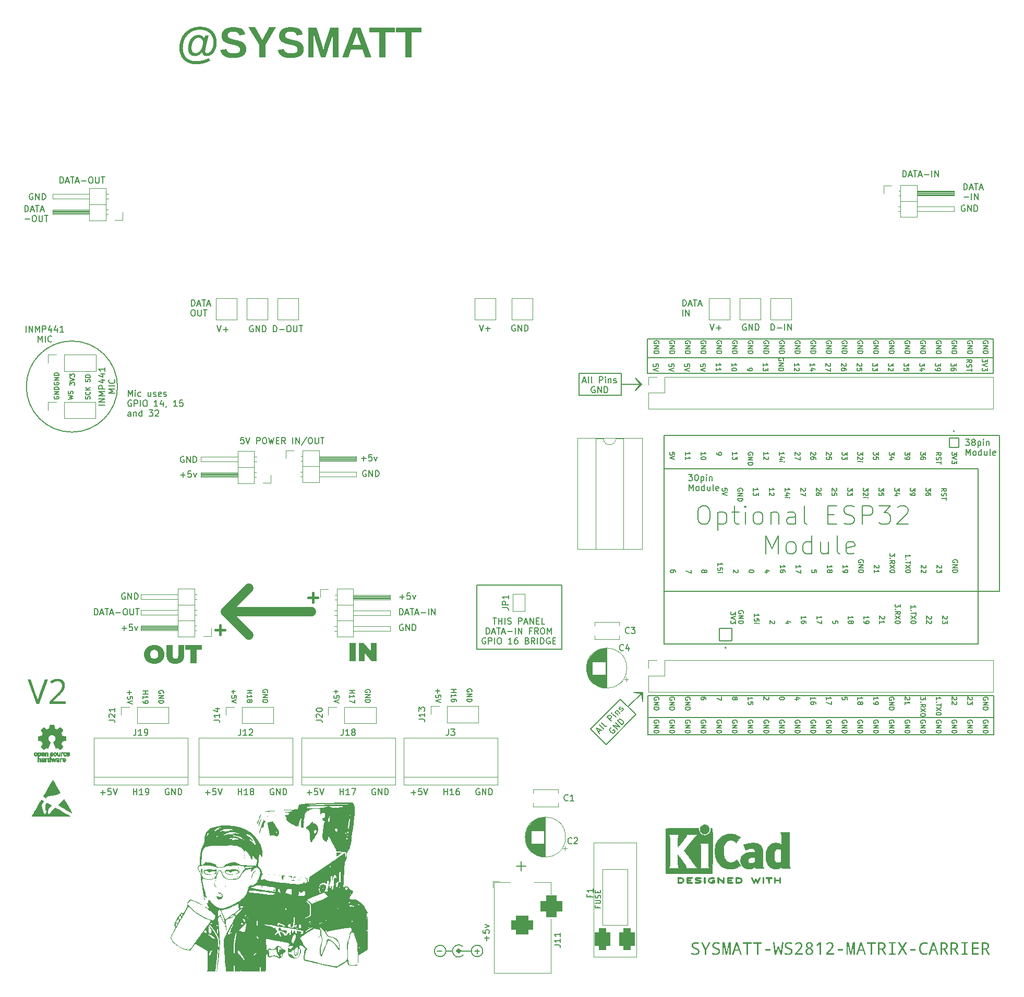
<source format=gto>
G04 #@! TF.GenerationSoftware,KiCad,Pcbnew,7.0.10-1.fc39*
G04 #@! TF.CreationDate,2024-01-08T15:06:23-05:00*
G04 #@! TF.ProjectId,SYSMATT-WS2812-MATRIX-CARRIER,5359534d-4154-4542-9d57-53323831322d,rev?*
G04 #@! TF.SameCoordinates,Original*
G04 #@! TF.FileFunction,Legend,Top*
G04 #@! TF.FilePolarity,Positive*
%FSLAX46Y46*%
G04 Gerber Fmt 4.6, Leading zero omitted, Abs format (unit mm)*
G04 Created by KiCad (PCBNEW 7.0.10-1.fc39) date 2024-01-08 15:06:23*
%MOMM*%
%LPD*%
G01*
G04 APERTURE LIST*
G04 Aperture macros list*
%AMRoundRect*
0 Rectangle with rounded corners*
0 $1 Rounding radius*
0 $2 $3 $4 $5 $6 $7 $8 $9 X,Y pos of 4 corners*
0 Add a 4 corners polygon primitive as box body*
4,1,4,$2,$3,$4,$5,$6,$7,$8,$9,$2,$3,0*
0 Add four circle primitives for the rounded corners*
1,1,$1+$1,$2,$3*
1,1,$1+$1,$4,$5*
1,1,$1+$1,$6,$7*
1,1,$1+$1,$8,$9*
0 Add four rect primitives between the rounded corners*
20,1,$1+$1,$2,$3,$4,$5,0*
20,1,$1+$1,$4,$5,$6,$7,0*
20,1,$1+$1,$6,$7,$8,$9,0*
20,1,$1+$1,$8,$9,$2,$3,0*%
%AMFreePoly0*
4,1,6,1.000000,0.000000,0.500000,-0.750000,-0.500000,-0.750000,-0.500000,0.750000,0.500000,0.750000,1.000000,0.000000,1.000000,0.000000,$1*%
%AMFreePoly1*
4,1,6,0.500000,-0.750000,-0.650000,-0.750000,-0.150000,0.000000,-0.650000,0.750000,0.500000,0.750000,0.500000,-0.750000,0.500000,-0.750000,$1*%
G04 Aperture macros list end*
%ADD10C,0.150000*%
%ADD11C,1.500000*%
%ADD12C,1.000000*%
%ADD13C,0.400000*%
%ADD14C,0.120000*%
%ADD15C,0.500000*%
%ADD16C,0.010000*%
%ADD17C,0.127000*%
%ADD18C,0.200000*%
%ADD19C,1.600000*%
%ADD20C,12.800000*%
%ADD21C,8.600000*%
%ADD22R,3.000000X3.000000*%
%ADD23R,1.700000X1.700000*%
%ADD24O,1.700000X1.700000*%
%ADD25R,1.600000X1.600000*%
%ADD26C,3.000000*%
%ADD27R,3.500000X3.500000*%
%ADD28RoundRect,0.750000X1.000000X-0.750000X1.000000X0.750000X-1.000000X0.750000X-1.000000X-0.750000X0*%
%ADD29RoundRect,0.875000X0.875000X-0.875000X0.875000X0.875000X-0.875000X0.875000X-0.875000X-0.875000X0*%
%ADD30FreePoly0,90.000000*%
%ADD31FreePoly1,90.000000*%
%ADD32R,2.400000X1.600000*%
%ADD33O,2.400000X1.600000*%
%ADD34RoundRect,0.625000X0.625000X-1.125000X0.625000X1.125000X-0.625000X1.125000X-0.625000X-1.125000X0*%
%ADD35O,2.500000X3.500000*%
%ADD36C,10.600000*%
%ADD37RoundRect,0.102000X1.000000X-1.000000X1.000000X1.000000X-1.000000X1.000000X-1.000000X-1.000000X0*%
%ADD38C,2.204000*%
%ADD39RoundRect,0.102000X-0.780000X0.780000X-0.780000X-0.780000X0.780000X-0.780000X0.780000X0.780000X0*%
%ADD40C,1.764000*%
G04 APERTURE END LIST*
D10*
X121118159Y-135255000D02*
X122375395Y-135434605D01*
X121412000Y-86233000D02*
X122174000Y-85217000D01*
X112268000Y-83439000D02*
X119126000Y-83439000D01*
X119126000Y-85217000D02*
X122428000Y-85217000D01*
X179578000Y-142113000D02*
X179578000Y-135763000D01*
X122555000Y-136691841D02*
X122375395Y-135434605D01*
X123571000Y-139319000D02*
X179578000Y-139319000D01*
X179451000Y-83439000D02*
X179451000Y-80899000D01*
X116628031Y-143696441D02*
X114113559Y-141181969D01*
X123444000Y-135763000D02*
X123444000Y-142113000D01*
X118962898Y-136332631D02*
X121477369Y-138847102D01*
X119126000Y-86995000D02*
X112268000Y-86995000D01*
D11*
X54864000Y-122174000D02*
X58674000Y-125984000D01*
D10*
X122428000Y-85217000D02*
X121412000Y-84201000D01*
X123317000Y-77851000D02*
X123317000Y-83439000D01*
X179451000Y-77851000D02*
X123317000Y-77851000D01*
X119126000Y-83439000D02*
X119126000Y-86995000D01*
X179451000Y-80899000D02*
X163957000Y-80899000D01*
X123317000Y-83439000D02*
X179451000Y-83439000D01*
X120220133Y-137589867D02*
X122555000Y-135255000D01*
X121412000Y-84201000D02*
X122174000Y-85217000D01*
X122555000Y-135255000D02*
X122555000Y-136691841D01*
X122428000Y-85217000D02*
X121412000Y-86233000D01*
X37338001Y-85598000D02*
G75*
G03*
X22544817Y-85598000I-7396592J0D01*
G01*
X22544817Y-85598000D02*
G75*
G03*
X37338001Y-85598000I7396592J0D01*
G01*
X114113559Y-141181969D02*
X118962898Y-136332631D01*
X179451000Y-80899000D02*
X179451000Y-77851000D01*
X123444000Y-142113000D02*
X179578000Y-142113000D01*
X58674000Y-118364000D02*
X54864000Y-122174000D01*
X112268000Y-86995000D02*
X112268000Y-83439000D01*
X121477369Y-138847102D02*
X116628031Y-143696441D01*
X123317000Y-80899000D02*
X172593000Y-80899000D01*
X95631000Y-117856000D02*
X109474000Y-117856000D01*
X109474000Y-128270000D01*
X95631000Y-128270000D01*
X95631000Y-117856000D01*
X179578000Y-135763000D02*
X123444000Y-135763000D01*
D11*
X68834000Y-122174000D02*
X54864000Y-122174000D01*
D10*
X122555000Y-135255000D02*
X121118159Y-135255000D01*
D11*
X54864000Y-122174000D02*
X58674000Y-118364000D01*
D10*
X29599823Y-85392173D02*
X29599823Y-84927887D01*
X29599823Y-84927887D02*
X29885537Y-85177887D01*
X29885537Y-85177887D02*
X29885537Y-85070744D01*
X29885537Y-85070744D02*
X29921251Y-84999316D01*
X29921251Y-84999316D02*
X29956966Y-84963601D01*
X29956966Y-84963601D02*
X30028394Y-84927887D01*
X30028394Y-84927887D02*
X30206966Y-84927887D01*
X30206966Y-84927887D02*
X30278394Y-84963601D01*
X30278394Y-84963601D02*
X30314109Y-84999316D01*
X30314109Y-84999316D02*
X30349823Y-85070744D01*
X30349823Y-85070744D02*
X30349823Y-85285030D01*
X30349823Y-85285030D02*
X30314109Y-85356458D01*
X30314109Y-85356458D02*
X30278394Y-85392173D01*
X29599823Y-84713601D02*
X30349823Y-84463601D01*
X30349823Y-84463601D02*
X29599823Y-84213601D01*
X29599823Y-84035030D02*
X29599823Y-83570744D01*
X29599823Y-83570744D02*
X29885537Y-83820744D01*
X29885537Y-83820744D02*
X29885537Y-83713601D01*
X29885537Y-83713601D02*
X29921251Y-83642173D01*
X29921251Y-83642173D02*
X29956966Y-83606458D01*
X29956966Y-83606458D02*
X30028394Y-83570744D01*
X30028394Y-83570744D02*
X30206966Y-83570744D01*
X30206966Y-83570744D02*
X30278394Y-83606458D01*
X30278394Y-83606458D02*
X30314109Y-83642173D01*
X30314109Y-83642173D02*
X30349823Y-83713601D01*
X30349823Y-83713601D02*
X30349823Y-83927887D01*
X30349823Y-83927887D02*
X30314109Y-83999315D01*
X30314109Y-83999315D02*
X30278394Y-84035030D01*
X174993541Y-94160819D02*
X175612588Y-94160819D01*
X175612588Y-94160819D02*
X175279255Y-94541771D01*
X175279255Y-94541771D02*
X175422112Y-94541771D01*
X175422112Y-94541771D02*
X175517350Y-94589390D01*
X175517350Y-94589390D02*
X175564969Y-94637009D01*
X175564969Y-94637009D02*
X175612588Y-94732247D01*
X175612588Y-94732247D02*
X175612588Y-94970342D01*
X175612588Y-94970342D02*
X175564969Y-95065580D01*
X175564969Y-95065580D02*
X175517350Y-95113200D01*
X175517350Y-95113200D02*
X175422112Y-95160819D01*
X175422112Y-95160819D02*
X175136398Y-95160819D01*
X175136398Y-95160819D02*
X175041160Y-95113200D01*
X175041160Y-95113200D02*
X174993541Y-95065580D01*
X176184017Y-94589390D02*
X176088779Y-94541771D01*
X176088779Y-94541771D02*
X176041160Y-94494152D01*
X176041160Y-94494152D02*
X175993541Y-94398914D01*
X175993541Y-94398914D02*
X175993541Y-94351295D01*
X175993541Y-94351295D02*
X176041160Y-94256057D01*
X176041160Y-94256057D02*
X176088779Y-94208438D01*
X176088779Y-94208438D02*
X176184017Y-94160819D01*
X176184017Y-94160819D02*
X176374493Y-94160819D01*
X176374493Y-94160819D02*
X176469731Y-94208438D01*
X176469731Y-94208438D02*
X176517350Y-94256057D01*
X176517350Y-94256057D02*
X176564969Y-94351295D01*
X176564969Y-94351295D02*
X176564969Y-94398914D01*
X176564969Y-94398914D02*
X176517350Y-94494152D01*
X176517350Y-94494152D02*
X176469731Y-94541771D01*
X176469731Y-94541771D02*
X176374493Y-94589390D01*
X176374493Y-94589390D02*
X176184017Y-94589390D01*
X176184017Y-94589390D02*
X176088779Y-94637009D01*
X176088779Y-94637009D02*
X176041160Y-94684628D01*
X176041160Y-94684628D02*
X175993541Y-94779866D01*
X175993541Y-94779866D02*
X175993541Y-94970342D01*
X175993541Y-94970342D02*
X176041160Y-95065580D01*
X176041160Y-95065580D02*
X176088779Y-95113200D01*
X176088779Y-95113200D02*
X176184017Y-95160819D01*
X176184017Y-95160819D02*
X176374493Y-95160819D01*
X176374493Y-95160819D02*
X176469731Y-95113200D01*
X176469731Y-95113200D02*
X176517350Y-95065580D01*
X176517350Y-95065580D02*
X176564969Y-94970342D01*
X176564969Y-94970342D02*
X176564969Y-94779866D01*
X176564969Y-94779866D02*
X176517350Y-94684628D01*
X176517350Y-94684628D02*
X176469731Y-94637009D01*
X176469731Y-94637009D02*
X176374493Y-94589390D01*
X176993541Y-94494152D02*
X176993541Y-95494152D01*
X176993541Y-94541771D02*
X177088779Y-94494152D01*
X177088779Y-94494152D02*
X177279255Y-94494152D01*
X177279255Y-94494152D02*
X177374493Y-94541771D01*
X177374493Y-94541771D02*
X177422112Y-94589390D01*
X177422112Y-94589390D02*
X177469731Y-94684628D01*
X177469731Y-94684628D02*
X177469731Y-94970342D01*
X177469731Y-94970342D02*
X177422112Y-95065580D01*
X177422112Y-95065580D02*
X177374493Y-95113200D01*
X177374493Y-95113200D02*
X177279255Y-95160819D01*
X177279255Y-95160819D02*
X177088779Y-95160819D01*
X177088779Y-95160819D02*
X176993541Y-95113200D01*
X177898303Y-95160819D02*
X177898303Y-94494152D01*
X177898303Y-94160819D02*
X177850684Y-94208438D01*
X177850684Y-94208438D02*
X177898303Y-94256057D01*
X177898303Y-94256057D02*
X177945922Y-94208438D01*
X177945922Y-94208438D02*
X177898303Y-94160819D01*
X177898303Y-94160819D02*
X177898303Y-94256057D01*
X178374493Y-94494152D02*
X178374493Y-95160819D01*
X178374493Y-94589390D02*
X178422112Y-94541771D01*
X178422112Y-94541771D02*
X178517350Y-94494152D01*
X178517350Y-94494152D02*
X178660207Y-94494152D01*
X178660207Y-94494152D02*
X178755445Y-94541771D01*
X178755445Y-94541771D02*
X178803064Y-94637009D01*
X178803064Y-94637009D02*
X178803064Y-95160819D01*
X175088779Y-96770819D02*
X175088779Y-95770819D01*
X175088779Y-95770819D02*
X175422112Y-96485104D01*
X175422112Y-96485104D02*
X175755445Y-95770819D01*
X175755445Y-95770819D02*
X175755445Y-96770819D01*
X176374493Y-96770819D02*
X176279255Y-96723200D01*
X176279255Y-96723200D02*
X176231636Y-96675580D01*
X176231636Y-96675580D02*
X176184017Y-96580342D01*
X176184017Y-96580342D02*
X176184017Y-96294628D01*
X176184017Y-96294628D02*
X176231636Y-96199390D01*
X176231636Y-96199390D02*
X176279255Y-96151771D01*
X176279255Y-96151771D02*
X176374493Y-96104152D01*
X176374493Y-96104152D02*
X176517350Y-96104152D01*
X176517350Y-96104152D02*
X176612588Y-96151771D01*
X176612588Y-96151771D02*
X176660207Y-96199390D01*
X176660207Y-96199390D02*
X176707826Y-96294628D01*
X176707826Y-96294628D02*
X176707826Y-96580342D01*
X176707826Y-96580342D02*
X176660207Y-96675580D01*
X176660207Y-96675580D02*
X176612588Y-96723200D01*
X176612588Y-96723200D02*
X176517350Y-96770819D01*
X176517350Y-96770819D02*
X176374493Y-96770819D01*
X177564969Y-96770819D02*
X177564969Y-95770819D01*
X177564969Y-96723200D02*
X177469731Y-96770819D01*
X177469731Y-96770819D02*
X177279255Y-96770819D01*
X177279255Y-96770819D02*
X177184017Y-96723200D01*
X177184017Y-96723200D02*
X177136398Y-96675580D01*
X177136398Y-96675580D02*
X177088779Y-96580342D01*
X177088779Y-96580342D02*
X177088779Y-96294628D01*
X177088779Y-96294628D02*
X177136398Y-96199390D01*
X177136398Y-96199390D02*
X177184017Y-96151771D01*
X177184017Y-96151771D02*
X177279255Y-96104152D01*
X177279255Y-96104152D02*
X177469731Y-96104152D01*
X177469731Y-96104152D02*
X177564969Y-96151771D01*
X178469731Y-96104152D02*
X178469731Y-96770819D01*
X178041160Y-96104152D02*
X178041160Y-96627961D01*
X178041160Y-96627961D02*
X178088779Y-96723200D01*
X178088779Y-96723200D02*
X178184017Y-96770819D01*
X178184017Y-96770819D02*
X178326874Y-96770819D01*
X178326874Y-96770819D02*
X178422112Y-96723200D01*
X178422112Y-96723200D02*
X178469731Y-96675580D01*
X179088779Y-96770819D02*
X178993541Y-96723200D01*
X178993541Y-96723200D02*
X178945922Y-96627961D01*
X178945922Y-96627961D02*
X178945922Y-95770819D01*
X179850684Y-96723200D02*
X179755446Y-96770819D01*
X179755446Y-96770819D02*
X179564970Y-96770819D01*
X179564970Y-96770819D02*
X179469732Y-96723200D01*
X179469732Y-96723200D02*
X179422113Y-96627961D01*
X179422113Y-96627961D02*
X179422113Y-96247009D01*
X179422113Y-96247009D02*
X179469732Y-96151771D01*
X179469732Y-96151771D02*
X179564970Y-96104152D01*
X179564970Y-96104152D02*
X179755446Y-96104152D01*
X179755446Y-96104152D02*
X179850684Y-96151771D01*
X179850684Y-96151771D02*
X179898303Y-96247009D01*
X179898303Y-96247009D02*
X179898303Y-96342247D01*
X179898303Y-96342247D02*
X179422113Y-96437485D01*
X84995571Y-151507866D02*
X85757476Y-151507866D01*
X85376523Y-151888819D02*
X85376523Y-151126914D01*
X86709856Y-150888819D02*
X86233666Y-150888819D01*
X86233666Y-150888819D02*
X86186047Y-151365009D01*
X86186047Y-151365009D02*
X86233666Y-151317390D01*
X86233666Y-151317390D02*
X86328904Y-151269771D01*
X86328904Y-151269771D02*
X86566999Y-151269771D01*
X86566999Y-151269771D02*
X86662237Y-151317390D01*
X86662237Y-151317390D02*
X86709856Y-151365009D01*
X86709856Y-151365009D02*
X86757475Y-151460247D01*
X86757475Y-151460247D02*
X86757475Y-151698342D01*
X86757475Y-151698342D02*
X86709856Y-151793580D01*
X86709856Y-151793580D02*
X86662237Y-151841200D01*
X86662237Y-151841200D02*
X86566999Y-151888819D01*
X86566999Y-151888819D02*
X86328904Y-151888819D01*
X86328904Y-151888819D02*
X86233666Y-151841200D01*
X86233666Y-151841200D02*
X86186047Y-151793580D01*
X87043190Y-150888819D02*
X87376523Y-151888819D01*
X87376523Y-151888819D02*
X87709856Y-150888819D01*
X90328905Y-151888819D02*
X90328905Y-150888819D01*
X90328905Y-151365009D02*
X90900333Y-151365009D01*
X90900333Y-151888819D02*
X90900333Y-150888819D01*
X91900333Y-151888819D02*
X91328905Y-151888819D01*
X91614619Y-151888819D02*
X91614619Y-150888819D01*
X91614619Y-150888819D02*
X91519381Y-151031676D01*
X91519381Y-151031676D02*
X91424143Y-151126914D01*
X91424143Y-151126914D02*
X91328905Y-151174533D01*
X92757476Y-150888819D02*
X92567000Y-150888819D01*
X92567000Y-150888819D02*
X92471762Y-150936438D01*
X92471762Y-150936438D02*
X92424143Y-150984057D01*
X92424143Y-150984057D02*
X92328905Y-151126914D01*
X92328905Y-151126914D02*
X92281286Y-151317390D01*
X92281286Y-151317390D02*
X92281286Y-151698342D01*
X92281286Y-151698342D02*
X92328905Y-151793580D01*
X92328905Y-151793580D02*
X92376524Y-151841200D01*
X92376524Y-151841200D02*
X92471762Y-151888819D01*
X92471762Y-151888819D02*
X92662238Y-151888819D01*
X92662238Y-151888819D02*
X92757476Y-151841200D01*
X92757476Y-151841200D02*
X92805095Y-151793580D01*
X92805095Y-151793580D02*
X92852714Y-151698342D01*
X92852714Y-151698342D02*
X92852714Y-151460247D01*
X92852714Y-151460247D02*
X92805095Y-151365009D01*
X92805095Y-151365009D02*
X92757476Y-151317390D01*
X92757476Y-151317390D02*
X92662238Y-151269771D01*
X92662238Y-151269771D02*
X92471762Y-151269771D01*
X92471762Y-151269771D02*
X92376524Y-151317390D01*
X92376524Y-151317390D02*
X92328905Y-151365009D01*
X92328905Y-151365009D02*
X92281286Y-151460247D01*
X96090810Y-150936438D02*
X95995572Y-150888819D01*
X95995572Y-150888819D02*
X95852715Y-150888819D01*
X95852715Y-150888819D02*
X95709858Y-150936438D01*
X95709858Y-150936438D02*
X95614620Y-151031676D01*
X95614620Y-151031676D02*
X95567001Y-151126914D01*
X95567001Y-151126914D02*
X95519382Y-151317390D01*
X95519382Y-151317390D02*
X95519382Y-151460247D01*
X95519382Y-151460247D02*
X95567001Y-151650723D01*
X95567001Y-151650723D02*
X95614620Y-151745961D01*
X95614620Y-151745961D02*
X95709858Y-151841200D01*
X95709858Y-151841200D02*
X95852715Y-151888819D01*
X95852715Y-151888819D02*
X95947953Y-151888819D01*
X95947953Y-151888819D02*
X96090810Y-151841200D01*
X96090810Y-151841200D02*
X96138429Y-151793580D01*
X96138429Y-151793580D02*
X96138429Y-151460247D01*
X96138429Y-151460247D02*
X95947953Y-151460247D01*
X96567001Y-151888819D02*
X96567001Y-150888819D01*
X96567001Y-150888819D02*
X97138429Y-151888819D01*
X97138429Y-151888819D02*
X97138429Y-150888819D01*
X97614620Y-151888819D02*
X97614620Y-150888819D01*
X97614620Y-150888819D02*
X97852715Y-150888819D01*
X97852715Y-150888819D02*
X97995572Y-150936438D01*
X97995572Y-150936438D02*
X98090810Y-151031676D01*
X98090810Y-151031676D02*
X98138429Y-151126914D01*
X98138429Y-151126914D02*
X98186048Y-151317390D01*
X98186048Y-151317390D02*
X98186048Y-151460247D01*
X98186048Y-151460247D02*
X98138429Y-151650723D01*
X98138429Y-151650723D02*
X98090810Y-151745961D01*
X98090810Y-151745961D02*
X97995572Y-151841200D01*
X97995572Y-151841200D02*
X97852715Y-151888819D01*
X97852715Y-151888819D02*
X97614620Y-151888819D01*
X35313228Y-88621808D02*
X34313228Y-88621808D01*
X35313228Y-88145618D02*
X34313228Y-88145618D01*
X34313228Y-88145618D02*
X35313228Y-87574190D01*
X35313228Y-87574190D02*
X34313228Y-87574190D01*
X35313228Y-87097999D02*
X34313228Y-87097999D01*
X34313228Y-87097999D02*
X35027513Y-86764666D01*
X35027513Y-86764666D02*
X34313228Y-86431333D01*
X34313228Y-86431333D02*
X35313228Y-86431333D01*
X35313228Y-85955142D02*
X34313228Y-85955142D01*
X34313228Y-85955142D02*
X34313228Y-85574190D01*
X34313228Y-85574190D02*
X34360847Y-85478952D01*
X34360847Y-85478952D02*
X34408466Y-85431333D01*
X34408466Y-85431333D02*
X34503704Y-85383714D01*
X34503704Y-85383714D02*
X34646561Y-85383714D01*
X34646561Y-85383714D02*
X34741799Y-85431333D01*
X34741799Y-85431333D02*
X34789418Y-85478952D01*
X34789418Y-85478952D02*
X34837037Y-85574190D01*
X34837037Y-85574190D02*
X34837037Y-85955142D01*
X34646561Y-84526571D02*
X35313228Y-84526571D01*
X34265609Y-84764666D02*
X34979894Y-85002761D01*
X34979894Y-85002761D02*
X34979894Y-84383714D01*
X34646561Y-83574190D02*
X35313228Y-83574190D01*
X34265609Y-83812285D02*
X34979894Y-84050380D01*
X34979894Y-84050380D02*
X34979894Y-83431333D01*
X35313228Y-82526571D02*
X35313228Y-83097999D01*
X35313228Y-82812285D02*
X34313228Y-82812285D01*
X34313228Y-82812285D02*
X34456085Y-82907523D01*
X34456085Y-82907523D02*
X34551323Y-83002761D01*
X34551323Y-83002761D02*
X34598942Y-83097999D01*
X36923228Y-86669427D02*
X35923228Y-86669427D01*
X35923228Y-86669427D02*
X36637513Y-86336094D01*
X36637513Y-86336094D02*
X35923228Y-86002761D01*
X35923228Y-86002761D02*
X36923228Y-86002761D01*
X36923228Y-85526570D02*
X35923228Y-85526570D01*
X36827989Y-84478952D02*
X36875609Y-84526571D01*
X36875609Y-84526571D02*
X36923228Y-84669428D01*
X36923228Y-84669428D02*
X36923228Y-84764666D01*
X36923228Y-84764666D02*
X36875609Y-84907523D01*
X36875609Y-84907523D02*
X36780370Y-85002761D01*
X36780370Y-85002761D02*
X36685132Y-85050380D01*
X36685132Y-85050380D02*
X36494656Y-85097999D01*
X36494656Y-85097999D02*
X36351799Y-85097999D01*
X36351799Y-85097999D02*
X36161323Y-85050380D01*
X36161323Y-85050380D02*
X36066085Y-85002761D01*
X36066085Y-85002761D02*
X35970847Y-84907523D01*
X35970847Y-84907523D02*
X35923228Y-84764666D01*
X35923228Y-84764666D02*
X35923228Y-84669428D01*
X35923228Y-84669428D02*
X35970847Y-84526571D01*
X35970847Y-84526571D02*
X36018466Y-84478952D01*
X32854109Y-87642458D02*
X32889823Y-87535316D01*
X32889823Y-87535316D02*
X32889823Y-87356744D01*
X32889823Y-87356744D02*
X32854109Y-87285316D01*
X32854109Y-87285316D02*
X32818394Y-87249601D01*
X32818394Y-87249601D02*
X32746966Y-87213887D01*
X32746966Y-87213887D02*
X32675537Y-87213887D01*
X32675537Y-87213887D02*
X32604109Y-87249601D01*
X32604109Y-87249601D02*
X32568394Y-87285316D01*
X32568394Y-87285316D02*
X32532680Y-87356744D01*
X32532680Y-87356744D02*
X32496966Y-87499601D01*
X32496966Y-87499601D02*
X32461251Y-87571030D01*
X32461251Y-87571030D02*
X32425537Y-87606744D01*
X32425537Y-87606744D02*
X32354109Y-87642458D01*
X32354109Y-87642458D02*
X32282680Y-87642458D01*
X32282680Y-87642458D02*
X32211251Y-87606744D01*
X32211251Y-87606744D02*
X32175537Y-87571030D01*
X32175537Y-87571030D02*
X32139823Y-87499601D01*
X32139823Y-87499601D02*
X32139823Y-87321030D01*
X32139823Y-87321030D02*
X32175537Y-87213887D01*
X32818394Y-86463887D02*
X32854109Y-86499601D01*
X32854109Y-86499601D02*
X32889823Y-86606744D01*
X32889823Y-86606744D02*
X32889823Y-86678172D01*
X32889823Y-86678172D02*
X32854109Y-86785315D01*
X32854109Y-86785315D02*
X32782680Y-86856744D01*
X32782680Y-86856744D02*
X32711251Y-86892458D01*
X32711251Y-86892458D02*
X32568394Y-86928172D01*
X32568394Y-86928172D02*
X32461251Y-86928172D01*
X32461251Y-86928172D02*
X32318394Y-86892458D01*
X32318394Y-86892458D02*
X32246966Y-86856744D01*
X32246966Y-86856744D02*
X32175537Y-86785315D01*
X32175537Y-86785315D02*
X32139823Y-86678172D01*
X32139823Y-86678172D02*
X32139823Y-86606744D01*
X32139823Y-86606744D02*
X32175537Y-86499601D01*
X32175537Y-86499601D02*
X32211251Y-86463887D01*
X32889823Y-86142458D02*
X32139823Y-86142458D01*
X32889823Y-85713887D02*
X32461251Y-86035315D01*
X32139823Y-85713887D02*
X32568394Y-86142458D01*
X112831904Y-84715104D02*
X113308094Y-84715104D01*
X112736666Y-85000819D02*
X113069999Y-84000819D01*
X113069999Y-84000819D02*
X113403332Y-85000819D01*
X113879523Y-85000819D02*
X113784285Y-84953200D01*
X113784285Y-84953200D02*
X113736666Y-84857961D01*
X113736666Y-84857961D02*
X113736666Y-84000819D01*
X114403333Y-85000819D02*
X114308095Y-84953200D01*
X114308095Y-84953200D02*
X114260476Y-84857961D01*
X114260476Y-84857961D02*
X114260476Y-84000819D01*
X115546191Y-85000819D02*
X115546191Y-84000819D01*
X115546191Y-84000819D02*
X115927143Y-84000819D01*
X115927143Y-84000819D02*
X116022381Y-84048438D01*
X116022381Y-84048438D02*
X116070000Y-84096057D01*
X116070000Y-84096057D02*
X116117619Y-84191295D01*
X116117619Y-84191295D02*
X116117619Y-84334152D01*
X116117619Y-84334152D02*
X116070000Y-84429390D01*
X116070000Y-84429390D02*
X116022381Y-84477009D01*
X116022381Y-84477009D02*
X115927143Y-84524628D01*
X115927143Y-84524628D02*
X115546191Y-84524628D01*
X116546191Y-85000819D02*
X116546191Y-84334152D01*
X116546191Y-84000819D02*
X116498572Y-84048438D01*
X116498572Y-84048438D02*
X116546191Y-84096057D01*
X116546191Y-84096057D02*
X116593810Y-84048438D01*
X116593810Y-84048438D02*
X116546191Y-84000819D01*
X116546191Y-84000819D02*
X116546191Y-84096057D01*
X117022381Y-84334152D02*
X117022381Y-85000819D01*
X117022381Y-84429390D02*
X117070000Y-84381771D01*
X117070000Y-84381771D02*
X117165238Y-84334152D01*
X117165238Y-84334152D02*
X117308095Y-84334152D01*
X117308095Y-84334152D02*
X117403333Y-84381771D01*
X117403333Y-84381771D02*
X117450952Y-84477009D01*
X117450952Y-84477009D02*
X117450952Y-85000819D01*
X117879524Y-84953200D02*
X117974762Y-85000819D01*
X117974762Y-85000819D02*
X118165238Y-85000819D01*
X118165238Y-85000819D02*
X118260476Y-84953200D01*
X118260476Y-84953200D02*
X118308095Y-84857961D01*
X118308095Y-84857961D02*
X118308095Y-84810342D01*
X118308095Y-84810342D02*
X118260476Y-84715104D01*
X118260476Y-84715104D02*
X118165238Y-84667485D01*
X118165238Y-84667485D02*
X118022381Y-84667485D01*
X118022381Y-84667485D02*
X117927143Y-84619866D01*
X117927143Y-84619866D02*
X117879524Y-84524628D01*
X117879524Y-84524628D02*
X117879524Y-84477009D01*
X117879524Y-84477009D02*
X117927143Y-84381771D01*
X117927143Y-84381771D02*
X118022381Y-84334152D01*
X118022381Y-84334152D02*
X118165238Y-84334152D01*
X118165238Y-84334152D02*
X118260476Y-84381771D01*
X114808095Y-85658438D02*
X114712857Y-85610819D01*
X114712857Y-85610819D02*
X114570000Y-85610819D01*
X114570000Y-85610819D02*
X114427143Y-85658438D01*
X114427143Y-85658438D02*
X114331905Y-85753676D01*
X114331905Y-85753676D02*
X114284286Y-85848914D01*
X114284286Y-85848914D02*
X114236667Y-86039390D01*
X114236667Y-86039390D02*
X114236667Y-86182247D01*
X114236667Y-86182247D02*
X114284286Y-86372723D01*
X114284286Y-86372723D02*
X114331905Y-86467961D01*
X114331905Y-86467961D02*
X114427143Y-86563200D01*
X114427143Y-86563200D02*
X114570000Y-86610819D01*
X114570000Y-86610819D02*
X114665238Y-86610819D01*
X114665238Y-86610819D02*
X114808095Y-86563200D01*
X114808095Y-86563200D02*
X114855714Y-86515580D01*
X114855714Y-86515580D02*
X114855714Y-86182247D01*
X114855714Y-86182247D02*
X114665238Y-86182247D01*
X115284286Y-86610819D02*
X115284286Y-85610819D01*
X115284286Y-85610819D02*
X115855714Y-86610819D01*
X115855714Y-86610819D02*
X115855714Y-85610819D01*
X116331905Y-86610819D02*
X116331905Y-85610819D01*
X116331905Y-85610819D02*
X116570000Y-85610819D01*
X116570000Y-85610819D02*
X116712857Y-85658438D01*
X116712857Y-85658438D02*
X116808095Y-85753676D01*
X116808095Y-85753676D02*
X116855714Y-85848914D01*
X116855714Y-85848914D02*
X116903333Y-86039390D01*
X116903333Y-86039390D02*
X116903333Y-86182247D01*
X116903333Y-86182247D02*
X116855714Y-86372723D01*
X116855714Y-86372723D02*
X116808095Y-86467961D01*
X116808095Y-86467961D02*
X116712857Y-86563200D01*
X116712857Y-86563200D02*
X116570000Y-86610819D01*
X116570000Y-86610819D02*
X116331905Y-86610819D01*
X48104588Y-96961438D02*
X48009350Y-96913819D01*
X48009350Y-96913819D02*
X47866493Y-96913819D01*
X47866493Y-96913819D02*
X47723636Y-96961438D01*
X47723636Y-96961438D02*
X47628398Y-97056676D01*
X47628398Y-97056676D02*
X47580779Y-97151914D01*
X47580779Y-97151914D02*
X47533160Y-97342390D01*
X47533160Y-97342390D02*
X47533160Y-97485247D01*
X47533160Y-97485247D02*
X47580779Y-97675723D01*
X47580779Y-97675723D02*
X47628398Y-97770961D01*
X47628398Y-97770961D02*
X47723636Y-97866200D01*
X47723636Y-97866200D02*
X47866493Y-97913819D01*
X47866493Y-97913819D02*
X47961731Y-97913819D01*
X47961731Y-97913819D02*
X48104588Y-97866200D01*
X48104588Y-97866200D02*
X48152207Y-97818580D01*
X48152207Y-97818580D02*
X48152207Y-97485247D01*
X48152207Y-97485247D02*
X47961731Y-97485247D01*
X48580779Y-97913819D02*
X48580779Y-96913819D01*
X48580779Y-96913819D02*
X49152207Y-97913819D01*
X49152207Y-97913819D02*
X49152207Y-96913819D01*
X49628398Y-97913819D02*
X49628398Y-96913819D01*
X49628398Y-96913819D02*
X49866493Y-96913819D01*
X49866493Y-96913819D02*
X50009350Y-96961438D01*
X50009350Y-96961438D02*
X50104588Y-97056676D01*
X50104588Y-97056676D02*
X50152207Y-97151914D01*
X50152207Y-97151914D02*
X50199826Y-97342390D01*
X50199826Y-97342390D02*
X50199826Y-97485247D01*
X50199826Y-97485247D02*
X50152207Y-97675723D01*
X50152207Y-97675723D02*
X50104588Y-97770961D01*
X50104588Y-97770961D02*
X50009350Y-97866200D01*
X50009350Y-97866200D02*
X49866493Y-97913819D01*
X49866493Y-97913819D02*
X49628398Y-97913819D01*
G36*
X130495928Y-177778473D02*
G01*
X130495928Y-177536184D01*
X130532095Y-177550440D01*
X130568178Y-177563776D01*
X130604178Y-177576193D01*
X130640093Y-177587689D01*
X130675924Y-177598266D01*
X130711671Y-177607923D01*
X130747334Y-177616661D01*
X130782914Y-177624478D01*
X130818409Y-177631376D01*
X130853820Y-177637354D01*
X130889148Y-177642413D01*
X130924391Y-177646552D01*
X130959551Y-177649771D01*
X130994626Y-177652070D01*
X131029618Y-177653450D01*
X131064526Y-177653909D01*
X131094098Y-177653585D01*
X131122732Y-177652612D01*
X131150427Y-177650990D01*
X131177183Y-177648719D01*
X131203000Y-177645800D01*
X131227878Y-177642232D01*
X131251818Y-177638015D01*
X131274819Y-177633149D01*
X131296881Y-177627634D01*
X131318004Y-177621471D01*
X131338188Y-177614659D01*
X131357434Y-177607198D01*
X131375741Y-177599088D01*
X131409538Y-177580923D01*
X131439580Y-177560162D01*
X131465866Y-177536806D01*
X131488398Y-177510856D01*
X131507174Y-177482310D01*
X131522195Y-177451169D01*
X131533460Y-177417433D01*
X131540971Y-177381102D01*
X131544726Y-177342175D01*
X131545196Y-177321739D01*
X131544346Y-177295574D01*
X131541795Y-177270568D01*
X131537545Y-177246722D01*
X131531594Y-177224034D01*
X131523944Y-177202506D01*
X131514593Y-177182137D01*
X131503542Y-177162927D01*
X131490790Y-177144877D01*
X131476339Y-177127985D01*
X131460188Y-177112253D01*
X131448475Y-177102409D01*
X131428593Y-177087689D01*
X131405216Y-177072470D01*
X131387689Y-177062048D01*
X131368610Y-177051404D01*
X131347977Y-177040539D01*
X131325791Y-177029453D01*
X131302052Y-177018145D01*
X131276759Y-177006616D01*
X131249914Y-176994866D01*
X131221515Y-176982894D01*
X131191562Y-176970701D01*
X131160057Y-176958287D01*
X131126998Y-176945651D01*
X131092387Y-176932794D01*
X131056221Y-176919715D01*
X131021131Y-176906986D01*
X130987299Y-176893955D01*
X130954727Y-176880623D01*
X130923414Y-176866990D01*
X130893361Y-176853054D01*
X130864567Y-176838818D01*
X130837033Y-176824279D01*
X130810757Y-176809440D01*
X130785742Y-176794299D01*
X130761985Y-176778856D01*
X130739488Y-176763112D01*
X130718250Y-176747066D01*
X130698272Y-176730719D01*
X130679553Y-176714071D01*
X130662094Y-176697121D01*
X130645893Y-176679869D01*
X130630869Y-176662142D01*
X130616813Y-176643767D01*
X130603727Y-176624743D01*
X130591610Y-176605070D01*
X130580463Y-176584748D01*
X130570285Y-176563777D01*
X130561076Y-176542158D01*
X130552837Y-176519890D01*
X130545567Y-176496973D01*
X130539266Y-176473407D01*
X130533935Y-176449193D01*
X130529573Y-176424330D01*
X130526180Y-176398818D01*
X130523757Y-176372657D01*
X130522303Y-176345848D01*
X130521818Y-176318390D01*
X130522507Y-176288935D01*
X130524573Y-176260290D01*
X130528018Y-176232454D01*
X130532840Y-176205427D01*
X130539039Y-176179209D01*
X130546616Y-176153800D01*
X130555571Y-176129201D01*
X130565904Y-176105410D01*
X130577614Y-176082428D01*
X130590702Y-176060255D01*
X130605168Y-176038892D01*
X130621011Y-176018337D01*
X130638232Y-175998592D01*
X130656831Y-175979655D01*
X130676807Y-175961528D01*
X130698161Y-175944210D01*
X130720777Y-175927824D01*
X130744415Y-175912496D01*
X130769076Y-175898225D01*
X130794759Y-175885011D01*
X130821466Y-175872854D01*
X130849195Y-175861755D01*
X130877947Y-175851712D01*
X130907722Y-175842727D01*
X130938519Y-175834798D01*
X130970340Y-175827927D01*
X131003183Y-175822113D01*
X131037048Y-175817356D01*
X131071937Y-175813656D01*
X131107848Y-175811013D01*
X131144782Y-175809428D01*
X131182739Y-175808899D01*
X131202344Y-175809003D01*
X131241217Y-175809839D01*
X131279640Y-175811511D01*
X131317612Y-175814018D01*
X131355134Y-175817361D01*
X131392205Y-175821540D01*
X131428826Y-175826555D01*
X131464997Y-175832405D01*
X131500718Y-175839091D01*
X131535988Y-175846613D01*
X131570808Y-175854971D01*
X131605177Y-175864164D01*
X131639096Y-175874193D01*
X131672565Y-175885058D01*
X131705584Y-175896759D01*
X131738152Y-175909296D01*
X131754267Y-175915877D01*
X131666340Y-176141558D01*
X131633323Y-176128544D01*
X131600585Y-176116370D01*
X131568126Y-176105036D01*
X131535945Y-176094541D01*
X131504043Y-176084886D01*
X131472419Y-176076070D01*
X131441074Y-176068094D01*
X131410007Y-176060958D01*
X131379219Y-176054661D01*
X131348710Y-176049203D01*
X131318479Y-176044586D01*
X131288527Y-176040808D01*
X131258853Y-176037869D01*
X131229458Y-176035770D01*
X131200342Y-176034511D01*
X131171504Y-176034091D01*
X131146740Y-176034371D01*
X131122762Y-176035211D01*
X131099571Y-176036611D01*
X131077165Y-176038571D01*
X131055546Y-176041091D01*
X131034713Y-176044172D01*
X131014666Y-176047812D01*
X130995405Y-176052012D01*
X130959242Y-176062093D01*
X130926223Y-176074414D01*
X130896349Y-176088975D01*
X130869620Y-176105776D01*
X130846035Y-176124818D01*
X130825595Y-176146099D01*
X130808300Y-176169621D01*
X130794149Y-176195383D01*
X130783143Y-176223385D01*
X130775281Y-176253627D01*
X130770564Y-176286109D01*
X130768992Y-176320832D01*
X130769782Y-176346634D01*
X130772152Y-176371465D01*
X130776102Y-176395326D01*
X130781631Y-176418216D01*
X130788741Y-176440137D01*
X130797431Y-176461087D01*
X130807700Y-176481066D01*
X130819550Y-176500076D01*
X130832980Y-176518115D01*
X130847989Y-176535184D01*
X130858873Y-176546024D01*
X130877413Y-176562072D01*
X130899328Y-176578344D01*
X130915812Y-176589316D01*
X130933797Y-176600387D01*
X130953281Y-176611557D01*
X130974265Y-176622827D01*
X130996748Y-176634196D01*
X131020732Y-176645664D01*
X131046215Y-176657231D01*
X131073198Y-176668897D01*
X131101681Y-176680663D01*
X131131664Y-176692528D01*
X131163146Y-176704492D01*
X131196129Y-176716555D01*
X131230611Y-176728718D01*
X131251518Y-176736266D01*
X131271987Y-176743830D01*
X131292017Y-176751409D01*
X131311608Y-176759004D01*
X131330760Y-176766613D01*
X131349473Y-176774238D01*
X131367747Y-176781879D01*
X131402979Y-176797205D01*
X131436456Y-176812592D01*
X131468177Y-176828040D01*
X131498143Y-176843550D01*
X131526353Y-176859120D01*
X131552807Y-176874752D01*
X131577506Y-176890445D01*
X131600450Y-176906198D01*
X131621638Y-176922013D01*
X131641070Y-176937889D01*
X131658748Y-176953826D01*
X131674669Y-176969823D01*
X131681972Y-176977845D01*
X131695695Y-176994190D01*
X131708533Y-177011108D01*
X131720486Y-177028598D01*
X131731553Y-177046661D01*
X131741735Y-177065296D01*
X131751031Y-177084503D01*
X131759442Y-177104283D01*
X131766968Y-177124635D01*
X131773608Y-177145560D01*
X131779363Y-177167057D01*
X131784233Y-177189127D01*
X131788217Y-177211769D01*
X131791316Y-177234983D01*
X131793530Y-177258770D01*
X131794858Y-177283130D01*
X131795300Y-177308062D01*
X131794556Y-177340533D01*
X131792324Y-177372122D01*
X131788603Y-177402830D01*
X131783393Y-177432656D01*
X131776696Y-177461601D01*
X131768510Y-177489664D01*
X131758836Y-177516845D01*
X131747673Y-177543145D01*
X131735022Y-177568564D01*
X131720883Y-177593101D01*
X131705255Y-177616756D01*
X131688139Y-177639530D01*
X131669534Y-177661422D01*
X131649441Y-177682432D01*
X131627860Y-177702562D01*
X131604791Y-177721809D01*
X131580412Y-177740028D01*
X131554782Y-177757072D01*
X131527900Y-177772940D01*
X131499766Y-177787632D01*
X131470381Y-177801150D01*
X131439744Y-177813492D01*
X131407855Y-177824658D01*
X131374714Y-177834649D01*
X131340322Y-177843465D01*
X131304677Y-177851105D01*
X131267782Y-177857570D01*
X131229634Y-177862859D01*
X131210091Y-177865063D01*
X131190234Y-177866973D01*
X131170065Y-177868589D01*
X131149583Y-177869912D01*
X131128788Y-177870940D01*
X131107680Y-177871675D01*
X131086259Y-177872116D01*
X131064526Y-177872263D01*
X131041936Y-177872171D01*
X131019657Y-177871896D01*
X130997690Y-177871438D01*
X130976033Y-177870797D01*
X130954688Y-177869973D01*
X130933653Y-177868965D01*
X130912930Y-177867775D01*
X130892518Y-177866401D01*
X130872416Y-177864844D01*
X130852626Y-177863103D01*
X130833147Y-177861180D01*
X130795121Y-177856784D01*
X130758340Y-177851655D01*
X130722802Y-177845793D01*
X130688509Y-177839198D01*
X130655460Y-177831871D01*
X130623655Y-177823811D01*
X130593094Y-177815018D01*
X130563777Y-177805493D01*
X130535705Y-177795234D01*
X130508876Y-177784244D01*
X130495928Y-177778473D01*
G37*
G36*
X132823074Y-176847908D02*
G01*
X133346731Y-175840162D01*
X133622725Y-175840162D01*
X132953500Y-177059422D01*
X132953500Y-177841000D01*
X132697045Y-177841000D01*
X132697045Y-177059422D01*
X132027819Y-175840162D01*
X132306745Y-175840162D01*
X132823074Y-176847908D01*
G37*
G36*
X133856710Y-177778473D02*
G01*
X133856710Y-177536184D01*
X133892877Y-177550440D01*
X133928960Y-177563776D01*
X133964959Y-177576193D01*
X134000874Y-177587689D01*
X134036705Y-177598266D01*
X134072453Y-177607923D01*
X134108116Y-177616661D01*
X134143695Y-177624478D01*
X134179191Y-177631376D01*
X134214602Y-177637354D01*
X134249929Y-177642413D01*
X134285173Y-177646552D01*
X134320332Y-177649771D01*
X134355408Y-177652070D01*
X134390400Y-177653450D01*
X134425307Y-177653909D01*
X134454880Y-177653585D01*
X134483513Y-177652612D01*
X134511208Y-177650990D01*
X134537964Y-177648719D01*
X134563781Y-177645800D01*
X134588660Y-177642232D01*
X134612600Y-177638015D01*
X134635600Y-177633149D01*
X134657662Y-177627634D01*
X134678786Y-177621471D01*
X134698970Y-177614659D01*
X134718215Y-177607198D01*
X134736522Y-177599088D01*
X134770319Y-177580923D01*
X134800361Y-177560162D01*
X134826648Y-177536806D01*
X134849179Y-177510856D01*
X134867955Y-177482310D01*
X134882976Y-177451169D01*
X134894242Y-177417433D01*
X134901753Y-177381102D01*
X134905508Y-177342175D01*
X134905977Y-177321739D01*
X134905127Y-177295574D01*
X134902577Y-177270568D01*
X134898326Y-177246722D01*
X134892376Y-177224034D01*
X134884725Y-177202506D01*
X134875374Y-177182137D01*
X134864323Y-177162927D01*
X134851572Y-177144877D01*
X134837121Y-177127985D01*
X134820969Y-177112253D01*
X134809257Y-177102409D01*
X134789375Y-177087689D01*
X134765997Y-177072470D01*
X134748471Y-177062048D01*
X134729391Y-177051404D01*
X134708759Y-177040539D01*
X134686573Y-177029453D01*
X134662833Y-177018145D01*
X134637541Y-177006616D01*
X134610695Y-176994866D01*
X134582296Y-176982894D01*
X134552344Y-176970701D01*
X134520839Y-176958287D01*
X134487780Y-176945651D01*
X134453168Y-176932794D01*
X134417003Y-176919715D01*
X134381912Y-176906986D01*
X134348081Y-176893955D01*
X134315509Y-176880623D01*
X134284196Y-176866990D01*
X134254143Y-176853054D01*
X134225349Y-176838818D01*
X134197814Y-176824279D01*
X134171539Y-176809440D01*
X134146523Y-176794299D01*
X134122767Y-176778856D01*
X134100270Y-176763112D01*
X134079032Y-176747066D01*
X134059054Y-176730719D01*
X134040335Y-176714071D01*
X134022875Y-176697121D01*
X134006675Y-176679869D01*
X133991650Y-176662142D01*
X133977595Y-176643767D01*
X133964509Y-176624743D01*
X133952392Y-176605070D01*
X133941245Y-176584748D01*
X133931067Y-176563777D01*
X133921858Y-176542158D01*
X133913618Y-176519890D01*
X133906348Y-176496973D01*
X133900048Y-176473407D01*
X133894716Y-176449193D01*
X133890354Y-176424330D01*
X133886962Y-176398818D01*
X133884538Y-176372657D01*
X133883084Y-176345848D01*
X133882600Y-176318390D01*
X133883288Y-176288935D01*
X133885355Y-176260290D01*
X133888799Y-176232454D01*
X133893621Y-176205427D01*
X133899821Y-176179209D01*
X133907398Y-176153800D01*
X133916353Y-176129201D01*
X133926685Y-176105410D01*
X133938396Y-176082428D01*
X133951484Y-176060255D01*
X133965949Y-176038892D01*
X133981793Y-176018337D01*
X133999014Y-175998592D01*
X134017613Y-175979655D01*
X134037589Y-175961528D01*
X134058943Y-175944210D01*
X134081558Y-175927824D01*
X134105196Y-175912496D01*
X134129857Y-175898225D01*
X134155541Y-175885011D01*
X134182247Y-175872854D01*
X134209977Y-175861755D01*
X134238729Y-175851712D01*
X134268503Y-175842727D01*
X134299301Y-175834798D01*
X134331121Y-175827927D01*
X134363964Y-175822113D01*
X134397830Y-175817356D01*
X134432718Y-175813656D01*
X134468630Y-175811013D01*
X134505564Y-175809428D01*
X134543521Y-175808899D01*
X134563126Y-175809003D01*
X134601999Y-175809839D01*
X134640421Y-175811511D01*
X134678393Y-175814018D01*
X134715915Y-175817361D01*
X134752987Y-175821540D01*
X134789608Y-175826555D01*
X134825779Y-175832405D01*
X134861499Y-175839091D01*
X134896769Y-175846613D01*
X134931589Y-175854971D01*
X134965959Y-175864164D01*
X134999878Y-175874193D01*
X135033347Y-175885058D01*
X135066366Y-175896759D01*
X135098934Y-175909296D01*
X135115049Y-175915877D01*
X135027122Y-176141558D01*
X134994105Y-176128544D01*
X134961367Y-176116370D01*
X134928907Y-176105036D01*
X134896726Y-176094541D01*
X134864824Y-176084886D01*
X134833200Y-176076070D01*
X134801855Y-176068094D01*
X134770789Y-176060958D01*
X134740001Y-176054661D01*
X134709491Y-176049203D01*
X134679261Y-176044586D01*
X134649308Y-176040808D01*
X134619635Y-176037869D01*
X134590240Y-176035770D01*
X134561123Y-176034511D01*
X134532286Y-176034091D01*
X134507522Y-176034371D01*
X134483544Y-176035211D01*
X134460352Y-176036611D01*
X134437947Y-176038571D01*
X134416328Y-176041091D01*
X134395494Y-176044172D01*
X134375447Y-176047812D01*
X134356187Y-176052012D01*
X134320023Y-176062093D01*
X134287005Y-176074414D01*
X134257131Y-176088975D01*
X134230401Y-176105776D01*
X134206817Y-176124818D01*
X134186377Y-176146099D01*
X134169081Y-176169621D01*
X134154930Y-176195383D01*
X134143924Y-176223385D01*
X134136063Y-176253627D01*
X134131346Y-176286109D01*
X134129773Y-176320832D01*
X134130563Y-176346634D01*
X134132933Y-176371465D01*
X134136883Y-176395326D01*
X134142413Y-176418216D01*
X134149523Y-176440137D01*
X134158212Y-176461087D01*
X134168482Y-176481066D01*
X134180332Y-176500076D01*
X134193761Y-176518115D01*
X134208771Y-176535184D01*
X134219655Y-176546024D01*
X134238195Y-176562072D01*
X134260109Y-176578344D01*
X134276594Y-176589316D01*
X134294578Y-176600387D01*
X134314062Y-176611557D01*
X134335046Y-176622827D01*
X134357530Y-176634196D01*
X134381513Y-176645664D01*
X134406997Y-176657231D01*
X134433980Y-176668897D01*
X134462463Y-176680663D01*
X134492445Y-176692528D01*
X134523928Y-176704492D01*
X134556910Y-176716555D01*
X134591392Y-176728718D01*
X134612300Y-176736266D01*
X134632769Y-176743830D01*
X134652798Y-176751409D01*
X134672389Y-176759004D01*
X134691541Y-176766613D01*
X134710255Y-176774238D01*
X134728529Y-176781879D01*
X134763761Y-176797205D01*
X134797238Y-176812592D01*
X134828959Y-176828040D01*
X134858924Y-176843550D01*
X134887134Y-176859120D01*
X134913589Y-176874752D01*
X134938288Y-176890445D01*
X134961231Y-176906198D01*
X134982419Y-176922013D01*
X135001852Y-176937889D01*
X135019529Y-176953826D01*
X135035451Y-176969823D01*
X135042753Y-176977845D01*
X135056477Y-176994190D01*
X135069315Y-177011108D01*
X135081267Y-177028598D01*
X135092334Y-177046661D01*
X135102516Y-177065296D01*
X135111813Y-177084503D01*
X135120224Y-177104283D01*
X135127750Y-177124635D01*
X135134390Y-177145560D01*
X135140145Y-177167057D01*
X135145015Y-177189127D01*
X135148999Y-177211769D01*
X135152098Y-177234983D01*
X135154311Y-177258770D01*
X135155639Y-177283130D01*
X135156082Y-177308062D01*
X135155338Y-177340533D01*
X135153105Y-177372122D01*
X135149384Y-177402830D01*
X135144175Y-177432656D01*
X135137477Y-177461601D01*
X135129291Y-177489664D01*
X135119617Y-177516845D01*
X135108454Y-177543145D01*
X135095803Y-177568564D01*
X135081664Y-177593101D01*
X135066036Y-177616756D01*
X135048920Y-177639530D01*
X135030316Y-177661422D01*
X135010223Y-177682432D01*
X134988642Y-177702562D01*
X134965572Y-177721809D01*
X134941194Y-177740028D01*
X134915564Y-177757072D01*
X134888682Y-177772940D01*
X134860548Y-177787632D01*
X134831163Y-177801150D01*
X134800525Y-177813492D01*
X134768636Y-177824658D01*
X134735496Y-177834649D01*
X134701103Y-177843465D01*
X134665459Y-177851105D01*
X134628563Y-177857570D01*
X134590415Y-177862859D01*
X134570872Y-177865063D01*
X134551016Y-177866973D01*
X134530847Y-177868589D01*
X134510365Y-177869912D01*
X134489570Y-177870940D01*
X134468462Y-177871675D01*
X134447041Y-177872116D01*
X134425307Y-177872263D01*
X134402718Y-177872171D01*
X134380439Y-177871896D01*
X134358472Y-177871438D01*
X134336815Y-177870797D01*
X134315470Y-177869973D01*
X134294435Y-177868965D01*
X134273712Y-177867775D01*
X134253299Y-177866401D01*
X134233198Y-177864844D01*
X134213407Y-177863103D01*
X134193928Y-177861180D01*
X134155903Y-177856784D01*
X134119121Y-177851655D01*
X134083584Y-177845793D01*
X134049291Y-177839198D01*
X134016242Y-177831871D01*
X133984437Y-177823811D01*
X133953876Y-177815018D01*
X133924559Y-177805493D01*
X133896486Y-177795234D01*
X133869658Y-177784244D01*
X133856710Y-177778473D01*
G37*
G36*
X136073946Y-177841000D02*
G01*
X135692439Y-176090267D01*
X135681204Y-176082451D01*
X135682737Y-176105119D01*
X135684221Y-176127449D01*
X135685656Y-176149441D01*
X135687043Y-176171096D01*
X135688381Y-176192413D01*
X135689670Y-176213392D01*
X135690911Y-176234033D01*
X135692103Y-176254337D01*
X135693247Y-176274303D01*
X135694342Y-176293931D01*
X135696385Y-176332174D01*
X135698234Y-176369066D01*
X135699889Y-176404607D01*
X135701348Y-176438797D01*
X135702613Y-176471637D01*
X135703684Y-176503125D01*
X135704560Y-176533262D01*
X135705241Y-176562049D01*
X135705727Y-176589484D01*
X135706019Y-176615568D01*
X135706117Y-176640302D01*
X135706117Y-177841000D01*
X135498510Y-177841000D01*
X135498510Y-175840162D01*
X135838008Y-175840162D01*
X136178482Y-177470239D01*
X136186787Y-177470239D01*
X136530192Y-175840162D01*
X136876528Y-175840162D01*
X136876528Y-177841000D01*
X136665991Y-177841000D01*
X136665991Y-176622716D01*
X136666163Y-176594171D01*
X136666468Y-176572632D01*
X136666926Y-176549086D01*
X136667537Y-176523532D01*
X136668300Y-176495970D01*
X136669216Y-176466402D01*
X136670284Y-176434826D01*
X136671506Y-176401242D01*
X136672880Y-176365652D01*
X136674406Y-176328053D01*
X136675227Y-176308502D01*
X136676085Y-176288448D01*
X136676982Y-176267892D01*
X136677917Y-176246835D01*
X136678890Y-176225276D01*
X136679902Y-176203215D01*
X136680951Y-176180652D01*
X136682039Y-176157587D01*
X136683164Y-176134021D01*
X136684328Y-176109952D01*
X136685531Y-176085382D01*
X136674784Y-176085382D01*
X136285949Y-177841000D01*
X136073946Y-177841000D01*
G37*
G36*
X138666829Y-177841000D02*
G01*
X138403046Y-177841000D01*
X138205210Y-177222088D01*
X137530611Y-177222088D01*
X137329843Y-177841000D01*
X137068992Y-177841000D01*
X137348848Y-176996896D01*
X137603395Y-176996896D01*
X138132425Y-176996896D01*
X137949732Y-176419995D01*
X137943101Y-176398986D01*
X137936642Y-176378214D01*
X137930354Y-176357678D01*
X137924239Y-176337379D01*
X137918295Y-176317317D01*
X137912523Y-176297492D01*
X137906922Y-176277903D01*
X137901494Y-176258550D01*
X137896237Y-176239434D01*
X137891151Y-176220555D01*
X137883846Y-176192680D01*
X137876926Y-176165337D01*
X137870393Y-176138527D01*
X137864247Y-176112249D01*
X137859044Y-176137347D01*
X137853696Y-176162086D01*
X137848202Y-176186463D01*
X137842562Y-176210480D01*
X137836776Y-176234136D01*
X137830844Y-176257432D01*
X137824766Y-176280367D01*
X137818543Y-176302941D01*
X137812173Y-176325155D01*
X137805657Y-176347008D01*
X137801232Y-176361376D01*
X137603395Y-176996896D01*
X137348848Y-176996896D01*
X137732355Y-175840162D01*
X138000534Y-175840162D01*
X138666829Y-177841000D01*
G37*
G36*
X139675063Y-177841000D02*
G01*
X139418608Y-177841000D01*
X139418608Y-176065354D01*
X138844149Y-176065354D01*
X138844149Y-175840162D01*
X140248057Y-175840162D01*
X140248057Y-176065354D01*
X139675063Y-176065354D01*
X139675063Y-177841000D01*
G37*
G36*
X141355454Y-177841000D02*
G01*
X141098999Y-177841000D01*
X141098999Y-176065354D01*
X140524540Y-176065354D01*
X140524540Y-175840162D01*
X141928448Y-175840162D01*
X141928448Y-176065354D01*
X141355454Y-176065354D01*
X141355454Y-177841000D01*
G37*
G36*
X142456501Y-177196687D02*
G01*
X142456501Y-176965633D01*
X143361665Y-176965633D01*
X143361665Y-177196687D01*
X142456501Y-177196687D01*
G37*
G36*
X144470527Y-176465424D02*
G01*
X144713793Y-176465424D01*
X144913095Y-177176170D01*
X144923269Y-177212841D01*
X144932909Y-177248115D01*
X144942015Y-177281992D01*
X144950586Y-177314473D01*
X144958623Y-177345557D01*
X144966126Y-177375244D01*
X144973095Y-177403534D01*
X144979529Y-177430427D01*
X144985429Y-177455924D01*
X144990795Y-177480024D01*
X144995626Y-177502727D01*
X144999923Y-177524033D01*
X145003686Y-177543943D01*
X145008329Y-177571188D01*
X145011769Y-177595291D01*
X145013053Y-177575475D01*
X145014724Y-177555409D01*
X145017049Y-177529858D01*
X145020025Y-177498824D01*
X145023655Y-177462306D01*
X145025714Y-177441991D01*
X145027936Y-177420304D01*
X145030322Y-177397247D01*
X145032871Y-177372818D01*
X145035583Y-177347018D01*
X145038458Y-177319848D01*
X145041496Y-177291306D01*
X145044698Y-177261394D01*
X145048062Y-177230110D01*
X145051590Y-177197455D01*
X145055281Y-177163430D01*
X145059135Y-177128033D01*
X145063152Y-177091266D01*
X145067332Y-177053127D01*
X145071675Y-177013617D01*
X145076182Y-176972737D01*
X145080852Y-176930485D01*
X145085685Y-176886862D01*
X145090681Y-176841869D01*
X145095840Y-176795504D01*
X145101162Y-176747769D01*
X145197394Y-175840162D01*
X145430890Y-175840162D01*
X145173946Y-177841000D01*
X144913095Y-177841000D01*
X144682530Y-177049653D01*
X144675706Y-177026053D01*
X144669035Y-177002392D01*
X144662517Y-176978670D01*
X144656152Y-176954886D01*
X144649939Y-176931042D01*
X144643878Y-176907137D01*
X144637971Y-176883171D01*
X144632216Y-176859143D01*
X144626614Y-176835055D01*
X144621164Y-176810905D01*
X144615867Y-176786695D01*
X144610722Y-176762423D01*
X144605731Y-176738090D01*
X144600892Y-176713697D01*
X144596205Y-176689242D01*
X144591672Y-176664726D01*
X144586170Y-176693888D01*
X144580658Y-176722390D01*
X144575134Y-176750232D01*
X144569598Y-176777413D01*
X144564051Y-176803935D01*
X144558493Y-176829796D01*
X144552923Y-176854997D01*
X144547341Y-176879538D01*
X144541749Y-176903418D01*
X144536144Y-176926638D01*
X144530529Y-176949198D01*
X144524902Y-176971098D01*
X144519263Y-176992338D01*
X144513613Y-177012917D01*
X144507952Y-177032836D01*
X144502279Y-177052095D01*
X144287833Y-177841000D01*
X144026982Y-177841000D01*
X143748057Y-175840162D01*
X143981553Y-175840162D01*
X144102697Y-176747769D01*
X144106575Y-176778013D01*
X144110391Y-176808539D01*
X144114146Y-176839348D01*
X144117840Y-176870439D01*
X144121474Y-176901813D01*
X144125046Y-176933469D01*
X144128557Y-176965408D01*
X144132006Y-176997629D01*
X144135395Y-177030132D01*
X144138723Y-177062918D01*
X144141990Y-177095986D01*
X144145196Y-177129337D01*
X144148340Y-177162970D01*
X144151424Y-177196885D01*
X144154446Y-177231083D01*
X144157408Y-177265563D01*
X144160247Y-177299252D01*
X144162903Y-177331196D01*
X144165376Y-177361396D01*
X144167666Y-177389852D01*
X144169773Y-177416565D01*
X144171696Y-177441533D01*
X144173436Y-177464757D01*
X144174993Y-177486237D01*
X144176367Y-177505973D01*
X144178084Y-177532307D01*
X144179390Y-177554716D01*
X144180489Y-177578492D01*
X144180855Y-177595291D01*
X144185066Y-177569470D01*
X144189518Y-177543542D01*
X144194210Y-177517507D01*
X144199143Y-177491366D01*
X144204316Y-177465117D01*
X144209729Y-177438762D01*
X144215383Y-177412300D01*
X144221277Y-177385731D01*
X144227412Y-177359055D01*
X144233787Y-177332272D01*
X144240403Y-177305383D01*
X144247259Y-177278386D01*
X144254355Y-177251283D01*
X144261692Y-177224073D01*
X144269269Y-177196756D01*
X144277087Y-177169332D01*
X144470527Y-176465424D01*
G37*
G36*
X145619445Y-177778473D02*
G01*
X145619445Y-177536184D01*
X145655612Y-177550440D01*
X145691696Y-177563776D01*
X145727695Y-177576193D01*
X145763610Y-177587689D01*
X145799441Y-177598266D01*
X145835188Y-177607923D01*
X145870851Y-177616661D01*
X145906431Y-177624478D01*
X145941926Y-177631376D01*
X145977338Y-177637354D01*
X146012665Y-177642413D01*
X146047908Y-177646552D01*
X146083068Y-177649771D01*
X146118144Y-177652070D01*
X146153135Y-177653450D01*
X146188043Y-177653909D01*
X146217615Y-177653585D01*
X146246249Y-177652612D01*
X146273944Y-177650990D01*
X146300700Y-177648719D01*
X146326517Y-177645800D01*
X146351395Y-177642232D01*
X146375335Y-177638015D01*
X146398336Y-177633149D01*
X146420398Y-177627634D01*
X146441521Y-177621471D01*
X146461705Y-177614659D01*
X146480951Y-177607198D01*
X146499258Y-177599088D01*
X146533055Y-177580923D01*
X146563097Y-177560162D01*
X146589383Y-177536806D01*
X146611915Y-177510856D01*
X146630691Y-177482310D01*
X146645712Y-177451169D01*
X146656978Y-177417433D01*
X146664488Y-177381102D01*
X146668243Y-177342175D01*
X146668713Y-177321739D01*
X146667863Y-177295574D01*
X146665312Y-177270568D01*
X146661062Y-177246722D01*
X146655111Y-177224034D01*
X146647461Y-177202506D01*
X146638110Y-177182137D01*
X146627059Y-177162927D01*
X146614308Y-177144877D01*
X146599856Y-177127985D01*
X146583705Y-177112253D01*
X146571993Y-177102409D01*
X146552110Y-177087689D01*
X146528733Y-177072470D01*
X146511207Y-177062048D01*
X146492127Y-177051404D01*
X146471494Y-177040539D01*
X146449308Y-177029453D01*
X146425569Y-177018145D01*
X146400276Y-177006616D01*
X146373431Y-176994866D01*
X146345032Y-176982894D01*
X146315080Y-176970701D01*
X146283574Y-176958287D01*
X146250516Y-176945651D01*
X146215904Y-176932794D01*
X146179739Y-176919715D01*
X146144648Y-176906986D01*
X146110816Y-176893955D01*
X146078244Y-176880623D01*
X146046931Y-176866990D01*
X146016878Y-176853054D01*
X145988084Y-176838818D01*
X145960550Y-176824279D01*
X145934274Y-176809440D01*
X145909259Y-176794299D01*
X145885502Y-176778856D01*
X145863005Y-176763112D01*
X145841767Y-176747066D01*
X145821789Y-176730719D01*
X145803070Y-176714071D01*
X145785611Y-176697121D01*
X145769411Y-176679869D01*
X145754386Y-176662142D01*
X145740330Y-176643767D01*
X145727244Y-176624743D01*
X145715128Y-176605070D01*
X145703980Y-176584748D01*
X145693802Y-176563777D01*
X145684593Y-176542158D01*
X145676354Y-176519890D01*
X145669084Y-176496973D01*
X145662783Y-176473407D01*
X145657452Y-176449193D01*
X145653090Y-176424330D01*
X145649697Y-176398818D01*
X145647274Y-176372657D01*
X145645820Y-176345848D01*
X145645335Y-176318390D01*
X145646024Y-176288935D01*
X145648091Y-176260290D01*
X145651535Y-176232454D01*
X145656357Y-176205427D01*
X145662556Y-176179209D01*
X145670133Y-176153800D01*
X145679088Y-176129201D01*
X145689421Y-176105410D01*
X145701131Y-176082428D01*
X145714219Y-176060255D01*
X145728685Y-176038892D01*
X145744528Y-176018337D01*
X145761749Y-175998592D01*
X145780348Y-175979655D01*
X145800324Y-175961528D01*
X145821678Y-175944210D01*
X145844294Y-175927824D01*
X145867932Y-175912496D01*
X145892593Y-175898225D01*
X145918277Y-175885011D01*
X145944983Y-175872854D01*
X145972712Y-175861755D01*
X146001464Y-175851712D01*
X146031239Y-175842727D01*
X146062036Y-175834798D01*
X146093857Y-175827927D01*
X146126700Y-175822113D01*
X146160565Y-175817356D01*
X146195454Y-175813656D01*
X146231365Y-175811013D01*
X146268299Y-175809428D01*
X146306256Y-175808899D01*
X146325862Y-175809003D01*
X146364734Y-175809839D01*
X146403157Y-175811511D01*
X146441129Y-175814018D01*
X146478651Y-175817361D01*
X146515722Y-175821540D01*
X146552343Y-175826555D01*
X146588514Y-175832405D01*
X146624235Y-175839091D01*
X146659505Y-175846613D01*
X146694325Y-175854971D01*
X146728694Y-175864164D01*
X146762614Y-175874193D01*
X146796082Y-175885058D01*
X146829101Y-175896759D01*
X146861669Y-175909296D01*
X146877785Y-175915877D01*
X146789857Y-176141558D01*
X146756840Y-176128544D01*
X146724102Y-176116370D01*
X146691643Y-176105036D01*
X146659462Y-176094541D01*
X146627560Y-176084886D01*
X146595936Y-176076070D01*
X146564591Y-176068094D01*
X146533524Y-176060958D01*
X146502736Y-176054661D01*
X146472227Y-176049203D01*
X146441996Y-176044586D01*
X146412044Y-176040808D01*
X146382370Y-176037869D01*
X146352975Y-176035770D01*
X146323859Y-176034511D01*
X146295021Y-176034091D01*
X146270257Y-176034371D01*
X146246279Y-176035211D01*
X146223088Y-176036611D01*
X146200682Y-176038571D01*
X146179063Y-176041091D01*
X146158230Y-176044172D01*
X146138183Y-176047812D01*
X146118922Y-176052012D01*
X146082759Y-176062093D01*
X146049740Y-176074414D01*
X146019866Y-176088975D01*
X145993137Y-176105776D01*
X145969552Y-176124818D01*
X145949112Y-176146099D01*
X145931817Y-176169621D01*
X145917666Y-176195383D01*
X145906660Y-176223385D01*
X145898798Y-176253627D01*
X145894081Y-176286109D01*
X145892509Y-176320832D01*
X145893299Y-176346634D01*
X145895669Y-176371465D01*
X145899619Y-176395326D01*
X145905148Y-176418216D01*
X145912258Y-176440137D01*
X145920948Y-176461087D01*
X145931218Y-176481066D01*
X145943067Y-176500076D01*
X145956497Y-176518115D01*
X145971506Y-176535184D01*
X145982390Y-176546024D01*
X146000930Y-176562072D01*
X146022845Y-176578344D01*
X146039329Y-176589316D01*
X146057314Y-176600387D01*
X146076798Y-176611557D01*
X146097782Y-176622827D01*
X146120265Y-176634196D01*
X146144249Y-176645664D01*
X146169732Y-176657231D01*
X146196715Y-176668897D01*
X146225198Y-176680663D01*
X146255181Y-176692528D01*
X146286663Y-176704492D01*
X146319646Y-176716555D01*
X146354128Y-176728718D01*
X146375035Y-176736266D01*
X146395504Y-176743830D01*
X146415534Y-176751409D01*
X146435125Y-176759004D01*
X146454277Y-176766613D01*
X146472990Y-176774238D01*
X146491265Y-176781879D01*
X146526497Y-176797205D01*
X146559973Y-176812592D01*
X146591694Y-176828040D01*
X146621660Y-176843550D01*
X146649870Y-176859120D01*
X146676324Y-176874752D01*
X146701023Y-176890445D01*
X146723967Y-176906198D01*
X146745155Y-176922013D01*
X146764588Y-176937889D01*
X146782265Y-176953826D01*
X146798186Y-176969823D01*
X146805489Y-176977845D01*
X146819212Y-176994190D01*
X146832050Y-177011108D01*
X146844003Y-177028598D01*
X146855070Y-177046661D01*
X146865252Y-177065296D01*
X146874548Y-177084503D01*
X146882959Y-177104283D01*
X146890485Y-177124635D01*
X146897126Y-177145560D01*
X146902881Y-177167057D01*
X146907750Y-177189127D01*
X146911734Y-177211769D01*
X146914833Y-177234983D01*
X146917047Y-177258770D01*
X146918375Y-177283130D01*
X146918817Y-177308062D01*
X146918073Y-177340533D01*
X146915841Y-177372122D01*
X146912120Y-177402830D01*
X146906911Y-177432656D01*
X146900213Y-177461601D01*
X146892027Y-177489664D01*
X146882353Y-177516845D01*
X146871190Y-177543145D01*
X146858539Y-177568564D01*
X146844400Y-177593101D01*
X146828772Y-177616756D01*
X146811656Y-177639530D01*
X146793051Y-177661422D01*
X146772959Y-177682432D01*
X146751377Y-177702562D01*
X146728308Y-177721809D01*
X146703929Y-177740028D01*
X146678299Y-177757072D01*
X146651417Y-177772940D01*
X146623284Y-177787632D01*
X146593898Y-177801150D01*
X146563261Y-177813492D01*
X146531372Y-177824658D01*
X146498231Y-177834649D01*
X146463839Y-177843465D01*
X146428195Y-177851105D01*
X146391299Y-177857570D01*
X146353151Y-177862859D01*
X146333608Y-177865063D01*
X146313752Y-177866973D01*
X146293582Y-177868589D01*
X146273100Y-177869912D01*
X146252305Y-177870940D01*
X146231197Y-177871675D01*
X146209777Y-177872116D01*
X146188043Y-177872263D01*
X146165453Y-177872171D01*
X146143175Y-177871896D01*
X146121207Y-177871438D01*
X146099551Y-177870797D01*
X146078205Y-177869973D01*
X146057171Y-177868965D01*
X146036447Y-177867775D01*
X146016035Y-177866401D01*
X145995933Y-177864844D01*
X145976143Y-177863103D01*
X145956664Y-177861180D01*
X145918638Y-177856784D01*
X145881857Y-177851655D01*
X145846319Y-177845793D01*
X145812026Y-177839198D01*
X145778977Y-177831871D01*
X145747172Y-177823811D01*
X145716611Y-177815018D01*
X145687294Y-177805493D01*
X145659222Y-177795234D01*
X145632393Y-177784244D01*
X145619445Y-177778473D01*
G37*
G36*
X148574784Y-177841000D02*
G01*
X147322795Y-177841000D01*
X147322795Y-177626554D01*
X147803953Y-177104852D01*
X147820506Y-177086740D01*
X147836701Y-177068919D01*
X147852540Y-177051390D01*
X147868021Y-177034151D01*
X147883146Y-177017203D01*
X147897914Y-177000547D01*
X147912326Y-176984181D01*
X147926380Y-176968106D01*
X147940078Y-176952322D01*
X147953419Y-176936830D01*
X147966403Y-176921628D01*
X147991300Y-176892097D01*
X148014770Y-176863731D01*
X148036813Y-176836528D01*
X148057429Y-176810490D01*
X148076617Y-176785615D01*
X148094378Y-176761905D01*
X148110712Y-176739358D01*
X148125618Y-176717975D01*
X148139098Y-176697756D01*
X148151149Y-176678702D01*
X148156640Y-176669611D01*
X148166992Y-176651606D01*
X148176676Y-176633371D01*
X148185692Y-176614908D01*
X148194040Y-176596216D01*
X148201720Y-176577295D01*
X148208733Y-176558144D01*
X148215077Y-176538765D01*
X148220754Y-176519157D01*
X148225763Y-176499320D01*
X148230104Y-176479254D01*
X148233777Y-176458959D01*
X148236782Y-176438435D01*
X148239120Y-176417682D01*
X148240789Y-176396700D01*
X148241791Y-176375489D01*
X148242125Y-176354049D01*
X148241357Y-176325769D01*
X148239051Y-176298631D01*
X148235209Y-176272635D01*
X148229829Y-176247781D01*
X148222912Y-176224068D01*
X148214459Y-176201498D01*
X148204468Y-176180070D01*
X148192941Y-176159784D01*
X148179876Y-176140640D01*
X148165274Y-176122638D01*
X148154686Y-176111272D01*
X148137842Y-176095296D01*
X148119916Y-176080892D01*
X148100908Y-176068059D01*
X148080818Y-176056798D01*
X148059646Y-176047108D01*
X148037392Y-176038989D01*
X148014057Y-176032442D01*
X147989639Y-176027466D01*
X147964140Y-176024061D01*
X147937558Y-176022228D01*
X147919236Y-176021879D01*
X147891770Y-176022608D01*
X147864327Y-176024794D01*
X147836907Y-176028439D01*
X147809510Y-176033541D01*
X147782136Y-176040102D01*
X147754784Y-176048120D01*
X147727456Y-176057595D01*
X147700150Y-176068529D01*
X147672868Y-176080921D01*
X147645608Y-176094770D01*
X147618371Y-176110077D01*
X147591157Y-176126842D01*
X147563966Y-176145065D01*
X147536798Y-176164746D01*
X147509652Y-176185884D01*
X147482530Y-176208480D01*
X147342334Y-176044838D01*
X147358872Y-176030322D01*
X147375511Y-176016267D01*
X147392253Y-176002673D01*
X147409097Y-175989539D01*
X147426042Y-175976867D01*
X147443090Y-175964655D01*
X147460240Y-175952904D01*
X147477492Y-175941614D01*
X147494846Y-175930785D01*
X147512303Y-175920417D01*
X147529861Y-175910509D01*
X147547521Y-175901063D01*
X147565284Y-175892077D01*
X147583148Y-175883551D01*
X147601115Y-175875487D01*
X147619184Y-175867884D01*
X147655627Y-175854059D01*
X147692479Y-175842078D01*
X147729740Y-175831940D01*
X147767409Y-175823645D01*
X147805486Y-175817194D01*
X147843971Y-175812586D01*
X147882865Y-175809821D01*
X147902465Y-175809129D01*
X147922167Y-175808899D01*
X147955006Y-175809466D01*
X147986968Y-175811166D01*
X148018051Y-175813999D01*
X148048257Y-175817967D01*
X148077586Y-175823067D01*
X148106036Y-175829301D01*
X148133609Y-175836668D01*
X148160304Y-175845169D01*
X148186121Y-175854803D01*
X148211060Y-175865571D01*
X148235122Y-175877472D01*
X148258306Y-175890507D01*
X148280612Y-175904675D01*
X148302041Y-175919976D01*
X148322592Y-175936411D01*
X148342265Y-175953979D01*
X148360898Y-175972505D01*
X148378329Y-175991814D01*
X148394557Y-176011905D01*
X148409584Y-176032778D01*
X148423409Y-176054434D01*
X148436031Y-176076872D01*
X148447451Y-176100092D01*
X148457669Y-176124094D01*
X148466685Y-176148879D01*
X148474499Y-176174447D01*
X148481111Y-176200796D01*
X148486521Y-176227928D01*
X148490728Y-176255842D01*
X148493733Y-176284539D01*
X148495537Y-176314018D01*
X148496138Y-176344279D01*
X148495821Y-176364706D01*
X148494871Y-176385198D01*
X148493287Y-176405754D01*
X148491070Y-176426375D01*
X148488219Y-176447062D01*
X148484735Y-176467813D01*
X148480617Y-176488629D01*
X148475866Y-176509510D01*
X148470481Y-176530455D01*
X148464462Y-176551466D01*
X148457811Y-176572541D01*
X148450525Y-176593682D01*
X148442607Y-176614887D01*
X148434054Y-176636157D01*
X148424868Y-176657492D01*
X148415049Y-176678892D01*
X148403986Y-176700933D01*
X148391067Y-176724314D01*
X148376295Y-176749034D01*
X148359667Y-176775093D01*
X148341185Y-176802492D01*
X148320848Y-176831231D01*
X148298656Y-176861309D01*
X148274609Y-176892727D01*
X148261891Y-176908938D01*
X148248708Y-176925484D01*
X148235062Y-176942365D01*
X148220952Y-176959580D01*
X148206379Y-176977131D01*
X148191342Y-176995017D01*
X148175841Y-177013237D01*
X148159876Y-177031792D01*
X148143448Y-177050683D01*
X148126556Y-177069908D01*
X148109201Y-177089468D01*
X148091381Y-177109362D01*
X148073099Y-177129592D01*
X148054352Y-177150157D01*
X148035142Y-177171056D01*
X148015468Y-177192290D01*
X147629564Y-177602130D01*
X147629564Y-177612877D01*
X148574784Y-177612877D01*
X148574784Y-177841000D01*
G37*
G36*
X149661165Y-175809407D02*
G01*
X149691661Y-175810929D01*
X149721401Y-175813467D01*
X149750386Y-175817020D01*
X149778615Y-175821588D01*
X149806088Y-175827171D01*
X149832806Y-175833770D01*
X149858769Y-175841383D01*
X149883975Y-175850012D01*
X149908426Y-175859656D01*
X149932122Y-175870315D01*
X149955061Y-175881989D01*
X149977245Y-175894678D01*
X149998674Y-175908382D01*
X150019347Y-175923102D01*
X150039264Y-175938836D01*
X150058252Y-175955435D01*
X150076015Y-175972748D01*
X150092553Y-175990774D01*
X150107866Y-176009514D01*
X150121954Y-176028968D01*
X150134816Y-176049135D01*
X150146454Y-176070016D01*
X150156867Y-176091610D01*
X150166055Y-176113918D01*
X150174017Y-176136940D01*
X150180755Y-176160675D01*
X150186268Y-176185125D01*
X150190555Y-176210287D01*
X150193618Y-176236164D01*
X150195455Y-176262754D01*
X150196068Y-176290057D01*
X150194662Y-176328781D01*
X150190443Y-176366429D01*
X150183411Y-176403001D01*
X150173567Y-176438496D01*
X150160910Y-176472915D01*
X150145441Y-176506258D01*
X150127159Y-176538525D01*
X150106064Y-176569715D01*
X150082157Y-176599830D01*
X150069149Y-176614483D01*
X150055437Y-176628868D01*
X150041023Y-176642984D01*
X150025905Y-176656830D01*
X150010084Y-176670407D01*
X149993560Y-176683716D01*
X149976333Y-176696755D01*
X149958402Y-176709525D01*
X149939769Y-176722027D01*
X149920432Y-176734259D01*
X149900392Y-176746222D01*
X149879649Y-176757916D01*
X149858203Y-176769341D01*
X149836054Y-176780497D01*
X149862170Y-176794334D01*
X149887458Y-176808367D01*
X149911916Y-176822597D01*
X149935545Y-176837024D01*
X149958345Y-176851647D01*
X149980316Y-176866467D01*
X150001457Y-176881483D01*
X150021770Y-176896696D01*
X150041254Y-176912105D01*
X150059908Y-176927711D01*
X150077734Y-176943513D01*
X150094730Y-176959512D01*
X150110897Y-176975707D01*
X150126235Y-176992099D01*
X150140744Y-177008688D01*
X150154424Y-177025473D01*
X150167275Y-177042454D01*
X150179297Y-177059632D01*
X150190490Y-177077007D01*
X150200854Y-177094578D01*
X150210388Y-177112346D01*
X150219094Y-177130310D01*
X150226970Y-177148471D01*
X150234017Y-177166828D01*
X150240235Y-177185382D01*
X150250184Y-177223079D01*
X150256817Y-177261563D01*
X150258890Y-177281099D01*
X150260133Y-177300833D01*
X150260548Y-177320762D01*
X150259871Y-177351522D01*
X150257838Y-177381518D01*
X150254451Y-177410750D01*
X150249710Y-177439220D01*
X150243613Y-177466926D01*
X150236162Y-177493869D01*
X150227356Y-177520049D01*
X150217195Y-177545466D01*
X150205679Y-177570119D01*
X150192809Y-177594009D01*
X150178584Y-177617136D01*
X150163004Y-177639499D01*
X150146069Y-177661099D01*
X150127779Y-177681936D01*
X150108135Y-177702010D01*
X150087136Y-177721321D01*
X150065085Y-177739599D01*
X150042164Y-177756698D01*
X150018374Y-177772617D01*
X149993713Y-177787358D01*
X149968182Y-177800919D01*
X149941781Y-177813301D01*
X149914509Y-177824504D01*
X149886368Y-177834527D01*
X149857356Y-177843371D01*
X149827475Y-177851036D01*
X149796723Y-177857522D01*
X149765101Y-177862829D01*
X149732609Y-177866956D01*
X149699247Y-177869904D01*
X149665015Y-177871673D01*
X149629913Y-177872263D01*
X149593357Y-177871707D01*
X149557816Y-177870042D01*
X149523290Y-177867265D01*
X149489779Y-177863378D01*
X149457283Y-177858381D01*
X149425802Y-177852273D01*
X149395337Y-177845054D01*
X149365886Y-177836725D01*
X149337451Y-177827286D01*
X149310031Y-177816735D01*
X149283626Y-177805075D01*
X149258236Y-177792304D01*
X149233862Y-177778422D01*
X149210502Y-177763429D01*
X149188158Y-177747327D01*
X149166829Y-177730113D01*
X149146717Y-177711843D01*
X149127902Y-177692691D01*
X149110386Y-177672657D01*
X149094166Y-177651742D01*
X149079245Y-177629945D01*
X149065620Y-177607267D01*
X149053294Y-177583707D01*
X149042265Y-177559265D01*
X149032533Y-177533942D01*
X149024099Y-177507738D01*
X149016963Y-177480652D01*
X149011124Y-177452684D01*
X149006582Y-177423835D01*
X149003338Y-177394104D01*
X149001392Y-177363491D01*
X149000743Y-177331997D01*
X149000760Y-177331020D01*
X149244986Y-177331020D01*
X149245356Y-177351216D01*
X149246467Y-177370771D01*
X149250909Y-177407957D01*
X149258313Y-177442578D01*
X149268678Y-177474635D01*
X149282004Y-177504128D01*
X149298292Y-177531055D01*
X149317542Y-177555419D01*
X149339752Y-177577217D01*
X149364925Y-177596451D01*
X149393058Y-177613121D01*
X149424154Y-177627226D01*
X149458210Y-177638766D01*
X149495228Y-177647742D01*
X149514848Y-177651269D01*
X149535208Y-177654154D01*
X149556308Y-177656398D01*
X149578149Y-177658001D01*
X149600730Y-177658962D01*
X149624051Y-177659283D01*
X149647105Y-177658934D01*
X149669496Y-177657886D01*
X149691222Y-177656140D01*
X149712284Y-177653696D01*
X149732682Y-177650553D01*
X149752416Y-177646712D01*
X149771486Y-177642172D01*
X149798846Y-177634054D01*
X149824712Y-177624364D01*
X149849084Y-177613102D01*
X149871961Y-177600270D01*
X149893345Y-177585865D01*
X149913235Y-177569890D01*
X149931567Y-177552423D01*
X149948097Y-177533729D01*
X149962823Y-177513806D01*
X149975746Y-177492656D01*
X149986865Y-177470277D01*
X149996182Y-177446671D01*
X150003695Y-177421837D01*
X150009405Y-177395775D01*
X150013312Y-177368485D01*
X150015416Y-177339968D01*
X150015817Y-177320274D01*
X150015057Y-177297442D01*
X150012777Y-177275108D01*
X150008977Y-177253272D01*
X150003658Y-177231934D01*
X149996819Y-177211094D01*
X149988460Y-177190753D01*
X149978581Y-177170909D01*
X149967182Y-177151563D01*
X149954263Y-177132715D01*
X149939825Y-177114366D01*
X149929355Y-177102409D01*
X149912078Y-177084497D01*
X149892672Y-177066483D01*
X149871137Y-177048365D01*
X149855597Y-177036229D01*
X149839111Y-177024047D01*
X149821678Y-177011820D01*
X149803299Y-176999547D01*
X149783973Y-176987228D01*
X149763701Y-176974863D01*
X149742482Y-176962452D01*
X149720317Y-176949996D01*
X149697206Y-176937494D01*
X149673148Y-176924946D01*
X149648143Y-176912352D01*
X149635286Y-176906038D01*
X149594254Y-176886987D01*
X149572765Y-176897447D01*
X149551959Y-176908127D01*
X149531836Y-176919028D01*
X149512394Y-176930149D01*
X149493635Y-176941491D01*
X149475557Y-176953053D01*
X149458162Y-176964835D01*
X149441449Y-176976838D01*
X149425418Y-176989061D01*
X149410070Y-177001504D01*
X149381419Y-177027053D01*
X149355497Y-177053482D01*
X149332303Y-177080794D01*
X149311838Y-177108987D01*
X149294102Y-177138061D01*
X149279094Y-177168017D01*
X149266815Y-177198855D01*
X149257265Y-177230574D01*
X149250444Y-177263174D01*
X149246351Y-177296657D01*
X149244986Y-177331020D01*
X149000760Y-177331020D01*
X149001122Y-177310086D01*
X149002257Y-177288499D01*
X149004148Y-177267237D01*
X149006796Y-177246299D01*
X149010201Y-177225685D01*
X149014362Y-177205396D01*
X149019280Y-177185431D01*
X149024954Y-177165790D01*
X149031385Y-177146474D01*
X149038572Y-177127482D01*
X149046517Y-177108815D01*
X149055217Y-177090472D01*
X149064674Y-177072453D01*
X149074888Y-177054759D01*
X149085859Y-177037389D01*
X149097586Y-177020344D01*
X149110069Y-177003622D01*
X149123309Y-176987226D01*
X149137306Y-176971153D01*
X149152059Y-176955405D01*
X149167569Y-176939982D01*
X149183836Y-176924883D01*
X149200859Y-176910108D01*
X149218639Y-176895658D01*
X149237175Y-176881532D01*
X149256468Y-176867730D01*
X149276517Y-176854253D01*
X149297323Y-176841100D01*
X149318885Y-176828271D01*
X149341205Y-176815767D01*
X149364280Y-176803588D01*
X149388113Y-176791732D01*
X149368247Y-176779143D01*
X149349013Y-176766348D01*
X149330409Y-176753348D01*
X149312435Y-176740144D01*
X149295093Y-176726734D01*
X149278381Y-176713118D01*
X149262299Y-176699298D01*
X149246849Y-176685273D01*
X149232028Y-176671042D01*
X149217839Y-176656607D01*
X149204280Y-176641966D01*
X149191352Y-176627120D01*
X149167388Y-176596813D01*
X149145946Y-176565685D01*
X149127026Y-176533737D01*
X149110630Y-176500969D01*
X149096756Y-176467380D01*
X149085404Y-176432970D01*
X149076575Y-176397740D01*
X149070269Y-176361689D01*
X149066485Y-176324818D01*
X149065731Y-176302270D01*
X149309955Y-176302270D01*
X149310552Y-176324841D01*
X149312342Y-176346760D01*
X149315326Y-176368026D01*
X149319503Y-176388640D01*
X149324874Y-176408601D01*
X149331439Y-176427910D01*
X149339197Y-176446566D01*
X149348148Y-176464569D01*
X149358293Y-176481920D01*
X149369632Y-176498618D01*
X149377854Y-176509387D01*
X149391633Y-176525241D01*
X149407507Y-176541112D01*
X149425476Y-176557001D01*
X149445540Y-176572906D01*
X149467699Y-176588828D01*
X149491954Y-176604768D01*
X149509288Y-176615404D01*
X149527552Y-176626048D01*
X149546748Y-176636699D01*
X149566875Y-176647358D01*
X149587934Y-176658025D01*
X149609923Y-176668699D01*
X149632844Y-176679381D01*
X149652439Y-176670553D01*
X149671411Y-176661536D01*
X149689762Y-176652327D01*
X149707491Y-176642927D01*
X149724597Y-176633337D01*
X149756944Y-176613584D01*
X149786803Y-176593067D01*
X149814173Y-176571788D01*
X149839055Y-176549745D01*
X149861449Y-176526939D01*
X149881355Y-176503369D01*
X149898773Y-176479037D01*
X149913702Y-176453941D01*
X149926143Y-176428081D01*
X149936096Y-176401459D01*
X149943561Y-176374073D01*
X149948537Y-176345924D01*
X149951026Y-176317012D01*
X149951337Y-176302270D01*
X149950577Y-176277195D01*
X149948297Y-176253263D01*
X149944497Y-176230472D01*
X149939178Y-176208824D01*
X149932339Y-176188317D01*
X149923979Y-176168953D01*
X149914100Y-176150731D01*
X149902702Y-176133650D01*
X149889783Y-176117712D01*
X149875345Y-176102916D01*
X149864875Y-176093686D01*
X149848092Y-176080853D01*
X149830167Y-176069283D01*
X149811101Y-176058975D01*
X149790892Y-176049929D01*
X149769541Y-176042145D01*
X149747048Y-176035623D01*
X149723414Y-176030364D01*
X149698637Y-176026367D01*
X149672718Y-176023632D01*
X149645657Y-176022159D01*
X149626982Y-176021879D01*
X149600212Y-176022510D01*
X149574489Y-176024403D01*
X149549814Y-176027559D01*
X149526186Y-176031977D01*
X149503606Y-176037657D01*
X149482074Y-176044599D01*
X149461589Y-176052804D01*
X149442151Y-176062270D01*
X149423762Y-176072999D01*
X149406419Y-176084991D01*
X149395440Y-176093686D01*
X149380163Y-176107721D01*
X149366388Y-176122898D01*
X149354117Y-176139217D01*
X149343347Y-176156678D01*
X149334081Y-176175281D01*
X149326317Y-176195026D01*
X149320056Y-176215913D01*
X149315298Y-176237942D01*
X149312042Y-176261113D01*
X149310289Y-176285426D01*
X149309955Y-176302270D01*
X149065731Y-176302270D01*
X149065224Y-176287127D01*
X149065847Y-176260004D01*
X149067719Y-176233592D01*
X149070839Y-176207889D01*
X149075207Y-176182896D01*
X149080823Y-176158613D01*
X149087686Y-176135040D01*
X149095798Y-176112176D01*
X149105157Y-176090023D01*
X149115765Y-176068579D01*
X149127620Y-176047845D01*
X149140723Y-176027821D01*
X149155074Y-176008506D01*
X149170673Y-175989902D01*
X149187520Y-175972007D01*
X149205615Y-175954823D01*
X149224958Y-175938348D01*
X149245316Y-175922672D01*
X149266335Y-175908008D01*
X149288013Y-175894355D01*
X149310352Y-175881714D01*
X149333351Y-175870084D01*
X149357010Y-175859465D01*
X149381329Y-175849857D01*
X149406309Y-175841261D01*
X149431948Y-175833676D01*
X149458248Y-175827103D01*
X149485209Y-175821540D01*
X149512829Y-175816990D01*
X149541110Y-175813450D01*
X149570051Y-175810922D01*
X149599652Y-175809405D01*
X149629913Y-175808899D01*
X149661165Y-175809407D01*
G37*
G36*
X151508140Y-177841000D02*
G01*
X151266340Y-177841000D01*
X151266340Y-176596826D01*
X151266382Y-176575442D01*
X151266508Y-176552809D01*
X151266718Y-176528929D01*
X151267012Y-176503800D01*
X151267390Y-176477424D01*
X151267851Y-176449800D01*
X151268397Y-176420928D01*
X151269027Y-176390808D01*
X151269740Y-176359440D01*
X151270538Y-176326824D01*
X151271420Y-176292960D01*
X151272385Y-176257848D01*
X151273435Y-176221488D01*
X151274568Y-176183880D01*
X151275785Y-176145025D01*
X151276426Y-176125129D01*
X151277087Y-176104921D01*
X151262844Y-176120652D01*
X151246740Y-176137558D01*
X151228772Y-176155640D01*
X151214075Y-176169972D01*
X151198330Y-176184966D01*
X151181537Y-176200621D01*
X151163697Y-176216937D01*
X151144809Y-176233914D01*
X151124874Y-176251553D01*
X151111002Y-176263679D01*
X150909257Y-176434161D01*
X150775900Y-176261237D01*
X151302000Y-175840162D01*
X151508140Y-175840162D01*
X151508140Y-177841000D01*
G37*
G36*
X153615956Y-177841000D02*
G01*
X152363967Y-177841000D01*
X152363967Y-177626554D01*
X152845126Y-177104852D01*
X152861678Y-177086740D01*
X152877873Y-177068919D01*
X152893712Y-177051390D01*
X152909194Y-177034151D01*
X152924319Y-177017203D01*
X152939087Y-177000547D01*
X152953498Y-176984181D01*
X152967553Y-176968106D01*
X152981250Y-176952322D01*
X152994591Y-176936830D01*
X153007575Y-176921628D01*
X153032472Y-176892097D01*
X153055943Y-176863731D01*
X153077986Y-176836528D01*
X153098601Y-176810490D01*
X153117790Y-176785615D01*
X153135551Y-176761905D01*
X153151884Y-176739358D01*
X153166791Y-176717975D01*
X153180270Y-176697756D01*
X153192322Y-176678702D01*
X153197812Y-176669611D01*
X153208164Y-176651606D01*
X153217848Y-176633371D01*
X153226864Y-176614908D01*
X153235212Y-176596216D01*
X153242892Y-176577295D01*
X153249905Y-176558144D01*
X153256249Y-176538765D01*
X153261926Y-176519157D01*
X153266935Y-176499320D01*
X153271276Y-176479254D01*
X153274949Y-176458959D01*
X153277955Y-176438435D01*
X153280292Y-176417682D01*
X153281962Y-176396700D01*
X153282964Y-176375489D01*
X153283297Y-176354049D01*
X153282529Y-176325769D01*
X153280223Y-176298631D01*
X153276381Y-176272635D01*
X153271001Y-176247781D01*
X153264085Y-176224068D01*
X153255631Y-176201498D01*
X153245641Y-176180070D01*
X153234113Y-176159784D01*
X153221048Y-176140640D01*
X153206447Y-176122638D01*
X153195859Y-176111272D01*
X153179014Y-176095296D01*
X153161088Y-176080892D01*
X153142080Y-176068059D01*
X153121990Y-176056798D01*
X153100818Y-176047108D01*
X153078565Y-176038989D01*
X153055229Y-176032442D01*
X153030811Y-176027466D01*
X153005312Y-176024061D01*
X152978730Y-176022228D01*
X152960408Y-176021879D01*
X152932943Y-176022608D01*
X152905500Y-176024794D01*
X152878080Y-176028439D01*
X152850682Y-176033541D01*
X152823308Y-176040102D01*
X152795957Y-176048120D01*
X152768628Y-176057595D01*
X152741323Y-176068529D01*
X152714040Y-176080921D01*
X152686780Y-176094770D01*
X152659543Y-176110077D01*
X152632329Y-176126842D01*
X152605138Y-176145065D01*
X152577970Y-176164746D01*
X152550825Y-176185884D01*
X152523702Y-176208480D01*
X152383507Y-176044838D01*
X152400044Y-176030322D01*
X152416684Y-176016267D01*
X152433425Y-176002673D01*
X152450269Y-175989539D01*
X152467215Y-175976867D01*
X152484263Y-175964655D01*
X152501413Y-175952904D01*
X152518665Y-175941614D01*
X152536019Y-175930785D01*
X152553475Y-175920417D01*
X152571033Y-175910509D01*
X152588694Y-175901063D01*
X152606456Y-175892077D01*
X152624321Y-175883551D01*
X152642287Y-175875487D01*
X152660356Y-175867884D01*
X152696800Y-175854059D01*
X152733652Y-175842078D01*
X152770912Y-175831940D01*
X152808581Y-175823645D01*
X152846658Y-175817194D01*
X152885143Y-175812586D01*
X152924037Y-175809821D01*
X152943637Y-175809129D01*
X152963339Y-175808899D01*
X152996179Y-175809466D01*
X153028140Y-175811166D01*
X153059224Y-175813999D01*
X153089430Y-175817967D01*
X153118758Y-175823067D01*
X153147208Y-175829301D01*
X153174781Y-175836668D01*
X153201476Y-175845169D01*
X153227293Y-175854803D01*
X153252233Y-175865571D01*
X153276295Y-175877472D01*
X153299479Y-175890507D01*
X153321785Y-175904675D01*
X153343213Y-175919976D01*
X153363764Y-175936411D01*
X153383437Y-175953979D01*
X153402070Y-175972505D01*
X153419501Y-175991814D01*
X153435730Y-176011905D01*
X153450756Y-176032778D01*
X153464581Y-176054434D01*
X153477203Y-176076872D01*
X153488624Y-176100092D01*
X153498842Y-176124094D01*
X153507858Y-176148879D01*
X153515672Y-176174447D01*
X153522283Y-176200796D01*
X153527693Y-176227928D01*
X153531900Y-176255842D01*
X153534906Y-176284539D01*
X153536709Y-176314018D01*
X153537310Y-176344279D01*
X153536993Y-176364706D01*
X153536043Y-176385198D01*
X153534459Y-176405754D01*
X153532242Y-176426375D01*
X153529391Y-176447062D01*
X153525907Y-176467813D01*
X153521789Y-176488629D01*
X153517038Y-176509510D01*
X153511653Y-176530455D01*
X153505635Y-176551466D01*
X153498983Y-176572541D01*
X153491698Y-176593682D01*
X153483779Y-176614887D01*
X153475227Y-176636157D01*
X153466041Y-176657492D01*
X153456221Y-176678892D01*
X153445158Y-176700933D01*
X153432240Y-176724314D01*
X153417467Y-176749034D01*
X153400839Y-176775093D01*
X153382357Y-176802492D01*
X153362020Y-176831231D01*
X153339828Y-176861309D01*
X153315782Y-176892727D01*
X153303063Y-176908938D01*
X153289881Y-176925484D01*
X153276234Y-176942365D01*
X153262125Y-176959580D01*
X153247551Y-176977131D01*
X153232514Y-176995017D01*
X153217013Y-177013237D01*
X153201049Y-177031792D01*
X153184621Y-177050683D01*
X153167729Y-177069908D01*
X153150373Y-177089468D01*
X153132554Y-177109362D01*
X153114271Y-177129592D01*
X153095524Y-177150157D01*
X153076314Y-177171056D01*
X153056640Y-177192290D01*
X152670736Y-177602130D01*
X152670736Y-177612877D01*
X153615956Y-177612877D01*
X153615956Y-177841000D01*
G37*
G36*
X154219236Y-177196687D02*
G01*
X154219236Y-176965633D01*
X155124400Y-176965633D01*
X155124400Y-177196687D01*
X154219236Y-177196687D01*
G37*
G36*
X156238636Y-177841000D02*
G01*
X155857129Y-176090267D01*
X155845893Y-176082451D01*
X155847426Y-176105119D01*
X155848910Y-176127449D01*
X155850346Y-176149441D01*
X155851732Y-176171096D01*
X155853070Y-176192413D01*
X155854360Y-176213392D01*
X155855601Y-176234033D01*
X155856793Y-176254337D01*
X155857936Y-176274303D01*
X155859031Y-176293931D01*
X155861075Y-176332174D01*
X155862924Y-176369066D01*
X155864578Y-176404607D01*
X155866038Y-176438797D01*
X155867303Y-176471637D01*
X155868373Y-176503125D01*
X155869249Y-176533262D01*
X155869930Y-176562049D01*
X155870417Y-176589484D01*
X155870709Y-176615568D01*
X155870806Y-176640302D01*
X155870806Y-177841000D01*
X155663200Y-177841000D01*
X155663200Y-175840162D01*
X156002697Y-175840162D01*
X156343172Y-177470239D01*
X156351476Y-177470239D01*
X156694882Y-175840162D01*
X157041218Y-175840162D01*
X157041218Y-177841000D01*
X156830681Y-177841000D01*
X156830681Y-176622716D01*
X156830852Y-176594171D01*
X156831158Y-176572632D01*
X156831616Y-176549086D01*
X156832226Y-176523532D01*
X156832989Y-176495970D01*
X156833905Y-176466402D01*
X156834974Y-176434826D01*
X156836195Y-176401242D01*
X156837569Y-176365652D01*
X156839096Y-176328053D01*
X156839916Y-176308502D01*
X156840775Y-176288448D01*
X156841672Y-176267892D01*
X156842607Y-176246835D01*
X156843580Y-176225276D01*
X156844591Y-176203215D01*
X156845640Y-176180652D01*
X156846728Y-176157587D01*
X156847854Y-176134021D01*
X156849018Y-176109952D01*
X156850220Y-176085382D01*
X156839473Y-176085382D01*
X156450639Y-177841000D01*
X156238636Y-177841000D01*
G37*
G36*
X158831518Y-177841000D02*
G01*
X158567736Y-177841000D01*
X158369899Y-177222088D01*
X157695300Y-177222088D01*
X157494533Y-177841000D01*
X157233681Y-177841000D01*
X157513538Y-176996896D01*
X157768085Y-176996896D01*
X158297115Y-176996896D01*
X158114421Y-176419995D01*
X158107790Y-176398986D01*
X158101331Y-176378214D01*
X158095044Y-176357678D01*
X158088928Y-176337379D01*
X158082984Y-176317317D01*
X158077212Y-176297492D01*
X158071612Y-176277903D01*
X158066183Y-176258550D01*
X158060926Y-176239434D01*
X158055841Y-176220555D01*
X158048535Y-176192680D01*
X158041616Y-176165337D01*
X158035083Y-176138527D01*
X158028936Y-176112249D01*
X158023734Y-176137347D01*
X158018386Y-176162086D01*
X158012892Y-176186463D01*
X158007252Y-176210480D01*
X158001466Y-176234136D01*
X157995534Y-176257432D01*
X157989456Y-176280367D01*
X157983232Y-176302941D01*
X157976862Y-176325155D01*
X157970346Y-176347008D01*
X157965921Y-176361376D01*
X157768085Y-176996896D01*
X157513538Y-176996896D01*
X157897045Y-175840162D01*
X158165224Y-175840162D01*
X158831518Y-177841000D01*
G37*
G36*
X159839752Y-177841000D02*
G01*
X159583297Y-177841000D01*
X159583297Y-176065354D01*
X159008838Y-176065354D01*
X159008838Y-175840162D01*
X160412746Y-175840162D01*
X160412746Y-176065354D01*
X159839752Y-176065354D01*
X159839752Y-177841000D01*
G37*
G36*
X161338919Y-175840723D02*
G01*
X161381492Y-175842406D01*
X161422668Y-175845211D01*
X161462449Y-175849138D01*
X161500833Y-175854187D01*
X161537822Y-175860358D01*
X161573415Y-175867651D01*
X161607613Y-175876066D01*
X161640414Y-175885603D01*
X161671820Y-175896262D01*
X161701830Y-175908043D01*
X161730444Y-175920945D01*
X161757662Y-175934970D01*
X161783485Y-175950117D01*
X161807911Y-175966386D01*
X161830942Y-175983777D01*
X161852577Y-176002290D01*
X161872817Y-176021925D01*
X161891660Y-176042681D01*
X161909108Y-176064560D01*
X161925159Y-176087561D01*
X161939815Y-176111684D01*
X161953076Y-176136929D01*
X161964940Y-176163295D01*
X161975409Y-176190784D01*
X161984481Y-176219395D01*
X161992158Y-176249128D01*
X161998439Y-176279982D01*
X162003325Y-176311959D01*
X162006814Y-176345058D01*
X162008908Y-176379279D01*
X162009606Y-176414621D01*
X162009218Y-176439197D01*
X162008055Y-176463281D01*
X162006115Y-176486874D01*
X162003401Y-176509975D01*
X161999910Y-176532585D01*
X161995644Y-176554704D01*
X161990602Y-176576332D01*
X161984785Y-176597468D01*
X161978192Y-176618112D01*
X161970823Y-176638266D01*
X161962678Y-176657928D01*
X161953758Y-176677098D01*
X161944062Y-176695778D01*
X161933591Y-176713966D01*
X161922344Y-176731662D01*
X161910321Y-176748868D01*
X161897523Y-176765582D01*
X161883949Y-176781804D01*
X161869599Y-176797535D01*
X161854474Y-176812775D01*
X161838572Y-176827524D01*
X161821896Y-176841781D01*
X161804443Y-176855547D01*
X161786215Y-176868821D01*
X161767212Y-176881605D01*
X161747432Y-176893896D01*
X161726877Y-176905697D01*
X161705546Y-176917006D01*
X161683440Y-176927824D01*
X161660558Y-176938150D01*
X161636900Y-176947985D01*
X161612467Y-176957329D01*
X162157617Y-177841000D01*
X161857198Y-177841000D01*
X161376040Y-177027671D01*
X161061455Y-177027671D01*
X161061455Y-177841000D01*
X160804512Y-177841000D01*
X160804512Y-176058515D01*
X161061455Y-176058515D01*
X161061455Y-176809318D01*
X161286647Y-176809318D01*
X161315535Y-176808961D01*
X161343456Y-176807890D01*
X161370413Y-176806106D01*
X161396404Y-176803609D01*
X161421429Y-176800397D01*
X161445489Y-176796472D01*
X161468583Y-176791833D01*
X161490712Y-176786481D01*
X161511875Y-176780415D01*
X161532073Y-176773635D01*
X161551305Y-176766142D01*
X161569572Y-176757935D01*
X161595162Y-176744287D01*
X161618579Y-176729032D01*
X161632983Y-176717971D01*
X161652887Y-176699803D01*
X161670833Y-176679737D01*
X161686822Y-176657774D01*
X161700852Y-176633913D01*
X161712925Y-176608155D01*
X161723040Y-176580498D01*
X161728696Y-176561007D01*
X161733482Y-176540672D01*
X161737397Y-176519493D01*
X161740443Y-176497471D01*
X161742618Y-176474606D01*
X161743923Y-176450897D01*
X161744358Y-176426345D01*
X161743929Y-176402289D01*
X161742641Y-176379092D01*
X161740494Y-176356753D01*
X161737489Y-176335273D01*
X161733625Y-176314652D01*
X161728902Y-176294889D01*
X161723321Y-176275985D01*
X161713339Y-176249239D01*
X161701425Y-176224425D01*
X161687579Y-176201543D01*
X161671801Y-176180593D01*
X161654091Y-176161575D01*
X161634449Y-176144489D01*
X161612656Y-176129124D01*
X161588493Y-176115271D01*
X161561960Y-176102929D01*
X161542955Y-176095541D01*
X161522897Y-176088824D01*
X161501785Y-176082779D01*
X161479620Y-176077406D01*
X161456402Y-176072704D01*
X161432130Y-176068674D01*
X161406805Y-176065316D01*
X161380427Y-176062629D01*
X161352995Y-176060614D01*
X161324510Y-176059271D01*
X161294972Y-176058599D01*
X161279808Y-176058515D01*
X161061455Y-176058515D01*
X160804512Y-176058515D01*
X160804512Y-175840162D01*
X161294951Y-175840162D01*
X161338919Y-175840723D01*
G37*
G36*
X163604512Y-177841000D02*
G01*
X162538636Y-177841000D01*
X162538636Y-177671983D01*
X162944079Y-177644628D01*
X162944079Y-176036533D01*
X162538636Y-176009178D01*
X162538636Y-175840162D01*
X163604512Y-175840162D01*
X163604512Y-176009178D01*
X163200534Y-176036533D01*
X163200534Y-177644628D01*
X163604512Y-177671983D01*
X163604512Y-177841000D01*
G37*
G36*
X165522795Y-177841000D02*
G01*
X165232635Y-177841000D01*
X164745126Y-176971983D01*
X164242474Y-177841000D01*
X163982600Y-177841000D01*
X164604930Y-176795640D01*
X164025098Y-175840162D01*
X164298650Y-175840162D01*
X164753430Y-176605131D01*
X165212118Y-175840162D01*
X165474435Y-175840162D01*
X164895091Y-176787336D01*
X165522795Y-177841000D01*
G37*
G36*
X165981972Y-177196687D02*
G01*
X165981972Y-176965633D01*
X166887136Y-176965633D01*
X166887136Y-177196687D01*
X165981972Y-177196687D01*
G37*
G36*
X168814700Y-177567448D02*
G01*
X168814700Y-177790685D01*
X168789251Y-177800564D01*
X168763096Y-177809805D01*
X168736235Y-177818409D01*
X168708668Y-177826375D01*
X168680395Y-177833705D01*
X168651416Y-177840397D01*
X168621731Y-177846451D01*
X168591340Y-177851868D01*
X168560243Y-177856648D01*
X168528440Y-177860791D01*
X168495931Y-177864296D01*
X168462716Y-177867164D01*
X168428795Y-177869395D01*
X168394167Y-177870988D01*
X168358834Y-177871944D01*
X168322795Y-177872263D01*
X168296459Y-177872000D01*
X168270512Y-177871211D01*
X168244954Y-177869897D01*
X168219786Y-177868057D01*
X168195006Y-177865691D01*
X168170616Y-177862800D01*
X168146616Y-177859383D01*
X168123004Y-177855440D01*
X168099782Y-177850972D01*
X168076949Y-177845978D01*
X168054506Y-177840458D01*
X168032451Y-177834413D01*
X168010786Y-177827841D01*
X167989510Y-177820745D01*
X167968624Y-177813122D01*
X167948127Y-177804974D01*
X167928018Y-177796300D01*
X167908300Y-177787100D01*
X167888970Y-177777375D01*
X167870030Y-177767124D01*
X167851479Y-177756347D01*
X167833317Y-177745044D01*
X167815545Y-177733216D01*
X167798161Y-177720863D01*
X167781167Y-177707983D01*
X167764563Y-177694578D01*
X167748347Y-177680647D01*
X167732521Y-177666190D01*
X167717084Y-177651208D01*
X167702037Y-177635700D01*
X167687378Y-177619666D01*
X167673109Y-177603107D01*
X167659254Y-177586064D01*
X167645840Y-177568579D01*
X167632865Y-177550652D01*
X167620330Y-177532284D01*
X167608234Y-177513474D01*
X167596579Y-177494222D01*
X167585363Y-177474529D01*
X167574588Y-177454394D01*
X167564252Y-177433817D01*
X167554356Y-177412798D01*
X167544899Y-177391337D01*
X167535883Y-177369435D01*
X167527306Y-177347091D01*
X167519169Y-177324306D01*
X167511472Y-177301078D01*
X167504215Y-177277409D01*
X167497398Y-177253298D01*
X167491020Y-177228746D01*
X167485083Y-177203751D01*
X167479585Y-177178315D01*
X167474527Y-177152437D01*
X167469909Y-177126118D01*
X167465730Y-177099357D01*
X167461992Y-177072154D01*
X167458693Y-177044509D01*
X167455834Y-177016422D01*
X167453415Y-176987894D01*
X167451436Y-176958924D01*
X167449896Y-176929512D01*
X167448797Y-176899659D01*
X167448137Y-176869364D01*
X167447917Y-176838627D01*
X167448157Y-176809114D01*
X167448877Y-176779989D01*
X167450077Y-176751252D01*
X167451756Y-176722902D01*
X167453916Y-176694939D01*
X167456555Y-176667363D01*
X167459675Y-176640175D01*
X167463274Y-176613374D01*
X167467353Y-176586960D01*
X167471912Y-176560934D01*
X167476951Y-176535295D01*
X167482470Y-176510044D01*
X167488469Y-176485180D01*
X167494947Y-176460703D01*
X167501906Y-176436614D01*
X167509344Y-176412912D01*
X167517263Y-176389597D01*
X167525661Y-176366670D01*
X167534539Y-176344130D01*
X167543897Y-176321977D01*
X167553735Y-176300212D01*
X167564053Y-176278834D01*
X167574850Y-176257843D01*
X167586128Y-176237240D01*
X167597886Y-176217024D01*
X167610123Y-176197196D01*
X167622840Y-176177754D01*
X167636038Y-176158701D01*
X167649715Y-176140034D01*
X167663872Y-176121755D01*
X167678509Y-176103863D01*
X167693625Y-176086359D01*
X167709188Y-176069289D01*
X167725102Y-176052760D01*
X167741367Y-176036774D01*
X167757983Y-176021329D01*
X167774951Y-176006427D01*
X167792269Y-175992066D01*
X167809938Y-175978247D01*
X167827959Y-175964970D01*
X167846331Y-175952235D01*
X167865053Y-175940042D01*
X167884127Y-175928391D01*
X167903552Y-175917282D01*
X167923328Y-175906714D01*
X167943455Y-175896689D01*
X167963934Y-175887206D01*
X167984763Y-175878264D01*
X168005943Y-175869864D01*
X168027475Y-175862007D01*
X168049358Y-175854691D01*
X168071591Y-175847917D01*
X168094176Y-175841685D01*
X168117112Y-175835995D01*
X168140399Y-175830847D01*
X168164037Y-175826240D01*
X168188026Y-175822176D01*
X168212367Y-175818653D01*
X168237058Y-175815673D01*
X168262101Y-175813234D01*
X168287494Y-175811338D01*
X168313239Y-175809983D01*
X168339335Y-175809170D01*
X168365782Y-175808899D01*
X168403271Y-175809361D01*
X168440146Y-175810746D01*
X168476407Y-175813055D01*
X168512053Y-175816287D01*
X168547084Y-175820443D01*
X168581502Y-175825523D01*
X168615304Y-175831526D01*
X168648493Y-175838452D01*
X168681067Y-175846303D01*
X168713026Y-175855076D01*
X168744372Y-175864773D01*
X168775102Y-175875394D01*
X168805219Y-175886938D01*
X168834720Y-175899406D01*
X168863608Y-175912798D01*
X168891881Y-175927113D01*
X168784903Y-176141558D01*
X168758421Y-176128544D01*
X168731978Y-176116370D01*
X168705573Y-176105036D01*
X168679206Y-176094541D01*
X168652878Y-176084886D01*
X168626587Y-176076070D01*
X168600335Y-176068094D01*
X168574121Y-176060958D01*
X168547945Y-176054661D01*
X168521807Y-176049203D01*
X168495708Y-176044586D01*
X168469646Y-176040808D01*
X168443623Y-176037869D01*
X168417638Y-176035770D01*
X168391691Y-176034511D01*
X168365782Y-176034091D01*
X168329308Y-176034940D01*
X168293768Y-176037487D01*
X168259164Y-176041733D01*
X168225495Y-176047677D01*
X168192761Y-176055319D01*
X168160961Y-176064659D01*
X168130097Y-176075698D01*
X168100168Y-176088435D01*
X168071173Y-176102870D01*
X168043114Y-176119003D01*
X168015990Y-176136835D01*
X167989800Y-176156365D01*
X167964546Y-176177593D01*
X167940227Y-176200520D01*
X167916842Y-176225144D01*
X167894393Y-176251467D01*
X167873098Y-176279242D01*
X167853177Y-176308223D01*
X167834630Y-176338410D01*
X167817457Y-176369803D01*
X167801657Y-176402401D01*
X167787232Y-176436206D01*
X167774180Y-176471217D01*
X167762502Y-176507434D01*
X167752198Y-176544856D01*
X167747561Y-176564020D01*
X167743268Y-176583485D01*
X167739318Y-176603251D01*
X167735712Y-176623319D01*
X167732449Y-176643689D01*
X167729529Y-176664360D01*
X167726953Y-176685332D01*
X167724721Y-176706606D01*
X167722832Y-176728181D01*
X167721286Y-176750058D01*
X167720084Y-176772237D01*
X167719225Y-176794717D01*
X167718710Y-176817498D01*
X167718538Y-176840581D01*
X167718699Y-176865006D01*
X167719181Y-176889065D01*
X167719985Y-176912759D01*
X167721110Y-176936087D01*
X167722557Y-176959051D01*
X167724326Y-176981648D01*
X167726416Y-177003881D01*
X167728827Y-177025747D01*
X167731560Y-177047249D01*
X167734614Y-177068385D01*
X167737990Y-177089156D01*
X167741688Y-177109561D01*
X167745707Y-177129601D01*
X167750047Y-177149275D01*
X167754710Y-177168584D01*
X167759693Y-177187528D01*
X167770625Y-177224319D01*
X167782843Y-177259648D01*
X167796347Y-177293516D01*
X167811137Y-177325922D01*
X167827213Y-177356866D01*
X167844575Y-177386349D01*
X167863223Y-177414370D01*
X167883158Y-177440930D01*
X167904390Y-177465892D01*
X167926809Y-177489244D01*
X167950414Y-177510985D01*
X167975207Y-177531116D01*
X168001186Y-177549637D01*
X168028353Y-177566547D01*
X168056706Y-177581846D01*
X168086246Y-177595535D01*
X168116973Y-177607614D01*
X168148886Y-177618082D01*
X168181987Y-177626940D01*
X168216275Y-177634187D01*
X168251749Y-177639824D01*
X168288410Y-177643850D01*
X168326258Y-177646265D01*
X168365293Y-177647071D01*
X168388000Y-177646760D01*
X168411425Y-177645827D01*
X168435567Y-177644271D01*
X168460426Y-177642094D01*
X168486003Y-177639295D01*
X168512297Y-177635874D01*
X168539309Y-177631830D01*
X168567038Y-177627165D01*
X168595485Y-177621877D01*
X168624649Y-177615968D01*
X168654530Y-177609436D01*
X168685129Y-177602283D01*
X168716446Y-177594507D01*
X168748480Y-177586109D01*
X168781231Y-177577089D01*
X168814700Y-177567448D01*
G37*
G36*
X170594254Y-177841000D02*
G01*
X170330471Y-177841000D01*
X170132635Y-177222088D01*
X169458036Y-177222088D01*
X169257268Y-177841000D01*
X168996417Y-177841000D01*
X169276273Y-176996896D01*
X169530820Y-176996896D01*
X170059850Y-176996896D01*
X169877157Y-176419995D01*
X169870526Y-176398986D01*
X169864067Y-176378214D01*
X169857779Y-176357678D01*
X169851664Y-176337379D01*
X169845720Y-176317317D01*
X169839948Y-176297492D01*
X169834347Y-176277903D01*
X169828919Y-176258550D01*
X169823662Y-176239434D01*
X169818576Y-176220555D01*
X169811271Y-176192680D01*
X169804351Y-176165337D01*
X169797818Y-176138527D01*
X169791672Y-176112249D01*
X169786469Y-176137347D01*
X169781121Y-176162086D01*
X169775627Y-176186463D01*
X169769987Y-176210480D01*
X169764201Y-176234136D01*
X169758269Y-176257432D01*
X169752191Y-176280367D01*
X169745968Y-176302941D01*
X169739598Y-176325155D01*
X169733082Y-176347008D01*
X169728657Y-176361376D01*
X169530820Y-176996896D01*
X169276273Y-176996896D01*
X169659780Y-175840162D01*
X169927959Y-175840162D01*
X170594254Y-177841000D01*
G37*
G36*
X171421264Y-175840723D02*
G01*
X171463836Y-175842406D01*
X171505013Y-175845211D01*
X171544793Y-175849138D01*
X171583178Y-175854187D01*
X171620167Y-175860358D01*
X171655760Y-175867651D01*
X171689957Y-175876066D01*
X171722759Y-175885603D01*
X171754165Y-175896262D01*
X171784175Y-175908043D01*
X171812789Y-175920945D01*
X171840007Y-175934970D01*
X171865829Y-175950117D01*
X171890256Y-175966386D01*
X171913287Y-175983777D01*
X171934922Y-176002290D01*
X171955161Y-176021925D01*
X171974005Y-176042681D01*
X171991452Y-176064560D01*
X172007504Y-176087561D01*
X172022160Y-176111684D01*
X172035420Y-176136929D01*
X172047285Y-176163295D01*
X172057753Y-176190784D01*
X172066826Y-176219395D01*
X172074503Y-176249128D01*
X172080784Y-176279982D01*
X172085670Y-176311959D01*
X172089159Y-176345058D01*
X172091253Y-176379279D01*
X172091951Y-176414621D01*
X172091563Y-176439197D01*
X172090399Y-176463281D01*
X172088460Y-176486874D01*
X172085745Y-176509975D01*
X172082255Y-176532585D01*
X172077989Y-176554704D01*
X172072947Y-176576332D01*
X172067129Y-176597468D01*
X172060536Y-176618112D01*
X172053168Y-176638266D01*
X172045023Y-176657928D01*
X172036103Y-176677098D01*
X172026407Y-176695778D01*
X172015936Y-176713966D01*
X172004689Y-176731662D01*
X171992666Y-176748868D01*
X171979868Y-176765582D01*
X171966293Y-176781804D01*
X171951944Y-176797535D01*
X171936818Y-176812775D01*
X171920917Y-176827524D01*
X171904240Y-176841781D01*
X171886788Y-176855547D01*
X171868560Y-176868821D01*
X171849556Y-176881605D01*
X171829777Y-176893896D01*
X171809222Y-176905697D01*
X171787891Y-176917006D01*
X171765785Y-176927824D01*
X171742903Y-176938150D01*
X171719245Y-176947985D01*
X171694812Y-176957329D01*
X172239962Y-177841000D01*
X171939543Y-177841000D01*
X171458385Y-177027671D01*
X171143800Y-177027671D01*
X171143800Y-177841000D01*
X170886856Y-177841000D01*
X170886856Y-176058515D01*
X171143800Y-176058515D01*
X171143800Y-176809318D01*
X171368992Y-176809318D01*
X171397879Y-176808961D01*
X171425801Y-176807890D01*
X171452758Y-176806106D01*
X171478748Y-176803609D01*
X171503774Y-176800397D01*
X171527834Y-176796472D01*
X171550928Y-176791833D01*
X171573057Y-176786481D01*
X171594220Y-176780415D01*
X171614418Y-176773635D01*
X171633650Y-176766142D01*
X171651917Y-176757935D01*
X171677506Y-176744287D01*
X171700924Y-176729032D01*
X171715328Y-176717971D01*
X171735232Y-176699803D01*
X171753178Y-176679737D01*
X171769167Y-176657774D01*
X171783197Y-176633913D01*
X171795270Y-176608155D01*
X171805385Y-176580498D01*
X171811041Y-176561007D01*
X171815826Y-176540672D01*
X171819742Y-176519493D01*
X171822787Y-176497471D01*
X171824963Y-176474606D01*
X171826268Y-176450897D01*
X171826703Y-176426345D01*
X171826274Y-176402289D01*
X171824986Y-176379092D01*
X171822839Y-176356753D01*
X171819834Y-176335273D01*
X171815970Y-176314652D01*
X171811247Y-176294889D01*
X171805666Y-176275985D01*
X171795684Y-176249239D01*
X171783770Y-176224425D01*
X171769924Y-176201543D01*
X171754146Y-176180593D01*
X171736436Y-176161575D01*
X171716794Y-176144489D01*
X171695001Y-176129124D01*
X171670838Y-176115271D01*
X171644305Y-176102929D01*
X171625300Y-176095541D01*
X171605241Y-176088824D01*
X171584130Y-176082779D01*
X171561965Y-176077406D01*
X171538746Y-176072704D01*
X171514475Y-176068674D01*
X171489150Y-176065316D01*
X171462772Y-176062629D01*
X171435340Y-176060614D01*
X171406855Y-176059271D01*
X171377317Y-176058599D01*
X171362153Y-176058515D01*
X171143800Y-176058515D01*
X170886856Y-176058515D01*
X170886856Y-175840162D01*
X171377296Y-175840162D01*
X171421264Y-175840723D01*
G37*
G36*
X173101655Y-175840723D02*
G01*
X173144227Y-175842406D01*
X173185403Y-175845211D01*
X173225184Y-175849138D01*
X173263569Y-175854187D01*
X173300558Y-175860358D01*
X173336151Y-175867651D01*
X173370348Y-175876066D01*
X173403150Y-175885603D01*
X173434555Y-175896262D01*
X173464565Y-175908043D01*
X173493179Y-175920945D01*
X173520398Y-175934970D01*
X173546220Y-175950117D01*
X173570647Y-175966386D01*
X173593678Y-175983777D01*
X173615313Y-176002290D01*
X173635552Y-176021925D01*
X173654396Y-176042681D01*
X173671843Y-176064560D01*
X173687895Y-176087561D01*
X173702551Y-176111684D01*
X173715811Y-176136929D01*
X173727676Y-176163295D01*
X173738144Y-176190784D01*
X173747217Y-176219395D01*
X173754894Y-176249128D01*
X173761175Y-176279982D01*
X173766060Y-176311959D01*
X173769550Y-176345058D01*
X173771644Y-176379279D01*
X173772341Y-176414621D01*
X173771954Y-176439197D01*
X173770790Y-176463281D01*
X173768851Y-176486874D01*
X173766136Y-176509975D01*
X173762646Y-176532585D01*
X173758380Y-176554704D01*
X173753338Y-176576332D01*
X173747520Y-176597468D01*
X173740927Y-176618112D01*
X173733558Y-176638266D01*
X173725414Y-176657928D01*
X173716494Y-176677098D01*
X173706798Y-176695778D01*
X173696327Y-176713966D01*
X173685079Y-176731662D01*
X173673057Y-176748868D01*
X173660258Y-176765582D01*
X173646684Y-176781804D01*
X173632334Y-176797535D01*
X173617209Y-176812775D01*
X173601308Y-176827524D01*
X173584631Y-176841781D01*
X173567179Y-176855547D01*
X173548951Y-176868821D01*
X173529947Y-176881605D01*
X173510168Y-176893896D01*
X173489613Y-176905697D01*
X173468282Y-176917006D01*
X173446176Y-176927824D01*
X173423294Y-176938150D01*
X173399636Y-176947985D01*
X173375203Y-176957329D01*
X173920353Y-177841000D01*
X173619934Y-177841000D01*
X173138775Y-177027671D01*
X172824191Y-177027671D01*
X172824191Y-177841000D01*
X172567247Y-177841000D01*
X172567247Y-176058515D01*
X172824191Y-176058515D01*
X172824191Y-176809318D01*
X173049383Y-176809318D01*
X173078270Y-176808961D01*
X173106192Y-176807890D01*
X173133148Y-176806106D01*
X173159139Y-176803609D01*
X173184165Y-176800397D01*
X173208224Y-176796472D01*
X173231319Y-176791833D01*
X173253448Y-176786481D01*
X173274611Y-176780415D01*
X173294809Y-176773635D01*
X173314041Y-176766142D01*
X173332307Y-176757935D01*
X173357897Y-176744287D01*
X173381314Y-176729032D01*
X173395719Y-176717971D01*
X173415623Y-176699803D01*
X173433569Y-176679737D01*
X173449557Y-176657774D01*
X173463588Y-176633913D01*
X173475661Y-176608155D01*
X173485776Y-176580498D01*
X173491432Y-176561007D01*
X173496217Y-176540672D01*
X173500133Y-176519493D01*
X173503178Y-176497471D01*
X173505353Y-176474606D01*
X173506659Y-176450897D01*
X173507094Y-176426345D01*
X173506664Y-176402289D01*
X173505376Y-176379092D01*
X173503230Y-176356753D01*
X173500224Y-176335273D01*
X173496360Y-176314652D01*
X173491638Y-176294889D01*
X173486056Y-176275985D01*
X173476074Y-176249239D01*
X173464160Y-176224425D01*
X173450314Y-176201543D01*
X173434536Y-176180593D01*
X173416826Y-176161575D01*
X173397184Y-176144489D01*
X173375391Y-176129124D01*
X173351229Y-176115271D01*
X173324696Y-176102929D01*
X173305691Y-176095541D01*
X173285632Y-176088824D01*
X173264520Y-176082779D01*
X173242355Y-176077406D01*
X173219137Y-176072704D01*
X173194865Y-176068674D01*
X173169541Y-176065316D01*
X173143162Y-176062629D01*
X173115731Y-176060614D01*
X173087246Y-176059271D01*
X173057708Y-176058599D01*
X173042544Y-176058515D01*
X172824191Y-176058515D01*
X172567247Y-176058515D01*
X172567247Y-175840162D01*
X173057687Y-175840162D01*
X173101655Y-175840723D01*
G37*
G36*
X175367247Y-177841000D02*
G01*
X174301371Y-177841000D01*
X174301371Y-177671983D01*
X174706815Y-177644628D01*
X174706815Y-176036533D01*
X174301371Y-176009178D01*
X174301371Y-175840162D01*
X175367247Y-175840162D01*
X175367247Y-176009178D01*
X174963270Y-176036533D01*
X174963270Y-177644628D01*
X175367247Y-177671983D01*
X175367247Y-177841000D01*
G37*
G36*
X177127261Y-177841000D02*
G01*
X175970527Y-177841000D01*
X175970527Y-175840162D01*
X177127261Y-175840162D01*
X177127261Y-176065354D01*
X176226005Y-176065354D01*
X176226005Y-176684265D01*
X177074016Y-176684265D01*
X177074016Y-176909457D01*
X176226005Y-176909457D01*
X176226005Y-177615808D01*
X177127261Y-177615808D01*
X177127261Y-177841000D01*
G37*
G36*
X178142827Y-175840723D02*
G01*
X178185399Y-175842406D01*
X178226576Y-175845211D01*
X178266356Y-175849138D01*
X178304741Y-175854187D01*
X178341730Y-175860358D01*
X178377323Y-175867651D01*
X178411521Y-175876066D01*
X178444322Y-175885603D01*
X178475728Y-175896262D01*
X178505738Y-175908043D01*
X178534352Y-175920945D01*
X178561570Y-175934970D01*
X178587393Y-175950117D01*
X178611819Y-175966386D01*
X178634850Y-175983777D01*
X178656485Y-176002290D01*
X178676724Y-176021925D01*
X178695568Y-176042681D01*
X178713016Y-176064560D01*
X178729067Y-176087561D01*
X178743723Y-176111684D01*
X178756984Y-176136929D01*
X178768848Y-176163295D01*
X178779316Y-176190784D01*
X178788389Y-176219395D01*
X178796066Y-176249128D01*
X178802347Y-176279982D01*
X178807233Y-176311959D01*
X178810722Y-176345058D01*
X178812816Y-176379279D01*
X178813514Y-176414621D01*
X178813126Y-176439197D01*
X178811962Y-176463281D01*
X178810023Y-176486874D01*
X178807309Y-176509975D01*
X178803818Y-176532585D01*
X178799552Y-176554704D01*
X178794510Y-176576332D01*
X178788693Y-176597468D01*
X178782100Y-176618112D01*
X178774731Y-176638266D01*
X178766586Y-176657928D01*
X178757666Y-176677098D01*
X178747970Y-176695778D01*
X178737499Y-176713966D01*
X178726252Y-176731662D01*
X178714229Y-176748868D01*
X178701431Y-176765582D01*
X178687857Y-176781804D01*
X178673507Y-176797535D01*
X178658381Y-176812775D01*
X178642480Y-176827524D01*
X178625804Y-176841781D01*
X178608351Y-176855547D01*
X178590123Y-176868821D01*
X178571119Y-176881605D01*
X178551340Y-176893896D01*
X178530785Y-176905697D01*
X178509454Y-176917006D01*
X178487348Y-176927824D01*
X178464466Y-176938150D01*
X178440808Y-176947985D01*
X178416375Y-176957329D01*
X178961525Y-177841000D01*
X178661106Y-177841000D01*
X178179948Y-177027671D01*
X177865363Y-177027671D01*
X177865363Y-177841000D01*
X177608420Y-177841000D01*
X177608420Y-176058515D01*
X177865363Y-176058515D01*
X177865363Y-176809318D01*
X178090555Y-176809318D01*
X178119442Y-176808961D01*
X178147364Y-176807890D01*
X178174321Y-176806106D01*
X178200312Y-176803609D01*
X178225337Y-176800397D01*
X178249397Y-176796472D01*
X178272491Y-176791833D01*
X178294620Y-176786481D01*
X178315783Y-176780415D01*
X178335981Y-176773635D01*
X178355213Y-176766142D01*
X178373480Y-176757935D01*
X178399069Y-176744287D01*
X178422487Y-176729032D01*
X178436891Y-176717971D01*
X178456795Y-176699803D01*
X178474741Y-176679737D01*
X178490730Y-176657774D01*
X178504760Y-176633913D01*
X178516833Y-176608155D01*
X178526948Y-176580498D01*
X178532604Y-176561007D01*
X178537390Y-176540672D01*
X178541305Y-176519493D01*
X178544351Y-176497471D01*
X178546526Y-176474606D01*
X178547831Y-176450897D01*
X178548266Y-176426345D01*
X178547837Y-176402289D01*
X178546549Y-176379092D01*
X178544402Y-176356753D01*
X178541397Y-176335273D01*
X178537533Y-176314652D01*
X178532810Y-176294889D01*
X178527229Y-176275985D01*
X178517247Y-176249239D01*
X178505333Y-176224425D01*
X178491487Y-176201543D01*
X178475709Y-176180593D01*
X178457999Y-176161575D01*
X178438357Y-176144489D01*
X178416564Y-176129124D01*
X178392401Y-176115271D01*
X178365868Y-176102929D01*
X178346863Y-176095541D01*
X178326805Y-176088824D01*
X178305693Y-176082779D01*
X178283528Y-176077406D01*
X178260309Y-176072704D01*
X178236038Y-176068674D01*
X178210713Y-176065316D01*
X178184335Y-176062629D01*
X178156903Y-176060614D01*
X178128418Y-176059271D01*
X178098880Y-176058599D01*
X178083716Y-176058515D01*
X177865363Y-176058515D01*
X177608420Y-176058515D01*
X177608420Y-175840162D01*
X178098859Y-175840162D01*
X178142827Y-175840723D01*
G37*
X96078922Y-75577819D02*
X96412255Y-76577819D01*
X96412255Y-76577819D02*
X96745588Y-75577819D01*
X97078922Y-76196866D02*
X97840827Y-76196866D01*
X97459874Y-76577819D02*
X97459874Y-75815914D01*
X101888446Y-75625438D02*
X101793208Y-75577819D01*
X101793208Y-75577819D02*
X101650351Y-75577819D01*
X101650351Y-75577819D02*
X101507494Y-75625438D01*
X101507494Y-75625438D02*
X101412256Y-75720676D01*
X101412256Y-75720676D02*
X101364637Y-75815914D01*
X101364637Y-75815914D02*
X101317018Y-76006390D01*
X101317018Y-76006390D02*
X101317018Y-76149247D01*
X101317018Y-76149247D02*
X101364637Y-76339723D01*
X101364637Y-76339723D02*
X101412256Y-76434961D01*
X101412256Y-76434961D02*
X101507494Y-76530200D01*
X101507494Y-76530200D02*
X101650351Y-76577819D01*
X101650351Y-76577819D02*
X101745589Y-76577819D01*
X101745589Y-76577819D02*
X101888446Y-76530200D01*
X101888446Y-76530200D02*
X101936065Y-76482580D01*
X101936065Y-76482580D02*
X101936065Y-76149247D01*
X101936065Y-76149247D02*
X101745589Y-76149247D01*
X102364637Y-76577819D02*
X102364637Y-75577819D01*
X102364637Y-75577819D02*
X102936065Y-76577819D01*
X102936065Y-76577819D02*
X102936065Y-75577819D01*
X103412256Y-76577819D02*
X103412256Y-75577819D01*
X103412256Y-75577819D02*
X103650351Y-75577819D01*
X103650351Y-75577819D02*
X103793208Y-75625438D01*
X103793208Y-75625438D02*
X103888446Y-75720676D01*
X103888446Y-75720676D02*
X103936065Y-75815914D01*
X103936065Y-75815914D02*
X103983684Y-76006390D01*
X103983684Y-76006390D02*
X103983684Y-76149247D01*
X103983684Y-76149247D02*
X103936065Y-76339723D01*
X103936065Y-76339723D02*
X103888446Y-76434961D01*
X103888446Y-76434961D02*
X103793208Y-76530200D01*
X103793208Y-76530200D02*
X103650351Y-76577819D01*
X103650351Y-76577819D02*
X103412256Y-76577819D01*
X171099680Y-102592207D02*
X171475871Y-102328874D01*
X171099680Y-102140779D02*
X171889680Y-102140779D01*
X171889680Y-102140779D02*
X171889680Y-102441731D01*
X171889680Y-102441731D02*
X171852061Y-102516969D01*
X171852061Y-102516969D02*
X171814442Y-102554588D01*
X171814442Y-102554588D02*
X171739204Y-102592207D01*
X171739204Y-102592207D02*
X171626347Y-102592207D01*
X171626347Y-102592207D02*
X171551109Y-102554588D01*
X171551109Y-102554588D02*
X171513490Y-102516969D01*
X171513490Y-102516969D02*
X171475871Y-102441731D01*
X171475871Y-102441731D02*
X171475871Y-102140779D01*
X171137300Y-102893160D02*
X171099680Y-103006017D01*
X171099680Y-103006017D02*
X171099680Y-103194112D01*
X171099680Y-103194112D02*
X171137300Y-103269350D01*
X171137300Y-103269350D02*
X171174919Y-103306969D01*
X171174919Y-103306969D02*
X171250157Y-103344588D01*
X171250157Y-103344588D02*
X171325395Y-103344588D01*
X171325395Y-103344588D02*
X171400633Y-103306969D01*
X171400633Y-103306969D02*
X171438252Y-103269350D01*
X171438252Y-103269350D02*
X171475871Y-103194112D01*
X171475871Y-103194112D02*
X171513490Y-103043636D01*
X171513490Y-103043636D02*
X171551109Y-102968398D01*
X171551109Y-102968398D02*
X171588728Y-102930779D01*
X171588728Y-102930779D02*
X171663966Y-102893160D01*
X171663966Y-102893160D02*
X171739204Y-102893160D01*
X171739204Y-102893160D02*
X171814442Y-102930779D01*
X171814442Y-102930779D02*
X171852061Y-102968398D01*
X171852061Y-102968398D02*
X171889680Y-103043636D01*
X171889680Y-103043636D02*
X171889680Y-103231731D01*
X171889680Y-103231731D02*
X171852061Y-103344588D01*
X171889680Y-103570303D02*
X171889680Y-104021731D01*
X171099680Y-103796017D02*
X171889680Y-103796017D01*
X169345880Y-102065541D02*
X169345880Y-102554588D01*
X169345880Y-102554588D02*
X169044928Y-102291255D01*
X169044928Y-102291255D02*
X169044928Y-102404112D01*
X169044928Y-102404112D02*
X169007309Y-102479350D01*
X169007309Y-102479350D02*
X168969690Y-102516969D01*
X168969690Y-102516969D02*
X168894452Y-102554588D01*
X168894452Y-102554588D02*
X168706357Y-102554588D01*
X168706357Y-102554588D02*
X168631119Y-102516969D01*
X168631119Y-102516969D02*
X168593500Y-102479350D01*
X168593500Y-102479350D02*
X168555880Y-102404112D01*
X168555880Y-102404112D02*
X168555880Y-102178398D01*
X168555880Y-102178398D02*
X168593500Y-102103160D01*
X168593500Y-102103160D02*
X168631119Y-102065541D01*
X169345880Y-103231731D02*
X169345880Y-103081255D01*
X169345880Y-103081255D02*
X169308261Y-103006017D01*
X169308261Y-103006017D02*
X169270642Y-102968398D01*
X169270642Y-102968398D02*
X169157785Y-102893160D01*
X169157785Y-102893160D02*
X169007309Y-102855541D01*
X169007309Y-102855541D02*
X168706357Y-102855541D01*
X168706357Y-102855541D02*
X168631119Y-102893160D01*
X168631119Y-102893160D02*
X168593500Y-102930779D01*
X168593500Y-102930779D02*
X168555880Y-103006017D01*
X168555880Y-103006017D02*
X168555880Y-103156493D01*
X168555880Y-103156493D02*
X168593500Y-103231731D01*
X168593500Y-103231731D02*
X168631119Y-103269350D01*
X168631119Y-103269350D02*
X168706357Y-103306969D01*
X168706357Y-103306969D02*
X168894452Y-103306969D01*
X168894452Y-103306969D02*
X168969690Y-103269350D01*
X168969690Y-103269350D02*
X169007309Y-103231731D01*
X169007309Y-103231731D02*
X169044928Y-103156493D01*
X169044928Y-103156493D02*
X169044928Y-103006017D01*
X169044928Y-103006017D02*
X169007309Y-102930779D01*
X169007309Y-102930779D02*
X168969690Y-102893160D01*
X168969690Y-102893160D02*
X168894452Y-102855541D01*
X166802080Y-102065541D02*
X166802080Y-102554588D01*
X166802080Y-102554588D02*
X166501128Y-102291255D01*
X166501128Y-102291255D02*
X166501128Y-102404112D01*
X166501128Y-102404112D02*
X166463509Y-102479350D01*
X166463509Y-102479350D02*
X166425890Y-102516969D01*
X166425890Y-102516969D02*
X166350652Y-102554588D01*
X166350652Y-102554588D02*
X166162557Y-102554588D01*
X166162557Y-102554588D02*
X166087319Y-102516969D01*
X166087319Y-102516969D02*
X166049700Y-102479350D01*
X166049700Y-102479350D02*
X166012080Y-102404112D01*
X166012080Y-102404112D02*
X166012080Y-102178398D01*
X166012080Y-102178398D02*
X166049700Y-102103160D01*
X166049700Y-102103160D02*
X166087319Y-102065541D01*
X166012080Y-102930779D02*
X166012080Y-103081255D01*
X166012080Y-103081255D02*
X166049700Y-103156493D01*
X166049700Y-103156493D02*
X166087319Y-103194112D01*
X166087319Y-103194112D02*
X166200176Y-103269350D01*
X166200176Y-103269350D02*
X166350652Y-103306969D01*
X166350652Y-103306969D02*
X166651604Y-103306969D01*
X166651604Y-103306969D02*
X166726842Y-103269350D01*
X166726842Y-103269350D02*
X166764461Y-103231731D01*
X166764461Y-103231731D02*
X166802080Y-103156493D01*
X166802080Y-103156493D02*
X166802080Y-103006017D01*
X166802080Y-103006017D02*
X166764461Y-102930779D01*
X166764461Y-102930779D02*
X166726842Y-102893160D01*
X166726842Y-102893160D02*
X166651604Y-102855541D01*
X166651604Y-102855541D02*
X166463509Y-102855541D01*
X166463509Y-102855541D02*
X166388271Y-102893160D01*
X166388271Y-102893160D02*
X166350652Y-102930779D01*
X166350652Y-102930779D02*
X166313033Y-103006017D01*
X166313033Y-103006017D02*
X166313033Y-103156493D01*
X166313033Y-103156493D02*
X166350652Y-103231731D01*
X166350652Y-103231731D02*
X166388271Y-103269350D01*
X166388271Y-103269350D02*
X166463509Y-103306969D01*
X164258280Y-102065541D02*
X164258280Y-102554588D01*
X164258280Y-102554588D02*
X163957328Y-102291255D01*
X163957328Y-102291255D02*
X163957328Y-102404112D01*
X163957328Y-102404112D02*
X163919709Y-102479350D01*
X163919709Y-102479350D02*
X163882090Y-102516969D01*
X163882090Y-102516969D02*
X163806852Y-102554588D01*
X163806852Y-102554588D02*
X163618757Y-102554588D01*
X163618757Y-102554588D02*
X163543519Y-102516969D01*
X163543519Y-102516969D02*
X163505900Y-102479350D01*
X163505900Y-102479350D02*
X163468280Y-102404112D01*
X163468280Y-102404112D02*
X163468280Y-102178398D01*
X163468280Y-102178398D02*
X163505900Y-102103160D01*
X163505900Y-102103160D02*
X163543519Y-102065541D01*
X163994947Y-103231731D02*
X163468280Y-103231731D01*
X164295900Y-103043636D02*
X163731614Y-102855541D01*
X163731614Y-102855541D02*
X163731614Y-103344588D01*
X161714480Y-102065541D02*
X161714480Y-102554588D01*
X161714480Y-102554588D02*
X161413528Y-102291255D01*
X161413528Y-102291255D02*
X161413528Y-102404112D01*
X161413528Y-102404112D02*
X161375909Y-102479350D01*
X161375909Y-102479350D02*
X161338290Y-102516969D01*
X161338290Y-102516969D02*
X161263052Y-102554588D01*
X161263052Y-102554588D02*
X161074957Y-102554588D01*
X161074957Y-102554588D02*
X160999719Y-102516969D01*
X160999719Y-102516969D02*
X160962100Y-102479350D01*
X160962100Y-102479350D02*
X160924480Y-102404112D01*
X160924480Y-102404112D02*
X160924480Y-102178398D01*
X160924480Y-102178398D02*
X160962100Y-102103160D01*
X160962100Y-102103160D02*
X160999719Y-102065541D01*
X161714480Y-103269350D02*
X161714480Y-102893160D01*
X161714480Y-102893160D02*
X161338290Y-102855541D01*
X161338290Y-102855541D02*
X161375909Y-102893160D01*
X161375909Y-102893160D02*
X161413528Y-102968398D01*
X161413528Y-102968398D02*
X161413528Y-103156493D01*
X161413528Y-103156493D02*
X161375909Y-103231731D01*
X161375909Y-103231731D02*
X161338290Y-103269350D01*
X161338290Y-103269350D02*
X161263052Y-103306969D01*
X161263052Y-103306969D02*
X161074957Y-103306969D01*
X161074957Y-103306969D02*
X160999719Y-103269350D01*
X160999719Y-103269350D02*
X160962100Y-103231731D01*
X160962100Y-103231731D02*
X160924480Y-103156493D01*
X160924480Y-103156493D02*
X160924480Y-102968398D01*
X160924480Y-102968398D02*
X160962100Y-102893160D01*
X160962100Y-102893160D02*
X160999719Y-102855541D01*
X159170680Y-102065541D02*
X159170680Y-102554588D01*
X159170680Y-102554588D02*
X158869728Y-102291255D01*
X158869728Y-102291255D02*
X158869728Y-102404112D01*
X158869728Y-102404112D02*
X158832109Y-102479350D01*
X158832109Y-102479350D02*
X158794490Y-102516969D01*
X158794490Y-102516969D02*
X158719252Y-102554588D01*
X158719252Y-102554588D02*
X158531157Y-102554588D01*
X158531157Y-102554588D02*
X158455919Y-102516969D01*
X158455919Y-102516969D02*
X158418300Y-102479350D01*
X158418300Y-102479350D02*
X158380680Y-102404112D01*
X158380680Y-102404112D02*
X158380680Y-102178398D01*
X158380680Y-102178398D02*
X158418300Y-102103160D01*
X158418300Y-102103160D02*
X158455919Y-102065541D01*
X159095442Y-102855541D02*
X159133061Y-102893160D01*
X159133061Y-102893160D02*
X159170680Y-102968398D01*
X159170680Y-102968398D02*
X159170680Y-103156493D01*
X159170680Y-103156493D02*
X159133061Y-103231731D01*
X159133061Y-103231731D02*
X159095442Y-103269350D01*
X159095442Y-103269350D02*
X159020204Y-103306969D01*
X159020204Y-103306969D02*
X158944966Y-103306969D01*
X158944966Y-103306969D02*
X158832109Y-103269350D01*
X158832109Y-103269350D02*
X158380680Y-102817922D01*
X158380680Y-102817922D02*
X158380680Y-103306969D01*
X158380680Y-103645541D02*
X158907347Y-103645541D01*
X159170680Y-103645541D02*
X159133061Y-103607922D01*
X159133061Y-103607922D02*
X159095442Y-103645541D01*
X159095442Y-103645541D02*
X159133061Y-103683160D01*
X159133061Y-103683160D02*
X159170680Y-103645541D01*
X159170680Y-103645541D02*
X159095442Y-103645541D01*
X156626880Y-102065541D02*
X156626880Y-102554588D01*
X156626880Y-102554588D02*
X156325928Y-102291255D01*
X156325928Y-102291255D02*
X156325928Y-102404112D01*
X156325928Y-102404112D02*
X156288309Y-102479350D01*
X156288309Y-102479350D02*
X156250690Y-102516969D01*
X156250690Y-102516969D02*
X156175452Y-102554588D01*
X156175452Y-102554588D02*
X155987357Y-102554588D01*
X155987357Y-102554588D02*
X155912119Y-102516969D01*
X155912119Y-102516969D02*
X155874500Y-102479350D01*
X155874500Y-102479350D02*
X155836880Y-102404112D01*
X155836880Y-102404112D02*
X155836880Y-102178398D01*
X155836880Y-102178398D02*
X155874500Y-102103160D01*
X155874500Y-102103160D02*
X155912119Y-102065541D01*
X156626880Y-102817922D02*
X156626880Y-103306969D01*
X156626880Y-103306969D02*
X156325928Y-103043636D01*
X156325928Y-103043636D02*
X156325928Y-103156493D01*
X156325928Y-103156493D02*
X156288309Y-103231731D01*
X156288309Y-103231731D02*
X156250690Y-103269350D01*
X156250690Y-103269350D02*
X156175452Y-103306969D01*
X156175452Y-103306969D02*
X155987357Y-103306969D01*
X155987357Y-103306969D02*
X155912119Y-103269350D01*
X155912119Y-103269350D02*
X155874500Y-103231731D01*
X155874500Y-103231731D02*
X155836880Y-103156493D01*
X155836880Y-103156493D02*
X155836880Y-102930779D01*
X155836880Y-102930779D02*
X155874500Y-102855541D01*
X155874500Y-102855541D02*
X155912119Y-102817922D01*
X154007842Y-102103160D02*
X154045461Y-102140779D01*
X154045461Y-102140779D02*
X154083080Y-102216017D01*
X154083080Y-102216017D02*
X154083080Y-102404112D01*
X154083080Y-102404112D02*
X154045461Y-102479350D01*
X154045461Y-102479350D02*
X154007842Y-102516969D01*
X154007842Y-102516969D02*
X153932604Y-102554588D01*
X153932604Y-102554588D02*
X153857366Y-102554588D01*
X153857366Y-102554588D02*
X153744509Y-102516969D01*
X153744509Y-102516969D02*
X153293080Y-102065541D01*
X153293080Y-102065541D02*
X153293080Y-102554588D01*
X154083080Y-103269350D02*
X154083080Y-102893160D01*
X154083080Y-102893160D02*
X153706890Y-102855541D01*
X153706890Y-102855541D02*
X153744509Y-102893160D01*
X153744509Y-102893160D02*
X153782128Y-102968398D01*
X153782128Y-102968398D02*
X153782128Y-103156493D01*
X153782128Y-103156493D02*
X153744509Y-103231731D01*
X153744509Y-103231731D02*
X153706890Y-103269350D01*
X153706890Y-103269350D02*
X153631652Y-103306969D01*
X153631652Y-103306969D02*
X153443557Y-103306969D01*
X153443557Y-103306969D02*
X153368319Y-103269350D01*
X153368319Y-103269350D02*
X153330700Y-103231731D01*
X153330700Y-103231731D02*
X153293080Y-103156493D01*
X153293080Y-103156493D02*
X153293080Y-102968398D01*
X153293080Y-102968398D02*
X153330700Y-102893160D01*
X153330700Y-102893160D02*
X153368319Y-102855541D01*
X151464042Y-102103160D02*
X151501661Y-102140779D01*
X151501661Y-102140779D02*
X151539280Y-102216017D01*
X151539280Y-102216017D02*
X151539280Y-102404112D01*
X151539280Y-102404112D02*
X151501661Y-102479350D01*
X151501661Y-102479350D02*
X151464042Y-102516969D01*
X151464042Y-102516969D02*
X151388804Y-102554588D01*
X151388804Y-102554588D02*
X151313566Y-102554588D01*
X151313566Y-102554588D02*
X151200709Y-102516969D01*
X151200709Y-102516969D02*
X150749280Y-102065541D01*
X150749280Y-102065541D02*
X150749280Y-102554588D01*
X151539280Y-103231731D02*
X151539280Y-103081255D01*
X151539280Y-103081255D02*
X151501661Y-103006017D01*
X151501661Y-103006017D02*
X151464042Y-102968398D01*
X151464042Y-102968398D02*
X151351185Y-102893160D01*
X151351185Y-102893160D02*
X151200709Y-102855541D01*
X151200709Y-102855541D02*
X150899757Y-102855541D01*
X150899757Y-102855541D02*
X150824519Y-102893160D01*
X150824519Y-102893160D02*
X150786900Y-102930779D01*
X150786900Y-102930779D02*
X150749280Y-103006017D01*
X150749280Y-103006017D02*
X150749280Y-103156493D01*
X150749280Y-103156493D02*
X150786900Y-103231731D01*
X150786900Y-103231731D02*
X150824519Y-103269350D01*
X150824519Y-103269350D02*
X150899757Y-103306969D01*
X150899757Y-103306969D02*
X151087852Y-103306969D01*
X151087852Y-103306969D02*
X151163090Y-103269350D01*
X151163090Y-103269350D02*
X151200709Y-103231731D01*
X151200709Y-103231731D02*
X151238328Y-103156493D01*
X151238328Y-103156493D02*
X151238328Y-103006017D01*
X151238328Y-103006017D02*
X151200709Y-102930779D01*
X151200709Y-102930779D02*
X151163090Y-102893160D01*
X151163090Y-102893160D02*
X151087852Y-102855541D01*
X148920242Y-102103160D02*
X148957861Y-102140779D01*
X148957861Y-102140779D02*
X148995480Y-102216017D01*
X148995480Y-102216017D02*
X148995480Y-102404112D01*
X148995480Y-102404112D02*
X148957861Y-102479350D01*
X148957861Y-102479350D02*
X148920242Y-102516969D01*
X148920242Y-102516969D02*
X148845004Y-102554588D01*
X148845004Y-102554588D02*
X148769766Y-102554588D01*
X148769766Y-102554588D02*
X148656909Y-102516969D01*
X148656909Y-102516969D02*
X148205480Y-102065541D01*
X148205480Y-102065541D02*
X148205480Y-102554588D01*
X148995480Y-102817922D02*
X148995480Y-103344588D01*
X148995480Y-103344588D02*
X148205480Y-103006017D01*
X145661680Y-102554588D02*
X145661680Y-102103160D01*
X145661680Y-102328874D02*
X146451680Y-102328874D01*
X146451680Y-102328874D02*
X146338823Y-102253636D01*
X146338823Y-102253636D02*
X146263585Y-102178398D01*
X146263585Y-102178398D02*
X146225966Y-102103160D01*
X146188347Y-103231731D02*
X145661680Y-103231731D01*
X146489300Y-103043636D02*
X145925014Y-102855541D01*
X145925014Y-102855541D02*
X145925014Y-103344588D01*
X145661680Y-103645541D02*
X146188347Y-103645541D01*
X146451680Y-103645541D02*
X146414061Y-103607922D01*
X146414061Y-103607922D02*
X146376442Y-103645541D01*
X146376442Y-103645541D02*
X146414061Y-103683160D01*
X146414061Y-103683160D02*
X146451680Y-103645541D01*
X146451680Y-103645541D02*
X146376442Y-103645541D01*
X143117880Y-102554588D02*
X143117880Y-102103160D01*
X143117880Y-102328874D02*
X143907880Y-102328874D01*
X143907880Y-102328874D02*
X143795023Y-102253636D01*
X143795023Y-102253636D02*
X143719785Y-102178398D01*
X143719785Y-102178398D02*
X143682166Y-102103160D01*
X143832642Y-102855541D02*
X143870261Y-102893160D01*
X143870261Y-102893160D02*
X143907880Y-102968398D01*
X143907880Y-102968398D02*
X143907880Y-103156493D01*
X143907880Y-103156493D02*
X143870261Y-103231731D01*
X143870261Y-103231731D02*
X143832642Y-103269350D01*
X143832642Y-103269350D02*
X143757404Y-103306969D01*
X143757404Y-103306969D02*
X143682166Y-103306969D01*
X143682166Y-103306969D02*
X143569309Y-103269350D01*
X143569309Y-103269350D02*
X143117880Y-102817922D01*
X143117880Y-102817922D02*
X143117880Y-103306969D01*
X140574080Y-102554588D02*
X140574080Y-102103160D01*
X140574080Y-102328874D02*
X141364080Y-102328874D01*
X141364080Y-102328874D02*
X141251223Y-102253636D01*
X141251223Y-102253636D02*
X141175985Y-102178398D01*
X141175985Y-102178398D02*
X141138366Y-102103160D01*
X141364080Y-102817922D02*
X141364080Y-103306969D01*
X141364080Y-103306969D02*
X141063128Y-103043636D01*
X141063128Y-103043636D02*
X141063128Y-103156493D01*
X141063128Y-103156493D02*
X141025509Y-103231731D01*
X141025509Y-103231731D02*
X140987890Y-103269350D01*
X140987890Y-103269350D02*
X140912652Y-103306969D01*
X140912652Y-103306969D02*
X140724557Y-103306969D01*
X140724557Y-103306969D02*
X140649319Y-103269350D01*
X140649319Y-103269350D02*
X140611700Y-103231731D01*
X140611700Y-103231731D02*
X140574080Y-103156493D01*
X140574080Y-103156493D02*
X140574080Y-102930779D01*
X140574080Y-102930779D02*
X140611700Y-102855541D01*
X140611700Y-102855541D02*
X140649319Y-102817922D01*
X138782661Y-102554588D02*
X138820280Y-102479350D01*
X138820280Y-102479350D02*
X138820280Y-102366493D01*
X138820280Y-102366493D02*
X138782661Y-102253636D01*
X138782661Y-102253636D02*
X138707423Y-102178398D01*
X138707423Y-102178398D02*
X138632185Y-102140779D01*
X138632185Y-102140779D02*
X138481709Y-102103160D01*
X138481709Y-102103160D02*
X138368852Y-102103160D01*
X138368852Y-102103160D02*
X138218376Y-102140779D01*
X138218376Y-102140779D02*
X138143138Y-102178398D01*
X138143138Y-102178398D02*
X138067900Y-102253636D01*
X138067900Y-102253636D02*
X138030280Y-102366493D01*
X138030280Y-102366493D02*
X138030280Y-102441731D01*
X138030280Y-102441731D02*
X138067900Y-102554588D01*
X138067900Y-102554588D02*
X138105519Y-102592207D01*
X138105519Y-102592207D02*
X138368852Y-102592207D01*
X138368852Y-102592207D02*
X138368852Y-102441731D01*
X138030280Y-102930779D02*
X138820280Y-102930779D01*
X138820280Y-102930779D02*
X138030280Y-103382207D01*
X138030280Y-103382207D02*
X138820280Y-103382207D01*
X138030280Y-103758398D02*
X138820280Y-103758398D01*
X138820280Y-103758398D02*
X138820280Y-103946493D01*
X138820280Y-103946493D02*
X138782661Y-104059350D01*
X138782661Y-104059350D02*
X138707423Y-104134588D01*
X138707423Y-104134588D02*
X138632185Y-104172207D01*
X138632185Y-104172207D02*
X138481709Y-104209826D01*
X138481709Y-104209826D02*
X138368852Y-104209826D01*
X138368852Y-104209826D02*
X138218376Y-104172207D01*
X138218376Y-104172207D02*
X138143138Y-104134588D01*
X138143138Y-104134588D02*
X138067900Y-104059350D01*
X138067900Y-104059350D02*
X138030280Y-103946493D01*
X138030280Y-103946493D02*
X138030280Y-103758398D01*
X136276480Y-102516969D02*
X136276480Y-102140779D01*
X136276480Y-102140779D02*
X135900290Y-102103160D01*
X135900290Y-102103160D02*
X135937909Y-102140779D01*
X135937909Y-102140779D02*
X135975528Y-102216017D01*
X135975528Y-102216017D02*
X135975528Y-102404112D01*
X135975528Y-102404112D02*
X135937909Y-102479350D01*
X135937909Y-102479350D02*
X135900290Y-102516969D01*
X135900290Y-102516969D02*
X135825052Y-102554588D01*
X135825052Y-102554588D02*
X135636957Y-102554588D01*
X135636957Y-102554588D02*
X135561719Y-102516969D01*
X135561719Y-102516969D02*
X135524100Y-102479350D01*
X135524100Y-102479350D02*
X135486480Y-102404112D01*
X135486480Y-102404112D02*
X135486480Y-102216017D01*
X135486480Y-102216017D02*
X135524100Y-102140779D01*
X135524100Y-102140779D02*
X135561719Y-102103160D01*
X136276480Y-102780303D02*
X135486480Y-103043636D01*
X135486480Y-103043636D02*
X136276480Y-103306969D01*
X27095537Y-84927887D02*
X27059823Y-84999316D01*
X27059823Y-84999316D02*
X27059823Y-85106458D01*
X27059823Y-85106458D02*
X27095537Y-85213601D01*
X27095537Y-85213601D02*
X27166966Y-85285030D01*
X27166966Y-85285030D02*
X27238394Y-85320744D01*
X27238394Y-85320744D02*
X27381251Y-85356458D01*
X27381251Y-85356458D02*
X27488394Y-85356458D01*
X27488394Y-85356458D02*
X27631251Y-85320744D01*
X27631251Y-85320744D02*
X27702680Y-85285030D01*
X27702680Y-85285030D02*
X27774109Y-85213601D01*
X27774109Y-85213601D02*
X27809823Y-85106458D01*
X27809823Y-85106458D02*
X27809823Y-85035030D01*
X27809823Y-85035030D02*
X27774109Y-84927887D01*
X27774109Y-84927887D02*
X27738394Y-84892173D01*
X27738394Y-84892173D02*
X27488394Y-84892173D01*
X27488394Y-84892173D02*
X27488394Y-85035030D01*
X27809823Y-84570744D02*
X27059823Y-84570744D01*
X27059823Y-84570744D02*
X27809823Y-84142173D01*
X27809823Y-84142173D02*
X27059823Y-84142173D01*
X27809823Y-83785030D02*
X27059823Y-83785030D01*
X27059823Y-83785030D02*
X27059823Y-83606459D01*
X27059823Y-83606459D02*
X27095537Y-83499316D01*
X27095537Y-83499316D02*
X27166966Y-83427887D01*
X27166966Y-83427887D02*
X27238394Y-83392173D01*
X27238394Y-83392173D02*
X27381251Y-83356459D01*
X27381251Y-83356459D02*
X27488394Y-83356459D01*
X27488394Y-83356459D02*
X27631251Y-83392173D01*
X27631251Y-83392173D02*
X27702680Y-83427887D01*
X27702680Y-83427887D02*
X27774109Y-83499316D01*
X27774109Y-83499316D02*
X27809823Y-83606459D01*
X27809823Y-83606459D02*
X27809823Y-83785030D01*
X178520280Y-81144268D02*
X178520280Y-81633315D01*
X178520280Y-81633315D02*
X178219328Y-81369982D01*
X178219328Y-81369982D02*
X178219328Y-81482839D01*
X178219328Y-81482839D02*
X178181709Y-81558077D01*
X178181709Y-81558077D02*
X178144090Y-81595696D01*
X178144090Y-81595696D02*
X178068852Y-81633315D01*
X178068852Y-81633315D02*
X177880757Y-81633315D01*
X177880757Y-81633315D02*
X177805519Y-81595696D01*
X177805519Y-81595696D02*
X177767900Y-81558077D01*
X177767900Y-81558077D02*
X177730280Y-81482839D01*
X177730280Y-81482839D02*
X177730280Y-81257125D01*
X177730280Y-81257125D02*
X177767900Y-81181887D01*
X177767900Y-81181887D02*
X177805519Y-81144268D01*
X178520280Y-81859030D02*
X177730280Y-82122363D01*
X177730280Y-82122363D02*
X178520280Y-82385696D01*
X178520280Y-82573792D02*
X178520280Y-83062839D01*
X178520280Y-83062839D02*
X178219328Y-82799506D01*
X178219328Y-82799506D02*
X178219328Y-82912363D01*
X178219328Y-82912363D02*
X178181709Y-82987601D01*
X178181709Y-82987601D02*
X178144090Y-83025220D01*
X178144090Y-83025220D02*
X178068852Y-83062839D01*
X178068852Y-83062839D02*
X177880757Y-83062839D01*
X177880757Y-83062839D02*
X177805519Y-83025220D01*
X177805519Y-83025220D02*
X177767900Y-82987601D01*
X177767900Y-82987601D02*
X177730280Y-82912363D01*
X177730280Y-82912363D02*
X177730280Y-82686649D01*
X177730280Y-82686649D02*
X177767900Y-82611411D01*
X177767900Y-82611411D02*
X177805519Y-82573792D01*
X175186480Y-81708553D02*
X175562671Y-81445220D01*
X175186480Y-81257125D02*
X175976480Y-81257125D01*
X175976480Y-81257125D02*
X175976480Y-81558077D01*
X175976480Y-81558077D02*
X175938861Y-81633315D01*
X175938861Y-81633315D02*
X175901242Y-81670934D01*
X175901242Y-81670934D02*
X175826004Y-81708553D01*
X175826004Y-81708553D02*
X175713147Y-81708553D01*
X175713147Y-81708553D02*
X175637909Y-81670934D01*
X175637909Y-81670934D02*
X175600290Y-81633315D01*
X175600290Y-81633315D02*
X175562671Y-81558077D01*
X175562671Y-81558077D02*
X175562671Y-81257125D01*
X175224100Y-82009506D02*
X175186480Y-82122363D01*
X175186480Y-82122363D02*
X175186480Y-82310458D01*
X175186480Y-82310458D02*
X175224100Y-82385696D01*
X175224100Y-82385696D02*
X175261719Y-82423315D01*
X175261719Y-82423315D02*
X175336957Y-82460934D01*
X175336957Y-82460934D02*
X175412195Y-82460934D01*
X175412195Y-82460934D02*
X175487433Y-82423315D01*
X175487433Y-82423315D02*
X175525052Y-82385696D01*
X175525052Y-82385696D02*
X175562671Y-82310458D01*
X175562671Y-82310458D02*
X175600290Y-82159982D01*
X175600290Y-82159982D02*
X175637909Y-82084744D01*
X175637909Y-82084744D02*
X175675528Y-82047125D01*
X175675528Y-82047125D02*
X175750766Y-82009506D01*
X175750766Y-82009506D02*
X175826004Y-82009506D01*
X175826004Y-82009506D02*
X175901242Y-82047125D01*
X175901242Y-82047125D02*
X175938861Y-82084744D01*
X175938861Y-82084744D02*
X175976480Y-82159982D01*
X175976480Y-82159982D02*
X175976480Y-82348077D01*
X175976480Y-82348077D02*
X175938861Y-82460934D01*
X175976480Y-82686649D02*
X175976480Y-83138077D01*
X175186480Y-82912363D02*
X175976480Y-82912363D01*
X173432680Y-81821411D02*
X173432680Y-82310458D01*
X173432680Y-82310458D02*
X173131728Y-82047125D01*
X173131728Y-82047125D02*
X173131728Y-82159982D01*
X173131728Y-82159982D02*
X173094109Y-82235220D01*
X173094109Y-82235220D02*
X173056490Y-82272839D01*
X173056490Y-82272839D02*
X172981252Y-82310458D01*
X172981252Y-82310458D02*
X172793157Y-82310458D01*
X172793157Y-82310458D02*
X172717919Y-82272839D01*
X172717919Y-82272839D02*
X172680300Y-82235220D01*
X172680300Y-82235220D02*
X172642680Y-82159982D01*
X172642680Y-82159982D02*
X172642680Y-81934268D01*
X172642680Y-81934268D02*
X172680300Y-81859030D01*
X172680300Y-81859030D02*
X172717919Y-81821411D01*
X173432680Y-82987601D02*
X173432680Y-82837125D01*
X173432680Y-82837125D02*
X173395061Y-82761887D01*
X173395061Y-82761887D02*
X173357442Y-82724268D01*
X173357442Y-82724268D02*
X173244585Y-82649030D01*
X173244585Y-82649030D02*
X173094109Y-82611411D01*
X173094109Y-82611411D02*
X172793157Y-82611411D01*
X172793157Y-82611411D02*
X172717919Y-82649030D01*
X172717919Y-82649030D02*
X172680300Y-82686649D01*
X172680300Y-82686649D02*
X172642680Y-82761887D01*
X172642680Y-82761887D02*
X172642680Y-82912363D01*
X172642680Y-82912363D02*
X172680300Y-82987601D01*
X172680300Y-82987601D02*
X172717919Y-83025220D01*
X172717919Y-83025220D02*
X172793157Y-83062839D01*
X172793157Y-83062839D02*
X172981252Y-83062839D01*
X172981252Y-83062839D02*
X173056490Y-83025220D01*
X173056490Y-83025220D02*
X173094109Y-82987601D01*
X173094109Y-82987601D02*
X173131728Y-82912363D01*
X173131728Y-82912363D02*
X173131728Y-82761887D01*
X173131728Y-82761887D02*
X173094109Y-82686649D01*
X173094109Y-82686649D02*
X173056490Y-82649030D01*
X173056490Y-82649030D02*
X172981252Y-82611411D01*
X170888880Y-81821411D02*
X170888880Y-82310458D01*
X170888880Y-82310458D02*
X170587928Y-82047125D01*
X170587928Y-82047125D02*
X170587928Y-82159982D01*
X170587928Y-82159982D02*
X170550309Y-82235220D01*
X170550309Y-82235220D02*
X170512690Y-82272839D01*
X170512690Y-82272839D02*
X170437452Y-82310458D01*
X170437452Y-82310458D02*
X170249357Y-82310458D01*
X170249357Y-82310458D02*
X170174119Y-82272839D01*
X170174119Y-82272839D02*
X170136500Y-82235220D01*
X170136500Y-82235220D02*
X170098880Y-82159982D01*
X170098880Y-82159982D02*
X170098880Y-81934268D01*
X170098880Y-81934268D02*
X170136500Y-81859030D01*
X170136500Y-81859030D02*
X170174119Y-81821411D01*
X170098880Y-82686649D02*
X170098880Y-82837125D01*
X170098880Y-82837125D02*
X170136500Y-82912363D01*
X170136500Y-82912363D02*
X170174119Y-82949982D01*
X170174119Y-82949982D02*
X170286976Y-83025220D01*
X170286976Y-83025220D02*
X170437452Y-83062839D01*
X170437452Y-83062839D02*
X170738404Y-83062839D01*
X170738404Y-83062839D02*
X170813642Y-83025220D01*
X170813642Y-83025220D02*
X170851261Y-82987601D01*
X170851261Y-82987601D02*
X170888880Y-82912363D01*
X170888880Y-82912363D02*
X170888880Y-82761887D01*
X170888880Y-82761887D02*
X170851261Y-82686649D01*
X170851261Y-82686649D02*
X170813642Y-82649030D01*
X170813642Y-82649030D02*
X170738404Y-82611411D01*
X170738404Y-82611411D02*
X170550309Y-82611411D01*
X170550309Y-82611411D02*
X170475071Y-82649030D01*
X170475071Y-82649030D02*
X170437452Y-82686649D01*
X170437452Y-82686649D02*
X170399833Y-82761887D01*
X170399833Y-82761887D02*
X170399833Y-82912363D01*
X170399833Y-82912363D02*
X170437452Y-82987601D01*
X170437452Y-82987601D02*
X170475071Y-83025220D01*
X170475071Y-83025220D02*
X170550309Y-83062839D01*
X168345080Y-81821411D02*
X168345080Y-82310458D01*
X168345080Y-82310458D02*
X168044128Y-82047125D01*
X168044128Y-82047125D02*
X168044128Y-82159982D01*
X168044128Y-82159982D02*
X168006509Y-82235220D01*
X168006509Y-82235220D02*
X167968890Y-82272839D01*
X167968890Y-82272839D02*
X167893652Y-82310458D01*
X167893652Y-82310458D02*
X167705557Y-82310458D01*
X167705557Y-82310458D02*
X167630319Y-82272839D01*
X167630319Y-82272839D02*
X167592700Y-82235220D01*
X167592700Y-82235220D02*
X167555080Y-82159982D01*
X167555080Y-82159982D02*
X167555080Y-81934268D01*
X167555080Y-81934268D02*
X167592700Y-81859030D01*
X167592700Y-81859030D02*
X167630319Y-81821411D01*
X168081747Y-82987601D02*
X167555080Y-82987601D01*
X168382700Y-82799506D02*
X167818414Y-82611411D01*
X167818414Y-82611411D02*
X167818414Y-83100458D01*
X165801280Y-81821411D02*
X165801280Y-82310458D01*
X165801280Y-82310458D02*
X165500328Y-82047125D01*
X165500328Y-82047125D02*
X165500328Y-82159982D01*
X165500328Y-82159982D02*
X165462709Y-82235220D01*
X165462709Y-82235220D02*
X165425090Y-82272839D01*
X165425090Y-82272839D02*
X165349852Y-82310458D01*
X165349852Y-82310458D02*
X165161757Y-82310458D01*
X165161757Y-82310458D02*
X165086519Y-82272839D01*
X165086519Y-82272839D02*
X165048900Y-82235220D01*
X165048900Y-82235220D02*
X165011280Y-82159982D01*
X165011280Y-82159982D02*
X165011280Y-81934268D01*
X165011280Y-81934268D02*
X165048900Y-81859030D01*
X165048900Y-81859030D02*
X165086519Y-81821411D01*
X165801280Y-83025220D02*
X165801280Y-82649030D01*
X165801280Y-82649030D02*
X165425090Y-82611411D01*
X165425090Y-82611411D02*
X165462709Y-82649030D01*
X165462709Y-82649030D02*
X165500328Y-82724268D01*
X165500328Y-82724268D02*
X165500328Y-82912363D01*
X165500328Y-82912363D02*
X165462709Y-82987601D01*
X165462709Y-82987601D02*
X165425090Y-83025220D01*
X165425090Y-83025220D02*
X165349852Y-83062839D01*
X165349852Y-83062839D02*
X165161757Y-83062839D01*
X165161757Y-83062839D02*
X165086519Y-83025220D01*
X165086519Y-83025220D02*
X165048900Y-82987601D01*
X165048900Y-82987601D02*
X165011280Y-82912363D01*
X165011280Y-82912363D02*
X165011280Y-82724268D01*
X165011280Y-82724268D02*
X165048900Y-82649030D01*
X165048900Y-82649030D02*
X165086519Y-82611411D01*
X163257480Y-81821411D02*
X163257480Y-82310458D01*
X163257480Y-82310458D02*
X162956528Y-82047125D01*
X162956528Y-82047125D02*
X162956528Y-82159982D01*
X162956528Y-82159982D02*
X162918909Y-82235220D01*
X162918909Y-82235220D02*
X162881290Y-82272839D01*
X162881290Y-82272839D02*
X162806052Y-82310458D01*
X162806052Y-82310458D02*
X162617957Y-82310458D01*
X162617957Y-82310458D02*
X162542719Y-82272839D01*
X162542719Y-82272839D02*
X162505100Y-82235220D01*
X162505100Y-82235220D02*
X162467480Y-82159982D01*
X162467480Y-82159982D02*
X162467480Y-81934268D01*
X162467480Y-81934268D02*
X162505100Y-81859030D01*
X162505100Y-81859030D02*
X162542719Y-81821411D01*
X163182242Y-82611411D02*
X163219861Y-82649030D01*
X163219861Y-82649030D02*
X163257480Y-82724268D01*
X163257480Y-82724268D02*
X163257480Y-82912363D01*
X163257480Y-82912363D02*
X163219861Y-82987601D01*
X163219861Y-82987601D02*
X163182242Y-83025220D01*
X163182242Y-83025220D02*
X163107004Y-83062839D01*
X163107004Y-83062839D02*
X163031766Y-83062839D01*
X163031766Y-83062839D02*
X162918909Y-83025220D01*
X162918909Y-83025220D02*
X162467480Y-82573792D01*
X162467480Y-82573792D02*
X162467480Y-83062839D01*
X160713680Y-81821411D02*
X160713680Y-82310458D01*
X160713680Y-82310458D02*
X160412728Y-82047125D01*
X160412728Y-82047125D02*
X160412728Y-82159982D01*
X160412728Y-82159982D02*
X160375109Y-82235220D01*
X160375109Y-82235220D02*
X160337490Y-82272839D01*
X160337490Y-82272839D02*
X160262252Y-82310458D01*
X160262252Y-82310458D02*
X160074157Y-82310458D01*
X160074157Y-82310458D02*
X159998919Y-82272839D01*
X159998919Y-82272839D02*
X159961300Y-82235220D01*
X159961300Y-82235220D02*
X159923680Y-82159982D01*
X159923680Y-82159982D02*
X159923680Y-81934268D01*
X159923680Y-81934268D02*
X159961300Y-81859030D01*
X159961300Y-81859030D02*
X159998919Y-81821411D01*
X160713680Y-82573792D02*
X160713680Y-83062839D01*
X160713680Y-83062839D02*
X160412728Y-82799506D01*
X160412728Y-82799506D02*
X160412728Y-82912363D01*
X160412728Y-82912363D02*
X160375109Y-82987601D01*
X160375109Y-82987601D02*
X160337490Y-83025220D01*
X160337490Y-83025220D02*
X160262252Y-83062839D01*
X160262252Y-83062839D02*
X160074157Y-83062839D01*
X160074157Y-83062839D02*
X159998919Y-83025220D01*
X159998919Y-83025220D02*
X159961300Y-82987601D01*
X159961300Y-82987601D02*
X159923680Y-82912363D01*
X159923680Y-82912363D02*
X159923680Y-82686649D01*
X159923680Y-82686649D02*
X159961300Y-82611411D01*
X159961300Y-82611411D02*
X159998919Y-82573792D01*
X158094642Y-81859030D02*
X158132261Y-81896649D01*
X158132261Y-81896649D02*
X158169880Y-81971887D01*
X158169880Y-81971887D02*
X158169880Y-82159982D01*
X158169880Y-82159982D02*
X158132261Y-82235220D01*
X158132261Y-82235220D02*
X158094642Y-82272839D01*
X158094642Y-82272839D02*
X158019404Y-82310458D01*
X158019404Y-82310458D02*
X157944166Y-82310458D01*
X157944166Y-82310458D02*
X157831309Y-82272839D01*
X157831309Y-82272839D02*
X157379880Y-81821411D01*
X157379880Y-81821411D02*
X157379880Y-82310458D01*
X158169880Y-83025220D02*
X158169880Y-82649030D01*
X158169880Y-82649030D02*
X157793690Y-82611411D01*
X157793690Y-82611411D02*
X157831309Y-82649030D01*
X157831309Y-82649030D02*
X157868928Y-82724268D01*
X157868928Y-82724268D02*
X157868928Y-82912363D01*
X157868928Y-82912363D02*
X157831309Y-82987601D01*
X157831309Y-82987601D02*
X157793690Y-83025220D01*
X157793690Y-83025220D02*
X157718452Y-83062839D01*
X157718452Y-83062839D02*
X157530357Y-83062839D01*
X157530357Y-83062839D02*
X157455119Y-83025220D01*
X157455119Y-83025220D02*
X157417500Y-82987601D01*
X157417500Y-82987601D02*
X157379880Y-82912363D01*
X157379880Y-82912363D02*
X157379880Y-82724268D01*
X157379880Y-82724268D02*
X157417500Y-82649030D01*
X157417500Y-82649030D02*
X157455119Y-82611411D01*
X155550842Y-81859030D02*
X155588461Y-81896649D01*
X155588461Y-81896649D02*
X155626080Y-81971887D01*
X155626080Y-81971887D02*
X155626080Y-82159982D01*
X155626080Y-82159982D02*
X155588461Y-82235220D01*
X155588461Y-82235220D02*
X155550842Y-82272839D01*
X155550842Y-82272839D02*
X155475604Y-82310458D01*
X155475604Y-82310458D02*
X155400366Y-82310458D01*
X155400366Y-82310458D02*
X155287509Y-82272839D01*
X155287509Y-82272839D02*
X154836080Y-81821411D01*
X154836080Y-81821411D02*
X154836080Y-82310458D01*
X155626080Y-82987601D02*
X155626080Y-82837125D01*
X155626080Y-82837125D02*
X155588461Y-82761887D01*
X155588461Y-82761887D02*
X155550842Y-82724268D01*
X155550842Y-82724268D02*
X155437985Y-82649030D01*
X155437985Y-82649030D02*
X155287509Y-82611411D01*
X155287509Y-82611411D02*
X154986557Y-82611411D01*
X154986557Y-82611411D02*
X154911319Y-82649030D01*
X154911319Y-82649030D02*
X154873700Y-82686649D01*
X154873700Y-82686649D02*
X154836080Y-82761887D01*
X154836080Y-82761887D02*
X154836080Y-82912363D01*
X154836080Y-82912363D02*
X154873700Y-82987601D01*
X154873700Y-82987601D02*
X154911319Y-83025220D01*
X154911319Y-83025220D02*
X154986557Y-83062839D01*
X154986557Y-83062839D02*
X155174652Y-83062839D01*
X155174652Y-83062839D02*
X155249890Y-83025220D01*
X155249890Y-83025220D02*
X155287509Y-82987601D01*
X155287509Y-82987601D02*
X155325128Y-82912363D01*
X155325128Y-82912363D02*
X155325128Y-82761887D01*
X155325128Y-82761887D02*
X155287509Y-82686649D01*
X155287509Y-82686649D02*
X155249890Y-82649030D01*
X155249890Y-82649030D02*
X155174652Y-82611411D01*
X153007042Y-81859030D02*
X153044661Y-81896649D01*
X153044661Y-81896649D02*
X153082280Y-81971887D01*
X153082280Y-81971887D02*
X153082280Y-82159982D01*
X153082280Y-82159982D02*
X153044661Y-82235220D01*
X153044661Y-82235220D02*
X153007042Y-82272839D01*
X153007042Y-82272839D02*
X152931804Y-82310458D01*
X152931804Y-82310458D02*
X152856566Y-82310458D01*
X152856566Y-82310458D02*
X152743709Y-82272839D01*
X152743709Y-82272839D02*
X152292280Y-81821411D01*
X152292280Y-81821411D02*
X152292280Y-82310458D01*
X153082280Y-82573792D02*
X153082280Y-83100458D01*
X153082280Y-83100458D02*
X152292280Y-82761887D01*
X149748480Y-82310458D02*
X149748480Y-81859030D01*
X149748480Y-82084744D02*
X150538480Y-82084744D01*
X150538480Y-82084744D02*
X150425623Y-82009506D01*
X150425623Y-82009506D02*
X150350385Y-81934268D01*
X150350385Y-81934268D02*
X150312766Y-81859030D01*
X150275147Y-82987601D02*
X149748480Y-82987601D01*
X150576100Y-82799506D02*
X150011814Y-82611411D01*
X150011814Y-82611411D02*
X150011814Y-83100458D01*
X147204680Y-82310458D02*
X147204680Y-81859030D01*
X147204680Y-82084744D02*
X147994680Y-82084744D01*
X147994680Y-82084744D02*
X147881823Y-82009506D01*
X147881823Y-82009506D02*
X147806585Y-81934268D01*
X147806585Y-81934268D02*
X147768966Y-81859030D01*
X147919442Y-82611411D02*
X147957061Y-82649030D01*
X147957061Y-82649030D02*
X147994680Y-82724268D01*
X147994680Y-82724268D02*
X147994680Y-82912363D01*
X147994680Y-82912363D02*
X147957061Y-82987601D01*
X147957061Y-82987601D02*
X147919442Y-83025220D01*
X147919442Y-83025220D02*
X147844204Y-83062839D01*
X147844204Y-83062839D02*
X147768966Y-83062839D01*
X147768966Y-83062839D02*
X147656109Y-83025220D01*
X147656109Y-83025220D02*
X147204680Y-82573792D01*
X147204680Y-82573792D02*
X147204680Y-83062839D01*
X145413261Y-81407601D02*
X145450880Y-81332363D01*
X145450880Y-81332363D02*
X145450880Y-81219506D01*
X145450880Y-81219506D02*
X145413261Y-81106649D01*
X145413261Y-81106649D02*
X145338023Y-81031411D01*
X145338023Y-81031411D02*
X145262785Y-80993792D01*
X145262785Y-80993792D02*
X145112309Y-80956173D01*
X145112309Y-80956173D02*
X144999452Y-80956173D01*
X144999452Y-80956173D02*
X144848976Y-80993792D01*
X144848976Y-80993792D02*
X144773738Y-81031411D01*
X144773738Y-81031411D02*
X144698500Y-81106649D01*
X144698500Y-81106649D02*
X144660880Y-81219506D01*
X144660880Y-81219506D02*
X144660880Y-81294744D01*
X144660880Y-81294744D02*
X144698500Y-81407601D01*
X144698500Y-81407601D02*
X144736119Y-81445220D01*
X144736119Y-81445220D02*
X144999452Y-81445220D01*
X144999452Y-81445220D02*
X144999452Y-81294744D01*
X144660880Y-81783792D02*
X145450880Y-81783792D01*
X145450880Y-81783792D02*
X144660880Y-82235220D01*
X144660880Y-82235220D02*
X145450880Y-82235220D01*
X144660880Y-82611411D02*
X145450880Y-82611411D01*
X145450880Y-82611411D02*
X145450880Y-82799506D01*
X145450880Y-82799506D02*
X145413261Y-82912363D01*
X145413261Y-82912363D02*
X145338023Y-82987601D01*
X145338023Y-82987601D02*
X145262785Y-83025220D01*
X145262785Y-83025220D02*
X145112309Y-83062839D01*
X145112309Y-83062839D02*
X144999452Y-83062839D01*
X144999452Y-83062839D02*
X144848976Y-83025220D01*
X144848976Y-83025220D02*
X144773738Y-82987601D01*
X144773738Y-82987601D02*
X144698500Y-82912363D01*
X144698500Y-82912363D02*
X144660880Y-82799506D01*
X144660880Y-82799506D02*
X144660880Y-82611411D01*
X142117080Y-82310458D02*
X142117080Y-81859030D01*
X142117080Y-82084744D02*
X142907080Y-82084744D01*
X142907080Y-82084744D02*
X142794223Y-82009506D01*
X142794223Y-82009506D02*
X142718985Y-81934268D01*
X142718985Y-81934268D02*
X142681366Y-81859030D01*
X142907080Y-82573792D02*
X142907080Y-83062839D01*
X142907080Y-83062839D02*
X142606128Y-82799506D01*
X142606128Y-82799506D02*
X142606128Y-82912363D01*
X142606128Y-82912363D02*
X142568509Y-82987601D01*
X142568509Y-82987601D02*
X142530890Y-83025220D01*
X142530890Y-83025220D02*
X142455652Y-83062839D01*
X142455652Y-83062839D02*
X142267557Y-83062839D01*
X142267557Y-83062839D02*
X142192319Y-83025220D01*
X142192319Y-83025220D02*
X142154700Y-82987601D01*
X142154700Y-82987601D02*
X142117080Y-82912363D01*
X142117080Y-82912363D02*
X142117080Y-82686649D01*
X142117080Y-82686649D02*
X142154700Y-82611411D01*
X142154700Y-82611411D02*
X142192319Y-82573792D01*
X139573280Y-82686649D02*
X139573280Y-82837125D01*
X139573280Y-82837125D02*
X139610900Y-82912363D01*
X139610900Y-82912363D02*
X139648519Y-82949982D01*
X139648519Y-82949982D02*
X139761376Y-83025220D01*
X139761376Y-83025220D02*
X139911852Y-83062839D01*
X139911852Y-83062839D02*
X140212804Y-83062839D01*
X140212804Y-83062839D02*
X140288042Y-83025220D01*
X140288042Y-83025220D02*
X140325661Y-82987601D01*
X140325661Y-82987601D02*
X140363280Y-82912363D01*
X140363280Y-82912363D02*
X140363280Y-82761887D01*
X140363280Y-82761887D02*
X140325661Y-82686649D01*
X140325661Y-82686649D02*
X140288042Y-82649030D01*
X140288042Y-82649030D02*
X140212804Y-82611411D01*
X140212804Y-82611411D02*
X140024709Y-82611411D01*
X140024709Y-82611411D02*
X139949471Y-82649030D01*
X139949471Y-82649030D02*
X139911852Y-82686649D01*
X139911852Y-82686649D02*
X139874233Y-82761887D01*
X139874233Y-82761887D02*
X139874233Y-82912363D01*
X139874233Y-82912363D02*
X139911852Y-82987601D01*
X139911852Y-82987601D02*
X139949471Y-83025220D01*
X139949471Y-83025220D02*
X140024709Y-83062839D01*
X137029480Y-82310458D02*
X137029480Y-81859030D01*
X137029480Y-82084744D02*
X137819480Y-82084744D01*
X137819480Y-82084744D02*
X137706623Y-82009506D01*
X137706623Y-82009506D02*
X137631385Y-81934268D01*
X137631385Y-81934268D02*
X137593766Y-81859030D01*
X137819480Y-82799506D02*
X137819480Y-82874744D01*
X137819480Y-82874744D02*
X137781861Y-82949982D01*
X137781861Y-82949982D02*
X137744242Y-82987601D01*
X137744242Y-82987601D02*
X137669004Y-83025220D01*
X137669004Y-83025220D02*
X137518528Y-83062839D01*
X137518528Y-83062839D02*
X137330433Y-83062839D01*
X137330433Y-83062839D02*
X137179957Y-83025220D01*
X137179957Y-83025220D02*
X137104719Y-82987601D01*
X137104719Y-82987601D02*
X137067100Y-82949982D01*
X137067100Y-82949982D02*
X137029480Y-82874744D01*
X137029480Y-82874744D02*
X137029480Y-82799506D01*
X137029480Y-82799506D02*
X137067100Y-82724268D01*
X137067100Y-82724268D02*
X137104719Y-82686649D01*
X137104719Y-82686649D02*
X137179957Y-82649030D01*
X137179957Y-82649030D02*
X137330433Y-82611411D01*
X137330433Y-82611411D02*
X137518528Y-82611411D01*
X137518528Y-82611411D02*
X137669004Y-82649030D01*
X137669004Y-82649030D02*
X137744242Y-82686649D01*
X137744242Y-82686649D02*
X137781861Y-82724268D01*
X137781861Y-82724268D02*
X137819480Y-82799506D01*
X134485680Y-82310458D02*
X134485680Y-81859030D01*
X134485680Y-82084744D02*
X135275680Y-82084744D01*
X135275680Y-82084744D02*
X135162823Y-82009506D01*
X135162823Y-82009506D02*
X135087585Y-81934268D01*
X135087585Y-81934268D02*
X135049966Y-81859030D01*
X134485680Y-83062839D02*
X134485680Y-82611411D01*
X134485680Y-82837125D02*
X135275680Y-82837125D01*
X135275680Y-82837125D02*
X135162823Y-82761887D01*
X135162823Y-82761887D02*
X135087585Y-82686649D01*
X135087585Y-82686649D02*
X135049966Y-82611411D01*
X132731880Y-82348077D02*
X132731880Y-81971887D01*
X132731880Y-81971887D02*
X132355690Y-81934268D01*
X132355690Y-81934268D02*
X132393309Y-81971887D01*
X132393309Y-81971887D02*
X132430928Y-82047125D01*
X132430928Y-82047125D02*
X132430928Y-82235220D01*
X132430928Y-82235220D02*
X132393309Y-82310458D01*
X132393309Y-82310458D02*
X132355690Y-82348077D01*
X132355690Y-82348077D02*
X132280452Y-82385696D01*
X132280452Y-82385696D02*
X132092357Y-82385696D01*
X132092357Y-82385696D02*
X132017119Y-82348077D01*
X132017119Y-82348077D02*
X131979500Y-82310458D01*
X131979500Y-82310458D02*
X131941880Y-82235220D01*
X131941880Y-82235220D02*
X131941880Y-82047125D01*
X131941880Y-82047125D02*
X131979500Y-81971887D01*
X131979500Y-81971887D02*
X132017119Y-81934268D01*
X132731880Y-82611411D02*
X131941880Y-82874744D01*
X131941880Y-82874744D02*
X132731880Y-83138077D01*
X130188080Y-82348077D02*
X130188080Y-81971887D01*
X130188080Y-81971887D02*
X129811890Y-81934268D01*
X129811890Y-81934268D02*
X129849509Y-81971887D01*
X129849509Y-81971887D02*
X129887128Y-82047125D01*
X129887128Y-82047125D02*
X129887128Y-82235220D01*
X129887128Y-82235220D02*
X129849509Y-82310458D01*
X129849509Y-82310458D02*
X129811890Y-82348077D01*
X129811890Y-82348077D02*
X129736652Y-82385696D01*
X129736652Y-82385696D02*
X129548557Y-82385696D01*
X129548557Y-82385696D02*
X129473319Y-82348077D01*
X129473319Y-82348077D02*
X129435700Y-82310458D01*
X129435700Y-82310458D02*
X129398080Y-82235220D01*
X129398080Y-82235220D02*
X129398080Y-82047125D01*
X129398080Y-82047125D02*
X129435700Y-81971887D01*
X129435700Y-81971887D02*
X129473319Y-81934268D01*
X130188080Y-82611411D02*
X129398080Y-82874744D01*
X129398080Y-82874744D02*
X130188080Y-83138077D01*
X127644280Y-82348077D02*
X127644280Y-81971887D01*
X127644280Y-81971887D02*
X127268090Y-81934268D01*
X127268090Y-81934268D02*
X127305709Y-81971887D01*
X127305709Y-81971887D02*
X127343328Y-82047125D01*
X127343328Y-82047125D02*
X127343328Y-82235220D01*
X127343328Y-82235220D02*
X127305709Y-82310458D01*
X127305709Y-82310458D02*
X127268090Y-82348077D01*
X127268090Y-82348077D02*
X127192852Y-82385696D01*
X127192852Y-82385696D02*
X127004757Y-82385696D01*
X127004757Y-82385696D02*
X126929519Y-82348077D01*
X126929519Y-82348077D02*
X126891900Y-82310458D01*
X126891900Y-82310458D02*
X126854280Y-82235220D01*
X126854280Y-82235220D02*
X126854280Y-82047125D01*
X126854280Y-82047125D02*
X126891900Y-81971887D01*
X126891900Y-81971887D02*
X126929519Y-81934268D01*
X127644280Y-82611411D02*
X126854280Y-82874744D01*
X126854280Y-82874744D02*
X127644280Y-83138077D01*
X125100480Y-82348077D02*
X125100480Y-81971887D01*
X125100480Y-81971887D02*
X124724290Y-81934268D01*
X124724290Y-81934268D02*
X124761909Y-81971887D01*
X124761909Y-81971887D02*
X124799528Y-82047125D01*
X124799528Y-82047125D02*
X124799528Y-82235220D01*
X124799528Y-82235220D02*
X124761909Y-82310458D01*
X124761909Y-82310458D02*
X124724290Y-82348077D01*
X124724290Y-82348077D02*
X124649052Y-82385696D01*
X124649052Y-82385696D02*
X124460957Y-82385696D01*
X124460957Y-82385696D02*
X124385719Y-82348077D01*
X124385719Y-82348077D02*
X124348100Y-82310458D01*
X124348100Y-82310458D02*
X124310480Y-82235220D01*
X124310480Y-82235220D02*
X124310480Y-82047125D01*
X124310480Y-82047125D02*
X124348100Y-81971887D01*
X124348100Y-81971887D02*
X124385719Y-81934268D01*
X125100480Y-82611411D02*
X124310480Y-82874744D01*
X124310480Y-82874744D02*
X125100480Y-83138077D01*
D12*
G36*
X50792336Y-27168211D02*
G01*
X50843884Y-27169127D01*
X50894994Y-27170654D01*
X50945665Y-27172791D01*
X50995897Y-27175539D01*
X51045690Y-27178897D01*
X51095044Y-27182866D01*
X51143960Y-27187445D01*
X51240474Y-27198436D01*
X51335232Y-27211870D01*
X51428235Y-27227745D01*
X51519483Y-27246064D01*
X51608975Y-27266824D01*
X51696712Y-27290027D01*
X51782693Y-27315673D01*
X51866919Y-27343761D01*
X51949389Y-27374291D01*
X52030103Y-27407264D01*
X52109062Y-27442679D01*
X52186266Y-27480537D01*
X52261609Y-27520622D01*
X52334682Y-27562721D01*
X52405484Y-27606832D01*
X52474015Y-27652957D01*
X52540275Y-27701095D01*
X52604265Y-27751246D01*
X52665984Y-27803410D01*
X52725432Y-27857587D01*
X52782610Y-27913777D01*
X52837517Y-27971980D01*
X52890153Y-28032197D01*
X52940519Y-28094426D01*
X52988613Y-28158669D01*
X53034438Y-28224924D01*
X53077991Y-28293193D01*
X53119274Y-28363475D01*
X53158167Y-28435474D01*
X53194550Y-28508895D01*
X53228425Y-28583737D01*
X53259790Y-28660001D01*
X53288646Y-28737686D01*
X53314992Y-28816793D01*
X53338830Y-28897322D01*
X53360158Y-28979272D01*
X53378977Y-29062644D01*
X53395287Y-29147437D01*
X53409088Y-29233652D01*
X53420379Y-29321288D01*
X53429162Y-29410346D01*
X53435435Y-29500826D01*
X53439198Y-29592727D01*
X53440453Y-29686050D01*
X53439599Y-29764236D01*
X53437038Y-29841564D01*
X53432768Y-29918033D01*
X53426791Y-29993643D01*
X53419106Y-30068395D01*
X53409713Y-30142288D01*
X53398612Y-30215322D01*
X53385804Y-30287498D01*
X53371288Y-30358815D01*
X53355064Y-30429273D01*
X53337132Y-30498873D01*
X53317492Y-30567614D01*
X53296145Y-30635496D01*
X53273089Y-30702520D01*
X53248327Y-30768685D01*
X53221856Y-30833991D01*
X53194030Y-30897833D01*
X53164898Y-30959910D01*
X53134458Y-31020222D01*
X53102711Y-31078768D01*
X53069657Y-31135550D01*
X53035296Y-31190567D01*
X52999628Y-31243818D01*
X52962653Y-31295305D01*
X52924371Y-31345026D01*
X52884782Y-31392983D01*
X52843885Y-31439174D01*
X52801682Y-31483601D01*
X52758171Y-31526262D01*
X52713354Y-31567159D01*
X52667229Y-31606290D01*
X52619797Y-31643656D01*
X52571469Y-31679000D01*
X52522653Y-31712063D01*
X52473352Y-31742846D01*
X52423563Y-31771349D01*
X52373288Y-31797572D01*
X52322527Y-31821515D01*
X52271279Y-31843177D01*
X52219544Y-31862559D01*
X52167323Y-31879661D01*
X52114615Y-31894482D01*
X52061421Y-31907023D01*
X52007740Y-31917284D01*
X51953572Y-31925265D01*
X51898918Y-31930966D01*
X51843777Y-31934386D01*
X51788150Y-31935526D01*
X51730133Y-31934153D01*
X51674692Y-31930031D01*
X51621827Y-31923162D01*
X51571537Y-31913545D01*
X51523824Y-31901180D01*
X51464214Y-31880419D01*
X51409183Y-31854774D01*
X51358731Y-31824243D01*
X51312859Y-31788828D01*
X51302107Y-31779211D01*
X51262322Y-31738224D01*
X51227842Y-31693421D01*
X51198666Y-31644801D01*
X51174795Y-31592365D01*
X51156229Y-31536113D01*
X51142967Y-31476045D01*
X51135011Y-31412160D01*
X51132524Y-31361742D01*
X51132358Y-31344459D01*
X51133352Y-31290062D01*
X51136332Y-31238003D01*
X51141299Y-31188282D01*
X51149409Y-31134319D01*
X51153119Y-31114870D01*
X51132358Y-31114870D01*
X51110186Y-31159397D01*
X51086715Y-31202912D01*
X51061948Y-31245416D01*
X51035882Y-31286909D01*
X51008519Y-31327390D01*
X50965042Y-31386216D01*
X50918646Y-31442766D01*
X50886093Y-31479202D01*
X50852242Y-31514627D01*
X50817094Y-31549041D01*
X50780648Y-31582443D01*
X50742905Y-31614834D01*
X50703865Y-31646213D01*
X50663526Y-31676581D01*
X50621891Y-31705938D01*
X50579544Y-31733740D01*
X50537073Y-31759748D01*
X50494479Y-31783962D01*
X50430354Y-31816921D01*
X50365951Y-31845843D01*
X50301268Y-31870730D01*
X50236307Y-31891582D01*
X50171066Y-31908397D01*
X50105546Y-31921177D01*
X50039747Y-31929921D01*
X49973669Y-31934630D01*
X49929462Y-31935526D01*
X49863082Y-31934162D01*
X49798582Y-31930069D01*
X49735962Y-31923247D01*
X49675221Y-31913697D01*
X49616359Y-31901418D01*
X49559377Y-31886411D01*
X49504274Y-31868674D01*
X49451051Y-31848210D01*
X49399708Y-31825016D01*
X49350244Y-31799094D01*
X49302660Y-31770443D01*
X49256955Y-31739064D01*
X49213129Y-31704955D01*
X49171184Y-31668119D01*
X49131117Y-31628553D01*
X49092930Y-31586259D01*
X49056995Y-31541365D01*
X49023378Y-31494305D01*
X48992080Y-31445080D01*
X48963100Y-31393689D01*
X48936438Y-31340132D01*
X48912095Y-31284409D01*
X48890071Y-31226521D01*
X48870364Y-31166467D01*
X48852976Y-31104247D01*
X48837907Y-31039861D01*
X48825155Y-30973310D01*
X48814723Y-30904593D01*
X48806608Y-30833710D01*
X48800812Y-30760661D01*
X48797335Y-30685447D01*
X48796175Y-30608066D01*
X48796265Y-30600739D01*
X49366482Y-30600739D01*
X49367942Y-30673239D01*
X49372321Y-30742820D01*
X49379620Y-30809481D01*
X49389838Y-30873223D01*
X49402976Y-30934045D01*
X49419033Y-30991948D01*
X49438009Y-31046931D01*
X49459905Y-31098995D01*
X49484721Y-31148139D01*
X49512456Y-31194364D01*
X49532568Y-31223558D01*
X49565483Y-31264152D01*
X49601490Y-31300753D01*
X49640588Y-31333360D01*
X49682777Y-31361975D01*
X49728057Y-31386598D01*
X49776429Y-31407227D01*
X49827891Y-31423864D01*
X49882445Y-31436508D01*
X49940091Y-31445159D01*
X50000827Y-31449817D01*
X50043035Y-31450704D01*
X50099612Y-31448434D01*
X50155768Y-31441622D01*
X50211505Y-31430268D01*
X50266823Y-31414373D01*
X50321720Y-31393937D01*
X50376198Y-31368959D01*
X50430255Y-31339440D01*
X50483893Y-31305380D01*
X50523786Y-31277004D01*
X50562862Y-31246375D01*
X50601123Y-31213492D01*
X50638568Y-31178354D01*
X50675197Y-31140963D01*
X50711011Y-31101318D01*
X50746008Y-31059418D01*
X50780191Y-31015265D01*
X50813557Y-30968858D01*
X50846107Y-30920196D01*
X50867355Y-30886503D01*
X50898267Y-30834318D01*
X50927805Y-30780802D01*
X50955969Y-30725954D01*
X50982759Y-30669776D01*
X51008176Y-30612267D01*
X51032219Y-30553427D01*
X51054887Y-30493256D01*
X51076182Y-30431754D01*
X51096103Y-30368921D01*
X51114651Y-30304757D01*
X51126252Y-30261242D01*
X51142620Y-30196781D01*
X51157379Y-30134832D01*
X51170527Y-30075394D01*
X51182065Y-30018468D01*
X51191994Y-29964054D01*
X51200312Y-29912151D01*
X51207020Y-29862760D01*
X51213460Y-29800812D01*
X51217038Y-29743329D01*
X51217843Y-29703147D01*
X51216040Y-29642625D01*
X51210630Y-29584250D01*
X51201614Y-29528022D01*
X51188992Y-29473940D01*
X51172763Y-29422005D01*
X51152928Y-29372217D01*
X51129486Y-29324575D01*
X51102438Y-29279080D01*
X51071784Y-29235732D01*
X51037523Y-29194530D01*
X51012679Y-29168255D01*
X50973399Y-29131153D01*
X50932036Y-29097701D01*
X50888591Y-29067898D01*
X50843064Y-29041745D01*
X50795455Y-29019241D01*
X50745763Y-29000386D01*
X50693989Y-28985180D01*
X50640133Y-28973624D01*
X50584194Y-28965717D01*
X50526173Y-28961459D01*
X50486336Y-28960648D01*
X50426465Y-28962548D01*
X50367754Y-28968248D01*
X50310202Y-28977747D01*
X50253809Y-28991045D01*
X50198575Y-29008143D01*
X50144501Y-29029041D01*
X50091586Y-29053739D01*
X50039829Y-29082236D01*
X49989232Y-29114532D01*
X49939795Y-29150628D01*
X49907480Y-29176803D01*
X49860393Y-29218910D01*
X49815302Y-29264173D01*
X49772208Y-29312591D01*
X49731110Y-29364164D01*
X49692009Y-29418894D01*
X49654904Y-29476778D01*
X49619795Y-29537819D01*
X49586683Y-29602015D01*
X49565717Y-29646565D01*
X49545638Y-29692518D01*
X49526447Y-29739874D01*
X49508143Y-29788632D01*
X49490989Y-29838029D01*
X49474941Y-29887607D01*
X49460001Y-29937367D01*
X49446167Y-29987308D01*
X49433439Y-30037430D01*
X49421819Y-30087734D01*
X49411305Y-30138219D01*
X49401898Y-30188885D01*
X49393597Y-30239732D01*
X49386403Y-30290761D01*
X49380316Y-30341971D01*
X49375336Y-30393362D01*
X49371463Y-30444934D01*
X49368696Y-30496688D01*
X49367036Y-30548623D01*
X49366482Y-30600739D01*
X48796265Y-30600739D01*
X48797039Y-30537966D01*
X48799629Y-30468409D01*
X48803946Y-30399396D01*
X48809990Y-30330927D01*
X48817761Y-30263002D01*
X48827259Y-30195620D01*
X48838484Y-30128783D01*
X48851435Y-30062489D01*
X48866114Y-29996739D01*
X48882519Y-29931533D01*
X48900651Y-29866871D01*
X48920510Y-29802752D01*
X48942096Y-29739177D01*
X48965409Y-29676146D01*
X48990449Y-29613659D01*
X49017215Y-29551716D01*
X49045666Y-29490875D01*
X49075452Y-29431694D01*
X49106574Y-29374173D01*
X49139031Y-29318312D01*
X49172825Y-29264111D01*
X49207954Y-29211570D01*
X49244418Y-29160689D01*
X49282219Y-29111468D01*
X49321355Y-29063908D01*
X49361827Y-29018007D01*
X49403634Y-28973767D01*
X49446777Y-28931187D01*
X49491256Y-28890266D01*
X49537071Y-28851006D01*
X49584221Y-28813406D01*
X49632707Y-28777466D01*
X49682228Y-28743454D01*
X49732484Y-28711635D01*
X49783475Y-28682011D01*
X49835200Y-28654582D01*
X49887659Y-28629346D01*
X49940854Y-28606306D01*
X49994783Y-28585459D01*
X50049446Y-28566807D01*
X50104845Y-28550349D01*
X50160978Y-28536086D01*
X50217845Y-28524017D01*
X50275447Y-28514142D01*
X50333784Y-28506462D01*
X50392856Y-28500976D01*
X50452662Y-28497684D01*
X50513203Y-28496587D01*
X50595315Y-28498920D01*
X50674040Y-28505918D01*
X50749379Y-28517581D01*
X50821330Y-28533910D01*
X50889895Y-28554905D01*
X50955072Y-28580565D01*
X51016863Y-28610890D01*
X51075266Y-28645881D01*
X51130283Y-28685537D01*
X51181913Y-28729858D01*
X51230156Y-28778845D01*
X51275011Y-28832497D01*
X51316480Y-28890815D01*
X51354562Y-28953798D01*
X51389257Y-29021447D01*
X51420565Y-29093761D01*
X51441325Y-29093761D01*
X51574438Y-28574745D01*
X52110551Y-28574745D01*
X51708771Y-30319860D01*
X51693392Y-30392646D01*
X51679004Y-30462628D01*
X51665609Y-30529804D01*
X51653206Y-30594175D01*
X51641795Y-30655742D01*
X51631377Y-30714503D01*
X51621951Y-30770459D01*
X51613517Y-30823611D01*
X51606075Y-30873957D01*
X51596773Y-30944218D01*
X51589703Y-31008167D01*
X51584866Y-31065805D01*
X51582261Y-31117132D01*
X51581765Y-31147843D01*
X51583733Y-31199238D01*
X51591289Y-31254536D01*
X51604513Y-31302879D01*
X51627103Y-31350488D01*
X51662365Y-31393307D01*
X51704268Y-31424830D01*
X51749377Y-31447346D01*
X51797691Y-31460856D01*
X51849211Y-31465359D01*
X51900516Y-31463244D01*
X51951392Y-31456901D01*
X52001839Y-31446329D01*
X52051856Y-31431527D01*
X52101444Y-31412497D01*
X52150603Y-31389238D01*
X52199332Y-31361750D01*
X52247632Y-31330033D01*
X52295503Y-31294087D01*
X52342944Y-31253912D01*
X52374333Y-31224780D01*
X52420569Y-31178244D01*
X52464937Y-31128852D01*
X52507437Y-31076606D01*
X52548070Y-31021505D01*
X52586835Y-30963548D01*
X52623733Y-30902737D01*
X52658763Y-30839070D01*
X52681078Y-30795040D01*
X52702564Y-30749740D01*
X52723220Y-30703172D01*
X52743046Y-30655335D01*
X52762041Y-30606229D01*
X52771228Y-30581200D01*
X52788973Y-30530505D01*
X52805574Y-30479171D01*
X52821030Y-30427198D01*
X52835341Y-30374586D01*
X52848508Y-30321334D01*
X52860529Y-30267443D01*
X52871405Y-30212913D01*
X52881137Y-30157744D01*
X52889724Y-30101935D01*
X52897165Y-30045487D01*
X52903462Y-29988400D01*
X52908614Y-29930674D01*
X52912621Y-29872309D01*
X52915484Y-29813304D01*
X52917201Y-29753660D01*
X52917773Y-29693377D01*
X52916748Y-29618358D01*
X52913671Y-29544427D01*
X52908543Y-29471584D01*
X52901363Y-29399828D01*
X52892133Y-29329159D01*
X52880851Y-29259579D01*
X52867518Y-29191086D01*
X52852133Y-29123681D01*
X52834697Y-29057363D01*
X52815210Y-28992133D01*
X52793672Y-28927991D01*
X52770083Y-28864936D01*
X52744442Y-28802969D01*
X52716750Y-28742089D01*
X52687007Y-28682298D01*
X52655212Y-28623593D01*
X52621486Y-28566263D01*
X52585947Y-28510593D01*
X52548595Y-28456583D01*
X52509430Y-28404233D01*
X52468452Y-28353543D01*
X52425662Y-28304513D01*
X52381059Y-28257143D01*
X52334644Y-28211434D01*
X52286415Y-28167384D01*
X52236374Y-28124994D01*
X52184520Y-28084265D01*
X52130853Y-28045196D01*
X52075374Y-28007787D01*
X52018082Y-27972037D01*
X51958977Y-27937948D01*
X51898060Y-27905519D01*
X51835606Y-27874908D01*
X51771893Y-27846271D01*
X51706920Y-27819610D01*
X51640689Y-27794923D01*
X51573197Y-27772211D01*
X51504447Y-27751475D01*
X51434437Y-27732713D01*
X51363168Y-27715926D01*
X51290639Y-27701114D01*
X51216851Y-27688277D01*
X51141804Y-27677415D01*
X51065497Y-27668528D01*
X50987931Y-27661615D01*
X50909105Y-27656678D01*
X50829020Y-27653716D01*
X50747676Y-27652728D01*
X50696347Y-27653080D01*
X50645399Y-27654135D01*
X50594833Y-27655894D01*
X50544649Y-27658357D01*
X50494846Y-27661523D01*
X50445425Y-27665393D01*
X50396386Y-27669967D01*
X50347728Y-27675244D01*
X50251557Y-27687910D01*
X50156913Y-27703389D01*
X50063796Y-27721684D01*
X49972205Y-27742793D01*
X49882140Y-27766716D01*
X49793602Y-27793454D01*
X49706591Y-27823006D01*
X49621106Y-27855373D01*
X49537147Y-27890555D01*
X49454715Y-27928551D01*
X49373810Y-27969361D01*
X49294431Y-28012986D01*
X49217017Y-28059116D01*
X49141703Y-28107745D01*
X49068487Y-28158874D01*
X48997370Y-28212502D01*
X48928353Y-28268630D01*
X48861434Y-28327258D01*
X48796614Y-28388386D01*
X48733893Y-28452013D01*
X48673272Y-28518140D01*
X48614749Y-28586766D01*
X48558325Y-28657892D01*
X48504000Y-28731518D01*
X48451774Y-28807644D01*
X48401647Y-28886269D01*
X48353619Y-28967394D01*
X48307690Y-29051018D01*
X48264213Y-29136532D01*
X48223540Y-29223324D01*
X48185673Y-29311395D01*
X48150611Y-29400744D01*
X48118354Y-29491371D01*
X48088901Y-29583277D01*
X48062254Y-29676461D01*
X48038412Y-29770924D01*
X48027543Y-29818635D01*
X48017375Y-29866665D01*
X48007908Y-29915015D01*
X47999142Y-29963685D01*
X47991078Y-30012674D01*
X47983715Y-30061983D01*
X47977053Y-30111612D01*
X47971092Y-30161560D01*
X47965833Y-30211828D01*
X47961275Y-30262415D01*
X47957418Y-30313322D01*
X47954263Y-30364549D01*
X47951808Y-30416095D01*
X47950055Y-30467961D01*
X47949003Y-30520146D01*
X47948653Y-30572651D01*
X47949716Y-30655517D01*
X47952908Y-30737114D01*
X47958227Y-30817443D01*
X47965673Y-30896502D01*
X47975247Y-30974292D01*
X47986949Y-31050814D01*
X48000778Y-31126066D01*
X48016735Y-31200050D01*
X48034820Y-31272765D01*
X48055032Y-31344211D01*
X48077372Y-31414388D01*
X48101839Y-31483295D01*
X48128434Y-31550935D01*
X48157156Y-31617305D01*
X48188006Y-31682406D01*
X48220983Y-31746238D01*
X48256041Y-31808472D01*
X48292825Y-31868779D01*
X48331336Y-31927159D01*
X48371574Y-31983612D01*
X48413539Y-32038137D01*
X48457231Y-32090735D01*
X48502650Y-32141406D01*
X48549795Y-32190150D01*
X48598668Y-32236966D01*
X48649267Y-32281855D01*
X48701593Y-32324817D01*
X48755646Y-32365852D01*
X48811426Y-32404959D01*
X48868933Y-32442139D01*
X48928167Y-32477392D01*
X48989127Y-32510718D01*
X49051619Y-32542069D01*
X49115447Y-32571397D01*
X49180610Y-32598703D01*
X49247109Y-32623986D01*
X49314943Y-32647246D01*
X49384114Y-32668484D01*
X49454620Y-32687699D01*
X49526461Y-32704891D01*
X49599639Y-32720061D01*
X49674152Y-32733208D01*
X49750001Y-32744333D01*
X49827185Y-32753435D01*
X49905706Y-32760514D01*
X49985562Y-32765570D01*
X50066753Y-32768604D01*
X50149281Y-32769616D01*
X50212406Y-32769106D01*
X50275538Y-32767579D01*
X50338677Y-32765033D01*
X50401824Y-32761468D01*
X50464978Y-32756885D01*
X50528139Y-32751283D01*
X50591307Y-32744663D01*
X50654482Y-32737025D01*
X50717664Y-32728368D01*
X50780854Y-32718692D01*
X50844050Y-32707998D01*
X50907254Y-32696286D01*
X50970465Y-32683555D01*
X51033683Y-32669805D01*
X51096908Y-32655037D01*
X51160141Y-32639251D01*
X51223380Y-32622446D01*
X51286627Y-32604623D01*
X51349881Y-32585781D01*
X51413142Y-32565921D01*
X51476410Y-32545042D01*
X51539686Y-32523145D01*
X51602968Y-32500229D01*
X51666258Y-32476295D01*
X51729555Y-32451343D01*
X51792859Y-32425372D01*
X51856170Y-32398382D01*
X51919488Y-32370374D01*
X51982813Y-32341348D01*
X52046146Y-32311303D01*
X52109486Y-32280239D01*
X52172833Y-32248157D01*
X52385324Y-32662149D01*
X52313368Y-32701881D01*
X52241602Y-32740173D01*
X52170028Y-32777024D01*
X52098644Y-32812435D01*
X52027451Y-32846404D01*
X51956449Y-32878933D01*
X51885637Y-32910022D01*
X51815017Y-32939670D01*
X51744587Y-32967877D01*
X51674348Y-32994643D01*
X51604300Y-33019969D01*
X51534443Y-33043855D01*
X51464777Y-33066299D01*
X51395301Y-33087303D01*
X51326016Y-33106866D01*
X51256922Y-33124989D01*
X51187962Y-33141848D01*
X51118772Y-33157618D01*
X51049354Y-33172302D01*
X50979706Y-33185897D01*
X50909830Y-33198405D01*
X50839725Y-33209825D01*
X50769390Y-33220158D01*
X50698827Y-33229403D01*
X50628035Y-33237560D01*
X50557014Y-33244630D01*
X50485763Y-33250612D01*
X50414284Y-33255506D01*
X50342576Y-33259313D01*
X50270639Y-33262032D01*
X50198473Y-33263664D01*
X50126078Y-33264207D01*
X50075587Y-33263888D01*
X50025475Y-33262929D01*
X49975743Y-33261331D01*
X49926390Y-33259094D01*
X49877416Y-33256217D01*
X49780606Y-33248546D01*
X49685314Y-33238319D01*
X49591538Y-33225534D01*
X49499279Y-33210193D01*
X49408537Y-33192294D01*
X49319312Y-33171839D01*
X49231604Y-33148827D01*
X49145413Y-33123257D01*
X49060739Y-33095131D01*
X48977582Y-33064448D01*
X48895942Y-33031208D01*
X48815819Y-32995412D01*
X48737212Y-32957058D01*
X48698478Y-32936922D01*
X48622448Y-32894871D01*
X48548536Y-32850540D01*
X48476742Y-32803929D01*
X48407066Y-32755037D01*
X48339508Y-32703866D01*
X48274068Y-32650414D01*
X48210746Y-32594682D01*
X48149542Y-32536669D01*
X48090457Y-32476376D01*
X48033489Y-32413803D01*
X47978639Y-32348950D01*
X47925908Y-32281817D01*
X47875294Y-32212403D01*
X47826798Y-32140709D01*
X47780421Y-32066735D01*
X47736161Y-31990481D01*
X47694459Y-31912385D01*
X47655447Y-31832887D01*
X47619125Y-31751986D01*
X47585494Y-31669683D01*
X47554553Y-31585978D01*
X47526303Y-31500870D01*
X47500744Y-31414359D01*
X47477875Y-31326446D01*
X47457696Y-31237130D01*
X47440208Y-31146412D01*
X47425410Y-31054291D01*
X47413303Y-30960768D01*
X47403886Y-30865843D01*
X47397160Y-30769515D01*
X47393124Y-30671784D01*
X47392115Y-30622393D01*
X47391779Y-30572651D01*
X47392204Y-30512155D01*
X47393477Y-30452023D01*
X47395600Y-30392256D01*
X47398572Y-30332854D01*
X47402393Y-30273818D01*
X47407063Y-30215146D01*
X47412583Y-30156839D01*
X47418951Y-30098896D01*
X47426169Y-30041319D01*
X47434235Y-29984107D01*
X47443151Y-29927260D01*
X47452916Y-29870777D01*
X47463530Y-29814660D01*
X47474993Y-29758908D01*
X47487306Y-29703520D01*
X47500467Y-29648497D01*
X47514478Y-29593840D01*
X47529337Y-29539547D01*
X47545046Y-29485619D01*
X47561604Y-29432056D01*
X47579011Y-29378858D01*
X47597267Y-29326025D01*
X47616373Y-29273557D01*
X47636327Y-29221454D01*
X47657131Y-29169716D01*
X47678783Y-29118343D01*
X47701285Y-29067334D01*
X47724636Y-29016691D01*
X47748836Y-28966412D01*
X47773885Y-28916499D01*
X47799784Y-28866950D01*
X47826531Y-28817766D01*
X47854026Y-28769034D01*
X47882168Y-28720990D01*
X47910956Y-28673636D01*
X47940390Y-28626971D01*
X47970471Y-28580995D01*
X48001198Y-28535709D01*
X48032572Y-28491112D01*
X48064592Y-28447204D01*
X48097258Y-28403986D01*
X48130571Y-28361457D01*
X48164530Y-28319617D01*
X48199135Y-28278467D01*
X48234387Y-28238006D01*
X48270285Y-28198234D01*
X48306830Y-28159152D01*
X48344021Y-28120758D01*
X48381858Y-28083055D01*
X48420342Y-28046040D01*
X48459472Y-28009715D01*
X48499249Y-27974079D01*
X48539671Y-27939133D01*
X48580741Y-27904875D01*
X48622456Y-27871308D01*
X48664818Y-27838429D01*
X48707827Y-27806240D01*
X48751482Y-27774740D01*
X48795783Y-27743929D01*
X48840731Y-27713808D01*
X48886325Y-27684376D01*
X48932565Y-27655633D01*
X48979452Y-27627580D01*
X49026985Y-27600216D01*
X49075019Y-27573619D01*
X49123408Y-27547866D01*
X49172153Y-27522957D01*
X49221253Y-27498893D01*
X49270709Y-27475673D01*
X49320520Y-27453298D01*
X49370686Y-27431767D01*
X49421208Y-27411080D01*
X49472085Y-27391238D01*
X49523318Y-27372240D01*
X49574906Y-27354086D01*
X49626849Y-27336777D01*
X49679148Y-27320312D01*
X49731802Y-27304692D01*
X49784811Y-27289915D01*
X49838176Y-27275983D01*
X49891897Y-27262896D01*
X49945972Y-27250653D01*
X50000404Y-27239254D01*
X50055190Y-27228700D01*
X50110332Y-27218989D01*
X50165829Y-27210124D01*
X50221682Y-27202102D01*
X50277890Y-27194925D01*
X50334453Y-27188593D01*
X50391372Y-27183104D01*
X50448646Y-27178460D01*
X50506276Y-27174661D01*
X50564261Y-27171706D01*
X50622601Y-27169595D01*
X50681297Y-27168328D01*
X50740348Y-27167906D01*
X50792336Y-27168211D01*
G37*
G36*
X58231277Y-30779036D02*
G01*
X58229216Y-30866878D01*
X58223033Y-30952105D01*
X58212729Y-31034719D01*
X58198304Y-31114718D01*
X58179757Y-31192103D01*
X58157088Y-31266873D01*
X58130297Y-31339030D01*
X58099385Y-31408572D01*
X58064352Y-31475501D01*
X58025197Y-31539815D01*
X57981920Y-31601515D01*
X57934521Y-31660601D01*
X57883002Y-31717072D01*
X57827360Y-31770930D01*
X57767597Y-31822173D01*
X57703712Y-31870802D01*
X57635987Y-31916497D01*
X57564398Y-31959245D01*
X57488945Y-31999044D01*
X57409628Y-32035895D01*
X57326447Y-32069798D01*
X57239403Y-32100753D01*
X57148494Y-32128760D01*
X57053721Y-32153818D01*
X57004885Y-32165242D01*
X56955084Y-32175929D01*
X56904316Y-32185879D01*
X56852583Y-32195092D01*
X56799883Y-32203567D01*
X56746218Y-32211306D01*
X56691587Y-32218308D01*
X56635989Y-32224573D01*
X56579426Y-32230100D01*
X56521896Y-32234891D01*
X56463401Y-32238944D01*
X56403939Y-32242261D01*
X56343512Y-32244841D01*
X56282118Y-32246683D01*
X56219759Y-32247789D01*
X56156434Y-32248157D01*
X56098666Y-32247836D01*
X56041682Y-32246874D01*
X55985484Y-32245270D01*
X55930070Y-32243024D01*
X55875441Y-32240137D01*
X55821597Y-32236608D01*
X55768537Y-32232438D01*
X55716262Y-32227626D01*
X55664772Y-32222172D01*
X55614067Y-32216076D01*
X55564146Y-32209340D01*
X55515010Y-32201961D01*
X55466659Y-32193941D01*
X55372310Y-32175976D01*
X55281101Y-32155444D01*
X55193030Y-32132346D01*
X55108099Y-32106681D01*
X55026306Y-32078450D01*
X54947652Y-32047653D01*
X54872137Y-32014289D01*
X54799761Y-31978358D01*
X54730524Y-31939861D01*
X54697083Y-31919651D01*
X54632458Y-31877266D01*
X54570782Y-31832238D01*
X54512054Y-31784568D01*
X54456274Y-31734255D01*
X54403443Y-31681299D01*
X54353559Y-31625700D01*
X54306623Y-31567459D01*
X54262636Y-31506575D01*
X54221596Y-31443048D01*
X54183505Y-31376878D01*
X54148361Y-31308066D01*
X54116166Y-31236610D01*
X54086919Y-31162512D01*
X54060620Y-31085771D01*
X54037269Y-31006387D01*
X54016866Y-30924361D01*
X54996280Y-30763161D01*
X55016709Y-30832766D01*
X55040444Y-30898701D01*
X55067485Y-30960965D01*
X55097832Y-31019558D01*
X55131484Y-31074481D01*
X55168443Y-31125733D01*
X55208707Y-31173313D01*
X55252277Y-31217223D01*
X55299153Y-31257463D01*
X55349335Y-31294031D01*
X55384626Y-31316371D01*
X55440629Y-31347143D01*
X55500560Y-31374889D01*
X55564420Y-31399608D01*
X55632208Y-31421300D01*
X55679583Y-31434080D01*
X55728703Y-31445514D01*
X55779570Y-31455603D01*
X55832182Y-31464348D01*
X55886540Y-31471746D01*
X55942645Y-31477800D01*
X56000495Y-31482508D01*
X56060091Y-31485871D01*
X56121433Y-31487889D01*
X56184521Y-31488562D01*
X56249812Y-31487926D01*
X56313030Y-31486019D01*
X56374176Y-31482841D01*
X56433248Y-31478392D01*
X56490248Y-31472671D01*
X56545176Y-31465679D01*
X56598030Y-31457415D01*
X56648812Y-31447880D01*
X56697521Y-31437074D01*
X56788721Y-31411648D01*
X56871630Y-31381137D01*
X56946248Y-31345540D01*
X57012575Y-31304859D01*
X57070611Y-31259092D01*
X57120357Y-31208240D01*
X57161811Y-31152302D01*
X57194975Y-31091280D01*
X57219848Y-31025172D01*
X57236429Y-30953979D01*
X57244720Y-30877701D01*
X57245757Y-30837655D01*
X57243849Y-30786898D01*
X57236097Y-30726672D01*
X57222382Y-30670024D01*
X57202704Y-30616954D01*
X57177063Y-30567461D01*
X57145460Y-30521546D01*
X57123635Y-30495715D01*
X57083057Y-30454839D01*
X57037649Y-30416169D01*
X56997845Y-30386822D01*
X56954950Y-30358886D01*
X56908964Y-30332363D01*
X56859886Y-30307252D01*
X56807718Y-30283553D01*
X56780474Y-30272233D01*
X56718841Y-30249068D01*
X56664251Y-30230943D01*
X56602492Y-30212174D01*
X56533562Y-30192761D01*
X56483626Y-30179461D01*
X56430503Y-30165875D01*
X56374194Y-30152003D01*
X56314698Y-30137844D01*
X56252015Y-30123399D01*
X56186146Y-30108669D01*
X56117090Y-30093651D01*
X56044847Y-30078348D01*
X55969418Y-30062759D01*
X55930509Y-30054856D01*
X55864015Y-30039028D01*
X55800087Y-30023601D01*
X55738726Y-30008574D01*
X55679931Y-29993948D01*
X55623703Y-29979723D01*
X55570041Y-29965899D01*
X55518945Y-29952475D01*
X55470416Y-29939452D01*
X55402435Y-29920668D01*
X55340228Y-29902787D01*
X55283796Y-29885807D01*
X55233138Y-29869728D01*
X55174577Y-29849692D01*
X55122084Y-29829733D01*
X55070850Y-29808934D01*
X55020876Y-29787296D01*
X54972161Y-29764818D01*
X54924705Y-29741501D01*
X54878509Y-29717343D01*
X54833572Y-29692347D01*
X54789895Y-29666510D01*
X54747935Y-29639586D01*
X54707539Y-29611327D01*
X54659245Y-29574124D01*
X54613396Y-29534834D01*
X54569992Y-29493457D01*
X54529032Y-29449993D01*
X54498025Y-29413719D01*
X54461907Y-29365908D01*
X54428353Y-29315592D01*
X54403357Y-29273537D01*
X54380001Y-29229879D01*
X54358286Y-29184617D01*
X54338213Y-29137753D01*
X54319780Y-29089286D01*
X54311179Y-29064452D01*
X54295437Y-29013466D01*
X54281793Y-28960648D01*
X54270249Y-28905999D01*
X54260804Y-28849518D01*
X54253457Y-28791205D01*
X54248210Y-28731060D01*
X54245062Y-28669084D01*
X54244012Y-28605275D01*
X54245935Y-28524198D01*
X54251702Y-28445525D01*
X54261314Y-28369256D01*
X54274771Y-28295392D01*
X54292074Y-28223932D01*
X54313221Y-28154876D01*
X54338213Y-28088224D01*
X54367049Y-28023977D01*
X54399731Y-27962134D01*
X54436258Y-27902695D01*
X54476630Y-27845661D01*
X54520846Y-27791031D01*
X54568908Y-27738805D01*
X54620814Y-27688983D01*
X54676565Y-27641565D01*
X54736161Y-27596552D01*
X54799583Y-27554110D01*
X54866507Y-27514406D01*
X54936932Y-27477441D01*
X55010858Y-27443213D01*
X55088286Y-27411724D01*
X55169215Y-27382973D01*
X55253646Y-27356960D01*
X55341578Y-27333686D01*
X55433012Y-27313149D01*
X55527947Y-27295351D01*
X55576728Y-27287479D01*
X55626384Y-27280291D01*
X55676915Y-27273788D01*
X55728322Y-27267969D01*
X55780604Y-27262835D01*
X55833761Y-27258386D01*
X55887794Y-27254621D01*
X55942702Y-27251540D01*
X55998485Y-27249144D01*
X56055144Y-27247433D01*
X56112679Y-27246406D01*
X56171088Y-27246064D01*
X56226827Y-27246336D01*
X56281694Y-27247151D01*
X56335687Y-27248511D01*
X56388808Y-27250414D01*
X56441055Y-27252861D01*
X56492430Y-27255852D01*
X56542931Y-27259387D01*
X56592560Y-27263466D01*
X56641315Y-27268088D01*
X56736207Y-27278965D01*
X56827608Y-27292017D01*
X56915516Y-27307244D01*
X56999932Y-27324646D01*
X57080857Y-27344224D01*
X57158290Y-27365976D01*
X57232230Y-27389905D01*
X57302679Y-27416008D01*
X57369636Y-27444287D01*
X57433101Y-27474741D01*
X57493074Y-27507370D01*
X57521751Y-27524501D01*
X57576978Y-27560574D01*
X57629695Y-27599491D01*
X57679903Y-27641251D01*
X57727602Y-27685853D01*
X57772792Y-27733300D01*
X57815472Y-27783589D01*
X57855643Y-27836721D01*
X57893306Y-27892697D01*
X57928458Y-27951515D01*
X57961102Y-28013177D01*
X57991236Y-28077682D01*
X58018862Y-28145030D01*
X58043978Y-28215221D01*
X58066584Y-28288256D01*
X58086682Y-28364133D01*
X58104270Y-28442854D01*
X57121193Y-28574745D01*
X57105622Y-28519060D01*
X57087304Y-28466038D01*
X57066238Y-28415677D01*
X57042424Y-28367978D01*
X57015863Y-28322941D01*
X56986554Y-28280566D01*
X56954497Y-28240852D01*
X56919692Y-28203801D01*
X56882140Y-28169411D01*
X56841840Y-28137684D01*
X56813447Y-28118011D01*
X56768388Y-28090512D01*
X56719766Y-28065718D01*
X56667581Y-28043629D01*
X56611832Y-28024244D01*
X56552520Y-28007565D01*
X56489644Y-27993590D01*
X56423204Y-27982320D01*
X56353202Y-27973755D01*
X56279635Y-27967894D01*
X56228612Y-27965490D01*
X56176004Y-27964288D01*
X56149106Y-27964138D01*
X56092531Y-27964707D01*
X56037752Y-27966413D01*
X55984768Y-27969257D01*
X55933581Y-27973240D01*
X55884190Y-27978359D01*
X55790796Y-27992012D01*
X55704585Y-28010216D01*
X55625560Y-28032971D01*
X55553718Y-28060276D01*
X55489060Y-28092133D01*
X55431587Y-28128540D01*
X55381298Y-28169498D01*
X55338193Y-28215008D01*
X55302272Y-28265068D01*
X55273535Y-28319679D01*
X55251982Y-28378841D01*
X55237614Y-28442554D01*
X55230430Y-28510818D01*
X55229532Y-28546657D01*
X55231917Y-28604140D01*
X55239073Y-28658283D01*
X55250999Y-28709088D01*
X55267695Y-28756553D01*
X55289162Y-28800679D01*
X55321218Y-28849222D01*
X55327229Y-28856845D01*
X55360055Y-28893762D01*
X55397473Y-28928949D01*
X55439482Y-28962408D01*
X55486082Y-28994136D01*
X55537274Y-29024136D01*
X55581534Y-29046891D01*
X55616657Y-29063230D01*
X55671058Y-29084964D01*
X55719948Y-29102141D01*
X55775772Y-29120069D01*
X55838530Y-29138749D01*
X55908222Y-29158180D01*
X55958535Y-29171551D01*
X56011930Y-29185257D01*
X56068406Y-29199296D01*
X56127964Y-29213669D01*
X56190604Y-29228376D01*
X56256325Y-29243417D01*
X56325128Y-29258792D01*
X56397013Y-29274501D01*
X56482627Y-29293033D01*
X56565140Y-29311385D01*
X56644552Y-29329555D01*
X56720864Y-29347544D01*
X56794074Y-29365352D01*
X56864184Y-29382979D01*
X56931194Y-29400424D01*
X56995102Y-29417688D01*
X57055910Y-29434771D01*
X57113617Y-29451672D01*
X57168224Y-29468392D01*
X57219730Y-29484931D01*
X57268134Y-29501289D01*
X57334928Y-29525485D01*
X57394745Y-29549274D01*
X57449968Y-29573223D01*
X57502980Y-29597903D01*
X57553781Y-29623312D01*
X57602370Y-29649451D01*
X57648749Y-29676321D01*
X57692917Y-29703920D01*
X57734873Y-29732248D01*
X57774619Y-29761307D01*
X57824173Y-29801187D01*
X57869797Y-29842365D01*
X57912463Y-29885222D01*
X57952534Y-29930140D01*
X57990010Y-29977119D01*
X58024891Y-30026158D01*
X58057177Y-30077258D01*
X58086868Y-30130419D01*
X58113964Y-30185641D01*
X58138464Y-30242923D01*
X58160217Y-30302057D01*
X58179070Y-30363442D01*
X58191306Y-30410958D01*
X58201910Y-30459741D01*
X58210883Y-30509791D01*
X58218225Y-30561107D01*
X58223935Y-30613690D01*
X58228014Y-30667539D01*
X58230461Y-30722654D01*
X58231277Y-30779036D01*
G37*
G36*
X61333161Y-30137899D02*
G01*
X61333161Y-32170000D01*
X60323217Y-32170000D01*
X60323217Y-30137899D01*
X58598862Y-27246064D01*
X59661318Y-27246064D01*
X60821472Y-29356322D01*
X61996280Y-27246064D01*
X63057515Y-27246064D01*
X61333161Y-30137899D01*
G37*
G36*
X67561353Y-30779036D02*
G01*
X67559293Y-30866878D01*
X67553110Y-30952105D01*
X67542806Y-31034719D01*
X67528381Y-31114718D01*
X67509833Y-31192103D01*
X67487165Y-31266873D01*
X67460374Y-31339030D01*
X67429462Y-31408572D01*
X67394429Y-31475501D01*
X67355273Y-31539815D01*
X67311997Y-31601515D01*
X67264598Y-31660601D01*
X67213078Y-31717072D01*
X67157437Y-31770930D01*
X67097674Y-31822173D01*
X67033789Y-31870802D01*
X66966064Y-31916497D01*
X66894475Y-31959245D01*
X66819022Y-31999044D01*
X66739705Y-32035895D01*
X66656524Y-32069798D01*
X66569479Y-32100753D01*
X66478570Y-32128760D01*
X66383797Y-32153818D01*
X66334962Y-32165242D01*
X66285161Y-32175929D01*
X66234393Y-32185879D01*
X66182660Y-32195092D01*
X66129960Y-32203567D01*
X66076295Y-32211306D01*
X66021663Y-32218308D01*
X65966066Y-32224573D01*
X65909502Y-32230100D01*
X65851973Y-32234891D01*
X65793478Y-32238944D01*
X65734016Y-32242261D01*
X65673589Y-32244841D01*
X65612195Y-32246683D01*
X65549836Y-32247789D01*
X65486510Y-32248157D01*
X65428742Y-32247836D01*
X65371759Y-32246874D01*
X65315561Y-32245270D01*
X65260147Y-32243024D01*
X65205518Y-32240137D01*
X65151673Y-32236608D01*
X65098614Y-32232438D01*
X65046339Y-32227626D01*
X64994849Y-32222172D01*
X64944143Y-32216076D01*
X64894223Y-32209340D01*
X64845087Y-32201961D01*
X64796735Y-32193941D01*
X64702387Y-32175976D01*
X64611178Y-32155444D01*
X64523107Y-32132346D01*
X64438175Y-32106681D01*
X64356383Y-32078450D01*
X64277729Y-32047653D01*
X64202214Y-32014289D01*
X64129838Y-31978358D01*
X64060601Y-31939861D01*
X64027159Y-31919651D01*
X63962535Y-31877266D01*
X63900859Y-31832238D01*
X63842131Y-31784568D01*
X63786351Y-31734255D01*
X63733519Y-31681299D01*
X63683636Y-31625700D01*
X63636700Y-31567459D01*
X63592712Y-31506575D01*
X63551673Y-31443048D01*
X63513581Y-31376878D01*
X63478438Y-31308066D01*
X63446243Y-31236610D01*
X63416996Y-31162512D01*
X63390697Y-31085771D01*
X63367346Y-31006387D01*
X63346943Y-30924361D01*
X64326357Y-30763161D01*
X64346786Y-30832766D01*
X64370521Y-30898701D01*
X64397562Y-30960965D01*
X64427908Y-31019558D01*
X64461561Y-31074481D01*
X64498519Y-31125733D01*
X64538784Y-31173313D01*
X64582354Y-31217223D01*
X64629230Y-31257463D01*
X64679412Y-31294031D01*
X64714703Y-31316371D01*
X64770706Y-31347143D01*
X64830637Y-31374889D01*
X64894497Y-31399608D01*
X64962285Y-31421300D01*
X65009660Y-31434080D01*
X65058780Y-31445514D01*
X65109646Y-31455603D01*
X65162259Y-31464348D01*
X65216617Y-31471746D01*
X65272721Y-31477800D01*
X65330572Y-31482508D01*
X65390168Y-31485871D01*
X65451510Y-31487889D01*
X65514598Y-31488562D01*
X65579889Y-31487926D01*
X65643107Y-31486019D01*
X65704253Y-31482841D01*
X65763325Y-31478392D01*
X65820325Y-31472671D01*
X65875252Y-31465679D01*
X65928107Y-31457415D01*
X65978889Y-31447880D01*
X66027598Y-31437074D01*
X66118798Y-31411648D01*
X66201707Y-31381137D01*
X66276325Y-31345540D01*
X66342652Y-31304859D01*
X66400688Y-31259092D01*
X66450434Y-31208240D01*
X66491888Y-31152302D01*
X66525052Y-31091280D01*
X66549924Y-31025172D01*
X66566506Y-30953979D01*
X66574797Y-30877701D01*
X66575833Y-30837655D01*
X66573925Y-30786898D01*
X66566173Y-30726672D01*
X66552459Y-30670024D01*
X66532781Y-30616954D01*
X66507140Y-30567461D01*
X66475536Y-30521546D01*
X66453712Y-30495715D01*
X66413134Y-30454839D01*
X66367726Y-30416169D01*
X66327922Y-30386822D01*
X66285027Y-30358886D01*
X66239041Y-30332363D01*
X66189963Y-30307252D01*
X66137794Y-30283553D01*
X66110551Y-30272233D01*
X66048918Y-30249068D01*
X65994328Y-30230943D01*
X65932568Y-30212174D01*
X65863639Y-30192761D01*
X65813703Y-30179461D01*
X65760580Y-30165875D01*
X65704270Y-30152003D01*
X65644774Y-30137844D01*
X65582092Y-30123399D01*
X65516223Y-30108669D01*
X65447167Y-30093651D01*
X65374924Y-30078348D01*
X65299495Y-30062759D01*
X65260586Y-30054856D01*
X65194092Y-30039028D01*
X65130164Y-30023601D01*
X65068803Y-30008574D01*
X65010008Y-29993948D01*
X64953779Y-29979723D01*
X64900118Y-29965899D01*
X64849022Y-29952475D01*
X64800493Y-29939452D01*
X64732512Y-29920668D01*
X64670305Y-29902787D01*
X64613873Y-29885807D01*
X64563215Y-29869728D01*
X64504654Y-29849692D01*
X64452161Y-29829733D01*
X64400927Y-29808934D01*
X64350953Y-29787296D01*
X64302238Y-29764818D01*
X64254782Y-29741501D01*
X64208586Y-29717343D01*
X64163649Y-29692347D01*
X64119972Y-29666510D01*
X64078011Y-29639586D01*
X64037616Y-29611327D01*
X63989322Y-29574124D01*
X63943473Y-29534834D01*
X63900068Y-29493457D01*
X63859109Y-29449993D01*
X63828101Y-29413719D01*
X63791984Y-29365908D01*
X63758430Y-29315592D01*
X63733433Y-29273537D01*
X63710078Y-29229879D01*
X63688363Y-29184617D01*
X63668289Y-29137753D01*
X63649857Y-29089286D01*
X63641256Y-29064452D01*
X63625513Y-29013466D01*
X63611870Y-28960648D01*
X63600326Y-28905999D01*
X63590881Y-28849518D01*
X63583534Y-28791205D01*
X63578287Y-28731060D01*
X63575138Y-28669084D01*
X63574089Y-28605275D01*
X63576011Y-28524198D01*
X63581779Y-28445525D01*
X63591391Y-28369256D01*
X63604848Y-28295392D01*
X63622150Y-28223932D01*
X63643297Y-28154876D01*
X63668289Y-28088224D01*
X63697126Y-28023977D01*
X63729808Y-27962134D01*
X63766335Y-27902695D01*
X63806706Y-27845661D01*
X63850923Y-27791031D01*
X63898984Y-27738805D01*
X63950891Y-27688983D01*
X64006642Y-27641565D01*
X64066238Y-27596552D01*
X64129660Y-27554110D01*
X64196584Y-27514406D01*
X64267009Y-27477441D01*
X64340935Y-27443213D01*
X64418363Y-27411724D01*
X64499292Y-27382973D01*
X64583723Y-27356960D01*
X64671655Y-27333686D01*
X64763089Y-27313149D01*
X64858024Y-27295351D01*
X64906804Y-27287479D01*
X64956460Y-27280291D01*
X65006992Y-27273788D01*
X65058398Y-27267969D01*
X65110680Y-27262835D01*
X65163838Y-27258386D01*
X65217871Y-27254621D01*
X65272779Y-27251540D01*
X65328562Y-27249144D01*
X65385221Y-27247433D01*
X65442755Y-27246406D01*
X65501165Y-27246064D01*
X65556904Y-27246336D01*
X65611771Y-27247151D01*
X65665764Y-27248511D01*
X65718884Y-27250414D01*
X65771132Y-27252861D01*
X65822506Y-27255852D01*
X65873008Y-27259387D01*
X65922636Y-27263466D01*
X65971392Y-27268088D01*
X66066284Y-27278965D01*
X66157684Y-27292017D01*
X66245593Y-27307244D01*
X66330009Y-27324646D01*
X66410934Y-27344224D01*
X66488366Y-27365976D01*
X66562307Y-27389905D01*
X66632756Y-27416008D01*
X66699713Y-27444287D01*
X66763178Y-27474741D01*
X66823151Y-27507370D01*
X66851828Y-27524501D01*
X66907054Y-27560574D01*
X66959772Y-27599491D01*
X67009980Y-27641251D01*
X67057679Y-27685853D01*
X67102868Y-27733300D01*
X67145549Y-27783589D01*
X67185720Y-27836721D01*
X67223382Y-27892697D01*
X67258535Y-27951515D01*
X67291179Y-28013177D01*
X67321313Y-28077682D01*
X67348938Y-28145030D01*
X67374054Y-28215221D01*
X67396661Y-28288256D01*
X67416759Y-28364133D01*
X67434347Y-28442854D01*
X66451270Y-28574745D01*
X66435699Y-28519060D01*
X66417381Y-28466038D01*
X66396315Y-28415677D01*
X66372501Y-28367978D01*
X66345940Y-28322941D01*
X66316631Y-28280566D01*
X66284574Y-28240852D01*
X66249769Y-28203801D01*
X66212217Y-28169411D01*
X66171917Y-28137684D01*
X66143524Y-28118011D01*
X66098465Y-28090512D01*
X66049843Y-28065718D01*
X65997658Y-28043629D01*
X65941909Y-28024244D01*
X65882596Y-28007565D01*
X65819721Y-27993590D01*
X65753281Y-27982320D01*
X65683278Y-27973755D01*
X65609712Y-27967894D01*
X65558688Y-27965490D01*
X65506081Y-27964288D01*
X65479183Y-27964138D01*
X65422608Y-27964707D01*
X65367828Y-27966413D01*
X65314845Y-27969257D01*
X65263658Y-27973240D01*
X65214267Y-27978359D01*
X65120872Y-27992012D01*
X65034662Y-28010216D01*
X64955636Y-28032971D01*
X64883795Y-28060276D01*
X64819137Y-28092133D01*
X64761664Y-28128540D01*
X64711374Y-28169498D01*
X64668269Y-28215008D01*
X64632348Y-28265068D01*
X64603612Y-28319679D01*
X64582059Y-28378841D01*
X64567691Y-28442554D01*
X64560507Y-28510818D01*
X64559609Y-28546657D01*
X64561994Y-28604140D01*
X64569149Y-28658283D01*
X64581075Y-28709088D01*
X64597772Y-28756553D01*
X64619238Y-28800679D01*
X64651295Y-28849222D01*
X64657306Y-28856845D01*
X64690132Y-28893762D01*
X64727550Y-28928949D01*
X64769559Y-28962408D01*
X64816159Y-28994136D01*
X64867351Y-29024136D01*
X64911611Y-29046891D01*
X64946734Y-29063230D01*
X65001135Y-29084964D01*
X65050025Y-29102141D01*
X65105849Y-29120069D01*
X65168607Y-29138749D01*
X65238299Y-29158180D01*
X65288612Y-29171551D01*
X65342006Y-29185257D01*
X65398483Y-29199296D01*
X65458041Y-29213669D01*
X65520680Y-29228376D01*
X65586402Y-29243417D01*
X65655205Y-29258792D01*
X65727090Y-29274501D01*
X65812703Y-29293033D01*
X65895216Y-29311385D01*
X65974629Y-29329555D01*
X66050940Y-29347544D01*
X66124151Y-29365352D01*
X66194261Y-29382979D01*
X66261271Y-29400424D01*
X66325179Y-29417688D01*
X66385987Y-29434771D01*
X66443694Y-29451672D01*
X66498301Y-29468392D01*
X66549806Y-29484931D01*
X66598211Y-29501289D01*
X66665005Y-29525485D01*
X66724822Y-29549274D01*
X66780045Y-29573223D01*
X66833056Y-29597903D01*
X66883857Y-29623312D01*
X66932447Y-29649451D01*
X66978826Y-29676321D01*
X67022993Y-29703920D01*
X67064950Y-29732248D01*
X67104696Y-29761307D01*
X67154250Y-29801187D01*
X67199874Y-29842365D01*
X67242540Y-29885222D01*
X67282611Y-29930140D01*
X67320087Y-29977119D01*
X67354968Y-30026158D01*
X67387254Y-30077258D01*
X67416945Y-30130419D01*
X67444040Y-30185641D01*
X67468541Y-30242923D01*
X67490294Y-30302057D01*
X67509146Y-30363442D01*
X67521382Y-30410958D01*
X67531987Y-30459741D01*
X67540960Y-30509791D01*
X67548302Y-30561107D01*
X67554012Y-30613690D01*
X67558090Y-30667539D01*
X67560538Y-30722654D01*
X67561353Y-30779036D01*
G37*
G36*
X72298443Y-32170000D02*
G01*
X72298443Y-29232979D01*
X72298520Y-29182986D01*
X72298749Y-29133145D01*
X72299130Y-29083457D01*
X72299665Y-29033921D01*
X72301568Y-28973271D01*
X72303934Y-28907173D01*
X72306285Y-28844125D01*
X72309129Y-28769528D01*
X72311299Y-28713381D01*
X72313689Y-28652101D01*
X72316299Y-28585688D01*
X72319128Y-28514142D01*
X72322176Y-28437463D01*
X72325444Y-28355651D01*
X72328931Y-28268707D01*
X72332637Y-28176629D01*
X72317497Y-28233935D01*
X72302608Y-28290145D01*
X72287969Y-28345257D01*
X72273580Y-28399272D01*
X72259442Y-28452189D01*
X72245554Y-28504010D01*
X72231917Y-28554733D01*
X72218530Y-28604359D01*
X72205394Y-28652888D01*
X72192508Y-28700320D01*
X72167487Y-28791892D01*
X72143468Y-28879075D01*
X72120451Y-28961870D01*
X72098436Y-29040275D01*
X72077423Y-29114293D01*
X72057411Y-29183921D01*
X72038401Y-29249160D01*
X72020393Y-29310011D01*
X72003387Y-29366473D01*
X71987382Y-29418547D01*
X71972379Y-29466231D01*
X71099211Y-32170000D01*
X70378695Y-32170000D01*
X69505526Y-29466231D01*
X69137941Y-28176629D01*
X69140495Y-28225944D01*
X69145361Y-28321418D01*
X69149903Y-28412685D01*
X69154120Y-28499744D01*
X69158012Y-28582596D01*
X69161580Y-28661240D01*
X69164824Y-28735677D01*
X69167744Y-28805906D01*
X69170339Y-28871928D01*
X69172610Y-28933742D01*
X69174556Y-28991349D01*
X69176178Y-29044749D01*
X69177475Y-29093941D01*
X69178813Y-29159840D01*
X69179422Y-29216272D01*
X69179462Y-29232979D01*
X69179462Y-32170000D01*
X68279427Y-32170000D01*
X68279427Y-27324221D01*
X69636196Y-27324221D01*
X70502037Y-30034096D01*
X70577752Y-30295436D01*
X70742616Y-30945122D01*
X70958771Y-30168429D01*
X71849036Y-27324221D01*
X73198478Y-27324221D01*
X73198478Y-32170000D01*
X72298443Y-32170000D01*
G37*
G36*
X78531521Y-32170000D02*
G01*
X77528904Y-32170000D01*
X77099036Y-30899937D01*
X75255003Y-30899937D01*
X74825136Y-32170000D01*
X73811528Y-32170000D01*
X74552057Y-30137899D01*
X75480928Y-30137899D01*
X76871891Y-30137899D01*
X76394396Y-28760369D01*
X76246629Y-28297529D01*
X76174577Y-28063056D01*
X76153817Y-28137550D01*
X76140479Y-28184963D01*
X76126110Y-28234694D01*
X76110712Y-28286743D01*
X76094282Y-28341111D01*
X76079804Y-28388189D01*
X76070774Y-28417208D01*
X76051139Y-28478288D01*
X76035526Y-28525329D01*
X76016048Y-28583370D01*
X75992707Y-28652411D01*
X75965502Y-28732453D01*
X75934432Y-28823496D01*
X75917449Y-28873142D01*
X75899499Y-28925539D01*
X75880583Y-28980685D01*
X75860701Y-29038582D01*
X75839854Y-29099229D01*
X75818040Y-29162626D01*
X75795260Y-29228773D01*
X75771515Y-29297670D01*
X75746803Y-29369318D01*
X75721125Y-29443715D01*
X75694481Y-29520863D01*
X75666872Y-29600760D01*
X75638296Y-29683408D01*
X75608754Y-29768806D01*
X75578247Y-29856954D01*
X75546773Y-29947852D01*
X75514333Y-30041501D01*
X75480928Y-30137899D01*
X74552057Y-30137899D01*
X75577404Y-27324221D01*
X76772972Y-27324221D01*
X78531521Y-32170000D01*
G37*
G36*
X80824961Y-28107020D02*
G01*
X80824961Y-32170000D01*
X79811353Y-32170000D01*
X79811353Y-28107020D01*
X78249420Y-28107020D01*
X78249420Y-27324221D01*
X82391779Y-27324221D01*
X82391779Y-28107020D01*
X80824961Y-28107020D01*
G37*
G36*
X85099211Y-28107020D02*
G01*
X85099211Y-32170000D01*
X84085603Y-32170000D01*
X84085603Y-28107020D01*
X82523670Y-28107020D01*
X82523670Y-27324221D01*
X86666029Y-27324221D01*
X86666029Y-28107020D01*
X85099211Y-28107020D01*
G37*
D10*
X178609661Y-78613601D02*
X178647280Y-78538363D01*
X178647280Y-78538363D02*
X178647280Y-78425506D01*
X178647280Y-78425506D02*
X178609661Y-78312649D01*
X178609661Y-78312649D02*
X178534423Y-78237411D01*
X178534423Y-78237411D02*
X178459185Y-78199792D01*
X178459185Y-78199792D02*
X178308709Y-78162173D01*
X178308709Y-78162173D02*
X178195852Y-78162173D01*
X178195852Y-78162173D02*
X178045376Y-78199792D01*
X178045376Y-78199792D02*
X177970138Y-78237411D01*
X177970138Y-78237411D02*
X177894900Y-78312649D01*
X177894900Y-78312649D02*
X177857280Y-78425506D01*
X177857280Y-78425506D02*
X177857280Y-78500744D01*
X177857280Y-78500744D02*
X177894900Y-78613601D01*
X177894900Y-78613601D02*
X177932519Y-78651220D01*
X177932519Y-78651220D02*
X178195852Y-78651220D01*
X178195852Y-78651220D02*
X178195852Y-78500744D01*
X177857280Y-78989792D02*
X178647280Y-78989792D01*
X178647280Y-78989792D02*
X177857280Y-79441220D01*
X177857280Y-79441220D02*
X178647280Y-79441220D01*
X177857280Y-79817411D02*
X178647280Y-79817411D01*
X178647280Y-79817411D02*
X178647280Y-80005506D01*
X178647280Y-80005506D02*
X178609661Y-80118363D01*
X178609661Y-80118363D02*
X178534423Y-80193601D01*
X178534423Y-80193601D02*
X178459185Y-80231220D01*
X178459185Y-80231220D02*
X178308709Y-80268839D01*
X178308709Y-80268839D02*
X178195852Y-80268839D01*
X178195852Y-80268839D02*
X178045376Y-80231220D01*
X178045376Y-80231220D02*
X177970138Y-80193601D01*
X177970138Y-80193601D02*
X177894900Y-80118363D01*
X177894900Y-80118363D02*
X177857280Y-80005506D01*
X177857280Y-80005506D02*
X177857280Y-79817411D01*
X176065861Y-78613601D02*
X176103480Y-78538363D01*
X176103480Y-78538363D02*
X176103480Y-78425506D01*
X176103480Y-78425506D02*
X176065861Y-78312649D01*
X176065861Y-78312649D02*
X175990623Y-78237411D01*
X175990623Y-78237411D02*
X175915385Y-78199792D01*
X175915385Y-78199792D02*
X175764909Y-78162173D01*
X175764909Y-78162173D02*
X175652052Y-78162173D01*
X175652052Y-78162173D02*
X175501576Y-78199792D01*
X175501576Y-78199792D02*
X175426338Y-78237411D01*
X175426338Y-78237411D02*
X175351100Y-78312649D01*
X175351100Y-78312649D02*
X175313480Y-78425506D01*
X175313480Y-78425506D02*
X175313480Y-78500744D01*
X175313480Y-78500744D02*
X175351100Y-78613601D01*
X175351100Y-78613601D02*
X175388719Y-78651220D01*
X175388719Y-78651220D02*
X175652052Y-78651220D01*
X175652052Y-78651220D02*
X175652052Y-78500744D01*
X175313480Y-78989792D02*
X176103480Y-78989792D01*
X176103480Y-78989792D02*
X175313480Y-79441220D01*
X175313480Y-79441220D02*
X176103480Y-79441220D01*
X175313480Y-79817411D02*
X176103480Y-79817411D01*
X176103480Y-79817411D02*
X176103480Y-80005506D01*
X176103480Y-80005506D02*
X176065861Y-80118363D01*
X176065861Y-80118363D02*
X175990623Y-80193601D01*
X175990623Y-80193601D02*
X175915385Y-80231220D01*
X175915385Y-80231220D02*
X175764909Y-80268839D01*
X175764909Y-80268839D02*
X175652052Y-80268839D01*
X175652052Y-80268839D02*
X175501576Y-80231220D01*
X175501576Y-80231220D02*
X175426338Y-80193601D01*
X175426338Y-80193601D02*
X175351100Y-80118363D01*
X175351100Y-80118363D02*
X175313480Y-80005506D01*
X175313480Y-80005506D02*
X175313480Y-79817411D01*
X173522061Y-78613601D02*
X173559680Y-78538363D01*
X173559680Y-78538363D02*
X173559680Y-78425506D01*
X173559680Y-78425506D02*
X173522061Y-78312649D01*
X173522061Y-78312649D02*
X173446823Y-78237411D01*
X173446823Y-78237411D02*
X173371585Y-78199792D01*
X173371585Y-78199792D02*
X173221109Y-78162173D01*
X173221109Y-78162173D02*
X173108252Y-78162173D01*
X173108252Y-78162173D02*
X172957776Y-78199792D01*
X172957776Y-78199792D02*
X172882538Y-78237411D01*
X172882538Y-78237411D02*
X172807300Y-78312649D01*
X172807300Y-78312649D02*
X172769680Y-78425506D01*
X172769680Y-78425506D02*
X172769680Y-78500744D01*
X172769680Y-78500744D02*
X172807300Y-78613601D01*
X172807300Y-78613601D02*
X172844919Y-78651220D01*
X172844919Y-78651220D02*
X173108252Y-78651220D01*
X173108252Y-78651220D02*
X173108252Y-78500744D01*
X172769680Y-78989792D02*
X173559680Y-78989792D01*
X173559680Y-78989792D02*
X172769680Y-79441220D01*
X172769680Y-79441220D02*
X173559680Y-79441220D01*
X172769680Y-79817411D02*
X173559680Y-79817411D01*
X173559680Y-79817411D02*
X173559680Y-80005506D01*
X173559680Y-80005506D02*
X173522061Y-80118363D01*
X173522061Y-80118363D02*
X173446823Y-80193601D01*
X173446823Y-80193601D02*
X173371585Y-80231220D01*
X173371585Y-80231220D02*
X173221109Y-80268839D01*
X173221109Y-80268839D02*
X173108252Y-80268839D01*
X173108252Y-80268839D02*
X172957776Y-80231220D01*
X172957776Y-80231220D02*
X172882538Y-80193601D01*
X172882538Y-80193601D02*
X172807300Y-80118363D01*
X172807300Y-80118363D02*
X172769680Y-80005506D01*
X172769680Y-80005506D02*
X172769680Y-79817411D01*
X170978261Y-78613601D02*
X171015880Y-78538363D01*
X171015880Y-78538363D02*
X171015880Y-78425506D01*
X171015880Y-78425506D02*
X170978261Y-78312649D01*
X170978261Y-78312649D02*
X170903023Y-78237411D01*
X170903023Y-78237411D02*
X170827785Y-78199792D01*
X170827785Y-78199792D02*
X170677309Y-78162173D01*
X170677309Y-78162173D02*
X170564452Y-78162173D01*
X170564452Y-78162173D02*
X170413976Y-78199792D01*
X170413976Y-78199792D02*
X170338738Y-78237411D01*
X170338738Y-78237411D02*
X170263500Y-78312649D01*
X170263500Y-78312649D02*
X170225880Y-78425506D01*
X170225880Y-78425506D02*
X170225880Y-78500744D01*
X170225880Y-78500744D02*
X170263500Y-78613601D01*
X170263500Y-78613601D02*
X170301119Y-78651220D01*
X170301119Y-78651220D02*
X170564452Y-78651220D01*
X170564452Y-78651220D02*
X170564452Y-78500744D01*
X170225880Y-78989792D02*
X171015880Y-78989792D01*
X171015880Y-78989792D02*
X170225880Y-79441220D01*
X170225880Y-79441220D02*
X171015880Y-79441220D01*
X170225880Y-79817411D02*
X171015880Y-79817411D01*
X171015880Y-79817411D02*
X171015880Y-80005506D01*
X171015880Y-80005506D02*
X170978261Y-80118363D01*
X170978261Y-80118363D02*
X170903023Y-80193601D01*
X170903023Y-80193601D02*
X170827785Y-80231220D01*
X170827785Y-80231220D02*
X170677309Y-80268839D01*
X170677309Y-80268839D02*
X170564452Y-80268839D01*
X170564452Y-80268839D02*
X170413976Y-80231220D01*
X170413976Y-80231220D02*
X170338738Y-80193601D01*
X170338738Y-80193601D02*
X170263500Y-80118363D01*
X170263500Y-80118363D02*
X170225880Y-80005506D01*
X170225880Y-80005506D02*
X170225880Y-79817411D01*
X168434461Y-78613601D02*
X168472080Y-78538363D01*
X168472080Y-78538363D02*
X168472080Y-78425506D01*
X168472080Y-78425506D02*
X168434461Y-78312649D01*
X168434461Y-78312649D02*
X168359223Y-78237411D01*
X168359223Y-78237411D02*
X168283985Y-78199792D01*
X168283985Y-78199792D02*
X168133509Y-78162173D01*
X168133509Y-78162173D02*
X168020652Y-78162173D01*
X168020652Y-78162173D02*
X167870176Y-78199792D01*
X167870176Y-78199792D02*
X167794938Y-78237411D01*
X167794938Y-78237411D02*
X167719700Y-78312649D01*
X167719700Y-78312649D02*
X167682080Y-78425506D01*
X167682080Y-78425506D02*
X167682080Y-78500744D01*
X167682080Y-78500744D02*
X167719700Y-78613601D01*
X167719700Y-78613601D02*
X167757319Y-78651220D01*
X167757319Y-78651220D02*
X168020652Y-78651220D01*
X168020652Y-78651220D02*
X168020652Y-78500744D01*
X167682080Y-78989792D02*
X168472080Y-78989792D01*
X168472080Y-78989792D02*
X167682080Y-79441220D01*
X167682080Y-79441220D02*
X168472080Y-79441220D01*
X167682080Y-79817411D02*
X168472080Y-79817411D01*
X168472080Y-79817411D02*
X168472080Y-80005506D01*
X168472080Y-80005506D02*
X168434461Y-80118363D01*
X168434461Y-80118363D02*
X168359223Y-80193601D01*
X168359223Y-80193601D02*
X168283985Y-80231220D01*
X168283985Y-80231220D02*
X168133509Y-80268839D01*
X1681
... [637063 chars truncated]
</source>
